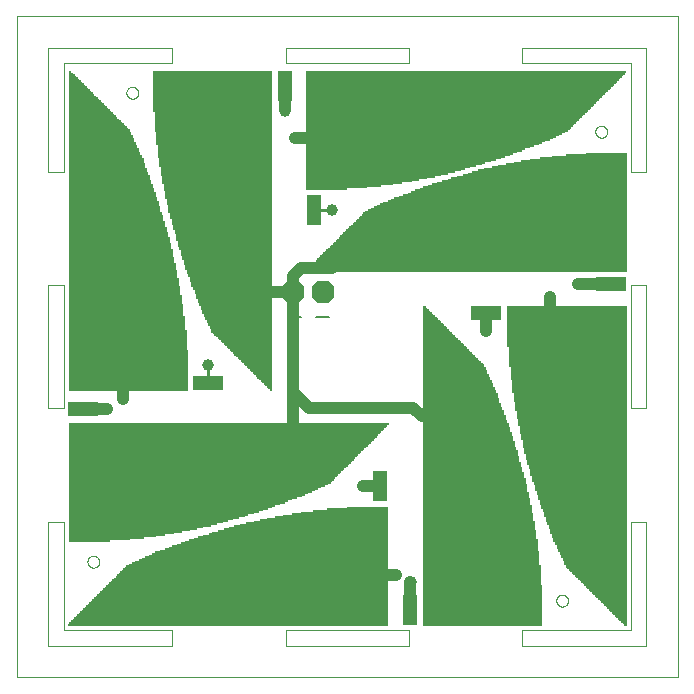
<source format=gtl>
G75*
%MOIN*%
%OFA0B0*%
%FSLAX25Y25*%
%IPPOS*%
%LPD*%
%AMOC8*
5,1,8,0,0,1.08239X$1,22.5*
%
%ADD10C,0.00600*%
%ADD11C,0.00000*%
%ADD12C,0.00004*%
%ADD13R,0.05000X0.02500*%
%ADD14C,0.00256*%
%ADD15R,0.02500X0.05000*%
%ADD16R,0.10000X0.05000*%
%ADD17R,0.05000X0.10000*%
%ADD18OC8,0.07600*%
%ADD19C,0.03937*%
%ADD20C,0.01000*%
%ADD21C,0.03962*%
D10*
X0093595Y0118905D02*
X0093595Y0123175D01*
X0095730Y0121040D02*
X0091459Y0121040D01*
X0100908Y0121040D02*
X0105179Y0121040D01*
D11*
X0037616Y0195884D02*
X0037618Y0195972D01*
X0037624Y0196060D01*
X0037634Y0196148D01*
X0037648Y0196236D01*
X0037665Y0196322D01*
X0037687Y0196408D01*
X0037712Y0196492D01*
X0037742Y0196576D01*
X0037774Y0196658D01*
X0037811Y0196738D01*
X0037851Y0196817D01*
X0037895Y0196894D01*
X0037942Y0196969D01*
X0037992Y0197041D01*
X0038046Y0197112D01*
X0038102Y0197179D01*
X0038162Y0197245D01*
X0038224Y0197307D01*
X0038290Y0197367D01*
X0038357Y0197423D01*
X0038428Y0197477D01*
X0038500Y0197527D01*
X0038575Y0197574D01*
X0038652Y0197618D01*
X0038731Y0197658D01*
X0038811Y0197695D01*
X0038893Y0197727D01*
X0038977Y0197757D01*
X0039061Y0197782D01*
X0039147Y0197804D01*
X0039233Y0197821D01*
X0039321Y0197835D01*
X0039409Y0197845D01*
X0039497Y0197851D01*
X0039585Y0197853D01*
X0039673Y0197851D01*
X0039761Y0197845D01*
X0039849Y0197835D01*
X0039937Y0197821D01*
X0040023Y0197804D01*
X0040109Y0197782D01*
X0040193Y0197757D01*
X0040277Y0197727D01*
X0040359Y0197695D01*
X0040439Y0197658D01*
X0040518Y0197618D01*
X0040595Y0197574D01*
X0040670Y0197527D01*
X0040742Y0197477D01*
X0040813Y0197423D01*
X0040880Y0197367D01*
X0040946Y0197307D01*
X0041008Y0197245D01*
X0041068Y0197179D01*
X0041124Y0197112D01*
X0041178Y0197041D01*
X0041228Y0196969D01*
X0041275Y0196894D01*
X0041319Y0196817D01*
X0041359Y0196738D01*
X0041396Y0196658D01*
X0041428Y0196576D01*
X0041458Y0196492D01*
X0041483Y0196408D01*
X0041505Y0196322D01*
X0041522Y0196236D01*
X0041536Y0196148D01*
X0041546Y0196060D01*
X0041552Y0195972D01*
X0041554Y0195884D01*
X0041552Y0195796D01*
X0041546Y0195708D01*
X0041536Y0195620D01*
X0041522Y0195532D01*
X0041505Y0195446D01*
X0041483Y0195360D01*
X0041458Y0195276D01*
X0041428Y0195192D01*
X0041396Y0195110D01*
X0041359Y0195030D01*
X0041319Y0194951D01*
X0041275Y0194874D01*
X0041228Y0194799D01*
X0041178Y0194727D01*
X0041124Y0194656D01*
X0041068Y0194589D01*
X0041008Y0194523D01*
X0040946Y0194461D01*
X0040880Y0194401D01*
X0040813Y0194345D01*
X0040742Y0194291D01*
X0040670Y0194241D01*
X0040595Y0194194D01*
X0040518Y0194150D01*
X0040439Y0194110D01*
X0040359Y0194073D01*
X0040277Y0194041D01*
X0040193Y0194011D01*
X0040109Y0193986D01*
X0040023Y0193964D01*
X0039937Y0193947D01*
X0039849Y0193933D01*
X0039761Y0193923D01*
X0039673Y0193917D01*
X0039585Y0193915D01*
X0039497Y0193917D01*
X0039409Y0193923D01*
X0039321Y0193933D01*
X0039233Y0193947D01*
X0039147Y0193964D01*
X0039061Y0193986D01*
X0038977Y0194011D01*
X0038893Y0194041D01*
X0038811Y0194073D01*
X0038731Y0194110D01*
X0038652Y0194150D01*
X0038575Y0194194D01*
X0038500Y0194241D01*
X0038428Y0194291D01*
X0038357Y0194345D01*
X0038290Y0194401D01*
X0038224Y0194461D01*
X0038162Y0194523D01*
X0038102Y0194589D01*
X0038046Y0194656D01*
X0037992Y0194727D01*
X0037942Y0194799D01*
X0037895Y0194874D01*
X0037851Y0194951D01*
X0037811Y0195030D01*
X0037774Y0195110D01*
X0037742Y0195192D01*
X0037712Y0195276D01*
X0037687Y0195360D01*
X0037665Y0195446D01*
X0037648Y0195532D01*
X0037634Y0195620D01*
X0037624Y0195708D01*
X0037618Y0195796D01*
X0037616Y0195884D01*
X0024624Y0039585D02*
X0024626Y0039673D01*
X0024632Y0039761D01*
X0024642Y0039849D01*
X0024656Y0039937D01*
X0024673Y0040023D01*
X0024695Y0040109D01*
X0024720Y0040193D01*
X0024750Y0040277D01*
X0024782Y0040359D01*
X0024819Y0040439D01*
X0024859Y0040518D01*
X0024903Y0040595D01*
X0024950Y0040670D01*
X0025000Y0040742D01*
X0025054Y0040813D01*
X0025110Y0040880D01*
X0025170Y0040946D01*
X0025232Y0041008D01*
X0025298Y0041068D01*
X0025365Y0041124D01*
X0025436Y0041178D01*
X0025508Y0041228D01*
X0025583Y0041275D01*
X0025660Y0041319D01*
X0025739Y0041359D01*
X0025819Y0041396D01*
X0025901Y0041428D01*
X0025985Y0041458D01*
X0026069Y0041483D01*
X0026155Y0041505D01*
X0026241Y0041522D01*
X0026329Y0041536D01*
X0026417Y0041546D01*
X0026505Y0041552D01*
X0026593Y0041554D01*
X0026681Y0041552D01*
X0026769Y0041546D01*
X0026857Y0041536D01*
X0026945Y0041522D01*
X0027031Y0041505D01*
X0027117Y0041483D01*
X0027201Y0041458D01*
X0027285Y0041428D01*
X0027367Y0041396D01*
X0027447Y0041359D01*
X0027526Y0041319D01*
X0027603Y0041275D01*
X0027678Y0041228D01*
X0027750Y0041178D01*
X0027821Y0041124D01*
X0027888Y0041068D01*
X0027954Y0041008D01*
X0028016Y0040946D01*
X0028076Y0040880D01*
X0028132Y0040813D01*
X0028186Y0040742D01*
X0028236Y0040670D01*
X0028283Y0040595D01*
X0028327Y0040518D01*
X0028367Y0040439D01*
X0028404Y0040359D01*
X0028436Y0040277D01*
X0028466Y0040193D01*
X0028491Y0040109D01*
X0028513Y0040023D01*
X0028530Y0039937D01*
X0028544Y0039849D01*
X0028554Y0039761D01*
X0028560Y0039673D01*
X0028562Y0039585D01*
X0028560Y0039497D01*
X0028554Y0039409D01*
X0028544Y0039321D01*
X0028530Y0039233D01*
X0028513Y0039147D01*
X0028491Y0039061D01*
X0028466Y0038977D01*
X0028436Y0038893D01*
X0028404Y0038811D01*
X0028367Y0038731D01*
X0028327Y0038652D01*
X0028283Y0038575D01*
X0028236Y0038500D01*
X0028186Y0038428D01*
X0028132Y0038357D01*
X0028076Y0038290D01*
X0028016Y0038224D01*
X0027954Y0038162D01*
X0027888Y0038102D01*
X0027821Y0038046D01*
X0027750Y0037992D01*
X0027678Y0037942D01*
X0027603Y0037895D01*
X0027526Y0037851D01*
X0027447Y0037811D01*
X0027367Y0037774D01*
X0027285Y0037742D01*
X0027201Y0037712D01*
X0027117Y0037687D01*
X0027031Y0037665D01*
X0026945Y0037648D01*
X0026857Y0037634D01*
X0026769Y0037624D01*
X0026681Y0037618D01*
X0026593Y0037616D01*
X0026505Y0037618D01*
X0026417Y0037624D01*
X0026329Y0037634D01*
X0026241Y0037648D01*
X0026155Y0037665D01*
X0026069Y0037687D01*
X0025985Y0037712D01*
X0025901Y0037742D01*
X0025819Y0037774D01*
X0025739Y0037811D01*
X0025660Y0037851D01*
X0025583Y0037895D01*
X0025508Y0037942D01*
X0025436Y0037992D01*
X0025365Y0038046D01*
X0025298Y0038102D01*
X0025232Y0038162D01*
X0025170Y0038224D01*
X0025110Y0038290D01*
X0025054Y0038357D01*
X0025000Y0038428D01*
X0024950Y0038500D01*
X0024903Y0038575D01*
X0024859Y0038652D01*
X0024819Y0038731D01*
X0024782Y0038811D01*
X0024750Y0038893D01*
X0024720Y0038977D01*
X0024695Y0039061D01*
X0024673Y0039147D01*
X0024656Y0039233D01*
X0024642Y0039321D01*
X0024632Y0039409D01*
X0024626Y0039497D01*
X0024624Y0039585D01*
X0180923Y0026593D02*
X0180925Y0026681D01*
X0180931Y0026769D01*
X0180941Y0026857D01*
X0180955Y0026945D01*
X0180972Y0027031D01*
X0180994Y0027117D01*
X0181019Y0027201D01*
X0181049Y0027285D01*
X0181081Y0027367D01*
X0181118Y0027447D01*
X0181158Y0027526D01*
X0181202Y0027603D01*
X0181249Y0027678D01*
X0181299Y0027750D01*
X0181353Y0027821D01*
X0181409Y0027888D01*
X0181469Y0027954D01*
X0181531Y0028016D01*
X0181597Y0028076D01*
X0181664Y0028132D01*
X0181735Y0028186D01*
X0181807Y0028236D01*
X0181882Y0028283D01*
X0181959Y0028327D01*
X0182038Y0028367D01*
X0182118Y0028404D01*
X0182200Y0028436D01*
X0182284Y0028466D01*
X0182368Y0028491D01*
X0182454Y0028513D01*
X0182540Y0028530D01*
X0182628Y0028544D01*
X0182716Y0028554D01*
X0182804Y0028560D01*
X0182892Y0028562D01*
X0182980Y0028560D01*
X0183068Y0028554D01*
X0183156Y0028544D01*
X0183244Y0028530D01*
X0183330Y0028513D01*
X0183416Y0028491D01*
X0183500Y0028466D01*
X0183584Y0028436D01*
X0183666Y0028404D01*
X0183746Y0028367D01*
X0183825Y0028327D01*
X0183902Y0028283D01*
X0183977Y0028236D01*
X0184049Y0028186D01*
X0184120Y0028132D01*
X0184187Y0028076D01*
X0184253Y0028016D01*
X0184315Y0027954D01*
X0184375Y0027888D01*
X0184431Y0027821D01*
X0184485Y0027750D01*
X0184535Y0027678D01*
X0184582Y0027603D01*
X0184626Y0027526D01*
X0184666Y0027447D01*
X0184703Y0027367D01*
X0184735Y0027285D01*
X0184765Y0027201D01*
X0184790Y0027117D01*
X0184812Y0027031D01*
X0184829Y0026945D01*
X0184843Y0026857D01*
X0184853Y0026769D01*
X0184859Y0026681D01*
X0184861Y0026593D01*
X0184859Y0026505D01*
X0184853Y0026417D01*
X0184843Y0026329D01*
X0184829Y0026241D01*
X0184812Y0026155D01*
X0184790Y0026069D01*
X0184765Y0025985D01*
X0184735Y0025901D01*
X0184703Y0025819D01*
X0184666Y0025739D01*
X0184626Y0025660D01*
X0184582Y0025583D01*
X0184535Y0025508D01*
X0184485Y0025436D01*
X0184431Y0025365D01*
X0184375Y0025298D01*
X0184315Y0025232D01*
X0184253Y0025170D01*
X0184187Y0025110D01*
X0184120Y0025054D01*
X0184049Y0025000D01*
X0183977Y0024950D01*
X0183902Y0024903D01*
X0183825Y0024859D01*
X0183746Y0024819D01*
X0183666Y0024782D01*
X0183584Y0024750D01*
X0183500Y0024720D01*
X0183416Y0024695D01*
X0183330Y0024673D01*
X0183244Y0024656D01*
X0183156Y0024642D01*
X0183068Y0024632D01*
X0182980Y0024626D01*
X0182892Y0024624D01*
X0182804Y0024626D01*
X0182716Y0024632D01*
X0182628Y0024642D01*
X0182540Y0024656D01*
X0182454Y0024673D01*
X0182368Y0024695D01*
X0182284Y0024720D01*
X0182200Y0024750D01*
X0182118Y0024782D01*
X0182038Y0024819D01*
X0181959Y0024859D01*
X0181882Y0024903D01*
X0181807Y0024950D01*
X0181735Y0025000D01*
X0181664Y0025054D01*
X0181597Y0025110D01*
X0181531Y0025170D01*
X0181469Y0025232D01*
X0181409Y0025298D01*
X0181353Y0025365D01*
X0181299Y0025436D01*
X0181249Y0025508D01*
X0181202Y0025583D01*
X0181158Y0025660D01*
X0181118Y0025739D01*
X0181081Y0025819D01*
X0181049Y0025901D01*
X0181019Y0025985D01*
X0180994Y0026069D01*
X0180972Y0026155D01*
X0180955Y0026241D01*
X0180941Y0026329D01*
X0180931Y0026417D01*
X0180925Y0026505D01*
X0180923Y0026593D01*
X0193915Y0182892D02*
X0193917Y0182980D01*
X0193923Y0183068D01*
X0193933Y0183156D01*
X0193947Y0183244D01*
X0193964Y0183330D01*
X0193986Y0183416D01*
X0194011Y0183500D01*
X0194041Y0183584D01*
X0194073Y0183666D01*
X0194110Y0183746D01*
X0194150Y0183825D01*
X0194194Y0183902D01*
X0194241Y0183977D01*
X0194291Y0184049D01*
X0194345Y0184120D01*
X0194401Y0184187D01*
X0194461Y0184253D01*
X0194523Y0184315D01*
X0194589Y0184375D01*
X0194656Y0184431D01*
X0194727Y0184485D01*
X0194799Y0184535D01*
X0194874Y0184582D01*
X0194951Y0184626D01*
X0195030Y0184666D01*
X0195110Y0184703D01*
X0195192Y0184735D01*
X0195276Y0184765D01*
X0195360Y0184790D01*
X0195446Y0184812D01*
X0195532Y0184829D01*
X0195620Y0184843D01*
X0195708Y0184853D01*
X0195796Y0184859D01*
X0195884Y0184861D01*
X0195972Y0184859D01*
X0196060Y0184853D01*
X0196148Y0184843D01*
X0196236Y0184829D01*
X0196322Y0184812D01*
X0196408Y0184790D01*
X0196492Y0184765D01*
X0196576Y0184735D01*
X0196658Y0184703D01*
X0196738Y0184666D01*
X0196817Y0184626D01*
X0196894Y0184582D01*
X0196969Y0184535D01*
X0197041Y0184485D01*
X0197112Y0184431D01*
X0197179Y0184375D01*
X0197245Y0184315D01*
X0197307Y0184253D01*
X0197367Y0184187D01*
X0197423Y0184120D01*
X0197477Y0184049D01*
X0197527Y0183977D01*
X0197574Y0183902D01*
X0197618Y0183825D01*
X0197658Y0183746D01*
X0197695Y0183666D01*
X0197727Y0183584D01*
X0197757Y0183500D01*
X0197782Y0183416D01*
X0197804Y0183330D01*
X0197821Y0183244D01*
X0197835Y0183156D01*
X0197845Y0183068D01*
X0197851Y0182980D01*
X0197853Y0182892D01*
X0197851Y0182804D01*
X0197845Y0182716D01*
X0197835Y0182628D01*
X0197821Y0182540D01*
X0197804Y0182454D01*
X0197782Y0182368D01*
X0197757Y0182284D01*
X0197727Y0182200D01*
X0197695Y0182118D01*
X0197658Y0182038D01*
X0197618Y0181959D01*
X0197574Y0181882D01*
X0197527Y0181807D01*
X0197477Y0181735D01*
X0197423Y0181664D01*
X0197367Y0181597D01*
X0197307Y0181531D01*
X0197245Y0181469D01*
X0197179Y0181409D01*
X0197112Y0181353D01*
X0197041Y0181299D01*
X0196969Y0181249D01*
X0196894Y0181202D01*
X0196817Y0181158D01*
X0196738Y0181118D01*
X0196658Y0181081D01*
X0196576Y0181049D01*
X0196492Y0181019D01*
X0196408Y0180994D01*
X0196322Y0180972D01*
X0196236Y0180955D01*
X0196148Y0180941D01*
X0196060Y0180931D01*
X0195972Y0180925D01*
X0195884Y0180923D01*
X0195796Y0180925D01*
X0195708Y0180931D01*
X0195620Y0180941D01*
X0195532Y0180955D01*
X0195446Y0180972D01*
X0195360Y0180994D01*
X0195276Y0181019D01*
X0195192Y0181049D01*
X0195110Y0181081D01*
X0195030Y0181118D01*
X0194951Y0181158D01*
X0194874Y0181202D01*
X0194799Y0181249D01*
X0194727Y0181299D01*
X0194656Y0181353D01*
X0194589Y0181409D01*
X0194523Y0181469D01*
X0194461Y0181531D01*
X0194401Y0181597D01*
X0194345Y0181664D01*
X0194291Y0181735D01*
X0194241Y0181807D01*
X0194194Y0181882D01*
X0194150Y0181959D01*
X0194110Y0182038D01*
X0194073Y0182118D01*
X0194041Y0182200D01*
X0194011Y0182284D01*
X0193986Y0182368D01*
X0193964Y0182454D01*
X0193947Y0182540D01*
X0193933Y0182628D01*
X0193923Y0182716D01*
X0193917Y0182804D01*
X0193915Y0182892D01*
D12*
X0001002Y0221474D02*
X0001002Y0001002D01*
X0221474Y0001002D01*
X0221474Y0221474D01*
X0001002Y0221474D01*
X0011632Y0210844D02*
X0052183Y0210844D01*
X0052970Y0210844D01*
X0052970Y0205726D01*
X0052183Y0205726D01*
X0016750Y0205726D01*
X0016750Y0170293D01*
X0016750Y0169506D01*
X0011632Y0169506D01*
X0011632Y0170293D01*
X0011632Y0210844D01*
X0011632Y0131711D02*
X0016750Y0131711D01*
X0016750Y0130923D01*
X0016750Y0091553D01*
X0016750Y0090766D01*
X0011632Y0090766D01*
X0011632Y0091553D01*
X0011632Y0130923D01*
X0011632Y0131711D01*
X0090766Y0205726D02*
X0090766Y0210844D01*
X0091553Y0210844D01*
X0091159Y0210844D02*
X0130923Y0210844D01*
X0131711Y0210844D01*
X0131711Y0205726D01*
X0130923Y0205726D01*
X0091553Y0205726D01*
X0090766Y0205726D01*
X0169506Y0205726D02*
X0170293Y0205726D01*
X0205726Y0205726D01*
X0205726Y0170293D01*
X0205726Y0169506D01*
X0210844Y0169506D01*
X0210844Y0170293D01*
X0210844Y0210844D01*
X0170293Y0210844D01*
X0169506Y0210844D01*
X0169506Y0205726D01*
X0205726Y0131711D02*
X0210844Y0131711D01*
X0210844Y0130923D01*
X0210844Y0091553D01*
X0210844Y0090766D01*
X0205726Y0090766D01*
X0205726Y0091553D01*
X0205726Y0130923D01*
X0205726Y0131711D01*
X0205726Y0052970D02*
X0205726Y0052183D01*
X0205726Y0016750D01*
X0170293Y0016750D01*
X0169506Y0016750D01*
X0169506Y0011632D01*
X0170293Y0011632D01*
X0210844Y0011632D01*
X0210844Y0052183D01*
X0210844Y0052970D01*
X0205726Y0052970D01*
X0131711Y0016750D02*
X0131711Y0011632D01*
X0130923Y0011632D01*
X0091553Y0011632D01*
X0090766Y0011632D01*
X0090766Y0016750D01*
X0091553Y0016750D01*
X0130923Y0016750D01*
X0131711Y0016750D01*
X0052970Y0016750D02*
X0052970Y0011632D01*
X0052183Y0011632D01*
X0011632Y0011632D01*
X0011632Y0052183D01*
X0011632Y0052970D01*
X0016750Y0052970D01*
X0016750Y0052183D01*
X0016750Y0016750D01*
X0052183Y0016750D01*
X0052970Y0016750D01*
D13*
X0021019Y0098088D03*
X0083347Y0201948D03*
X0201457Y0123601D03*
X0139130Y0019741D03*
D14*
X0136573Y0019810D02*
X0175943Y0019810D01*
X0175943Y0020064D02*
X0136573Y0020064D01*
X0136573Y0020318D02*
X0175943Y0020318D01*
X0175943Y0020572D02*
X0136573Y0020572D01*
X0136573Y0020826D02*
X0175943Y0020826D01*
X0175943Y0021080D02*
X0136573Y0021080D01*
X0136573Y0021335D02*
X0175943Y0021335D01*
X0175943Y0021589D02*
X0136573Y0021589D01*
X0136573Y0021843D02*
X0175943Y0021843D01*
X0175943Y0022097D02*
X0136573Y0022097D01*
X0136573Y0022351D02*
X0175943Y0022351D01*
X0175943Y0022605D02*
X0136573Y0022605D01*
X0136573Y0022860D02*
X0175943Y0022860D01*
X0175943Y0023114D02*
X0136573Y0023114D01*
X0136573Y0023368D02*
X0175943Y0023368D01*
X0175943Y0023622D02*
X0136573Y0023622D01*
X0136573Y0023876D02*
X0175943Y0023876D01*
X0175943Y0024130D02*
X0136573Y0024130D01*
X0136573Y0024385D02*
X0175943Y0024385D01*
X0175943Y0024639D02*
X0136573Y0024639D01*
X0136573Y0024893D02*
X0175943Y0024893D01*
X0175943Y0025147D02*
X0136573Y0025147D01*
X0136573Y0025401D02*
X0175943Y0025401D01*
X0175943Y0025655D02*
X0136573Y0025655D01*
X0136573Y0025909D02*
X0175943Y0025909D01*
X0175943Y0026164D02*
X0136573Y0026164D01*
X0136573Y0026418D02*
X0175943Y0026418D01*
X0175943Y0026672D02*
X0136573Y0026672D01*
X0136573Y0026926D02*
X0175943Y0026926D01*
X0175943Y0027180D02*
X0136573Y0027180D01*
X0136573Y0027434D02*
X0175943Y0027434D01*
X0175943Y0027689D02*
X0136573Y0027689D01*
X0136573Y0027943D02*
X0175943Y0027943D01*
X0175943Y0028197D02*
X0136573Y0028197D01*
X0136573Y0028451D02*
X0175943Y0028451D01*
X0175943Y0028705D02*
X0136573Y0028705D01*
X0136573Y0028959D02*
X0175943Y0028959D01*
X0175943Y0029214D02*
X0136573Y0029214D01*
X0136573Y0029468D02*
X0175943Y0029468D01*
X0175943Y0029722D02*
X0136573Y0029722D01*
X0136573Y0029976D02*
X0175943Y0029976D01*
X0175943Y0030230D02*
X0136573Y0030230D01*
X0136573Y0030484D02*
X0175943Y0030484D01*
X0175943Y0030739D02*
X0136573Y0030739D01*
X0136573Y0030993D02*
X0175943Y0030993D01*
X0175943Y0031247D02*
X0136573Y0031247D01*
X0136573Y0031501D02*
X0175943Y0031501D01*
X0175943Y0031755D02*
X0136573Y0031755D01*
X0136573Y0032009D02*
X0175432Y0032009D01*
X0175432Y0031757D02*
X0175432Y0038404D01*
X0174921Y0038404D01*
X0174921Y0043005D01*
X0174409Y0043005D01*
X0174409Y0047096D01*
X0173898Y0047096D01*
X0173898Y0050163D01*
X0173387Y0050163D01*
X0173387Y0053231D01*
X0172875Y0053231D01*
X0172875Y0055788D01*
X0172364Y0055788D01*
X0172364Y0058344D01*
X0171853Y0058344D01*
X0171853Y0060901D01*
X0171341Y0060901D01*
X0171341Y0062946D01*
X0170830Y0062946D01*
X0170830Y0065502D01*
X0170319Y0065502D01*
X0170319Y0067548D01*
X0169808Y0067548D01*
X0169808Y0069593D01*
X0169296Y0069593D01*
X0169296Y0071127D01*
X0168785Y0071127D01*
X0168785Y0072661D01*
X0168274Y0072661D01*
X0168274Y0074706D01*
X0167762Y0074706D01*
X0167762Y0076751D01*
X0167251Y0076751D01*
X0167251Y0077774D01*
X0166740Y0077774D01*
X0166740Y0079819D01*
X0166228Y0079819D01*
X0166228Y0081353D01*
X0165717Y0081353D01*
X0165717Y0082887D01*
X0165206Y0082887D01*
X0165206Y0084421D01*
X0164695Y0084421D01*
X0164695Y0085954D01*
X0164183Y0085954D01*
X0164183Y0086977D01*
X0163672Y0086977D01*
X0163672Y0088511D01*
X0163161Y0088511D01*
X0163161Y0090045D01*
X0162649Y0090045D01*
X0162649Y0091067D01*
X0162138Y0091067D01*
X0162138Y0092601D01*
X0161627Y0092601D01*
X0161627Y0094135D01*
X0161115Y0094135D01*
X0161115Y0095669D01*
X0160604Y0095669D01*
X0160604Y0096692D01*
X0160093Y0096692D01*
X0160093Y0097714D01*
X0159582Y0097714D01*
X0159582Y0099248D01*
X0159070Y0099248D01*
X0159070Y0100271D01*
X0158559Y0100271D01*
X0158559Y0101293D01*
X0158048Y0101293D01*
X0158048Y0102316D01*
X0157536Y0102316D01*
X0157536Y0103339D01*
X0157025Y0103339D01*
X0157025Y0104361D01*
X0156514Y0104361D01*
X0156514Y0105384D01*
X0156002Y0105384D01*
X0156002Y0105895D01*
X0155491Y0105895D01*
X0155491Y0106406D01*
X0154980Y0106406D01*
X0154980Y0106918D01*
X0154469Y0106918D01*
X0154469Y0107429D01*
X0153957Y0107429D01*
X0153957Y0107940D01*
X0153446Y0107940D01*
X0153446Y0108452D01*
X0152935Y0108452D01*
X0152935Y0108963D01*
X0152423Y0108963D01*
X0152423Y0109474D01*
X0151912Y0109474D01*
X0151912Y0109985D01*
X0151401Y0109985D01*
X0151401Y0110497D01*
X0150889Y0110497D01*
X0150889Y0111008D01*
X0150378Y0111008D01*
X0150378Y0111519D01*
X0149867Y0111519D01*
X0149867Y0112031D01*
X0149356Y0112031D01*
X0149356Y0112542D01*
X0148844Y0112542D01*
X0148844Y0113053D01*
X0148333Y0113053D01*
X0148333Y0113565D01*
X0147822Y0113565D01*
X0147822Y0114076D01*
X0147310Y0114076D01*
X0147310Y0114587D01*
X0146799Y0114587D01*
X0146799Y0115098D01*
X0146288Y0115098D01*
X0146288Y0115610D01*
X0145776Y0115610D01*
X0145776Y0116121D01*
X0145265Y0116121D01*
X0145265Y0116632D01*
X0144754Y0116632D01*
X0144754Y0117144D01*
X0144243Y0117144D01*
X0144243Y0117655D01*
X0143731Y0117655D01*
X0143731Y0118166D01*
X0143220Y0118166D01*
X0143220Y0118678D01*
X0142709Y0118678D01*
X0142709Y0119189D01*
X0142197Y0119189D01*
X0142197Y0119700D01*
X0141686Y0119700D01*
X0141686Y0120211D01*
X0141175Y0120211D01*
X0141175Y0120723D01*
X0140663Y0120723D01*
X0140663Y0121234D01*
X0140152Y0121234D01*
X0140152Y0121745D01*
X0139641Y0121745D01*
X0139641Y0122257D01*
X0139130Y0122257D01*
X0139130Y0122768D01*
X0138618Y0122768D01*
X0138618Y0123279D01*
X0138107Y0123279D01*
X0138107Y0123791D01*
X0137596Y0123791D01*
X0137596Y0124302D01*
X0137084Y0124302D01*
X0137084Y0124813D01*
X0136573Y0124813D01*
X0136573Y0101293D01*
X0136573Y0018463D01*
X0175943Y0018463D01*
X0175943Y0031757D01*
X0175432Y0031757D01*
X0175432Y0032263D02*
X0136573Y0032263D01*
X0136573Y0032518D02*
X0175432Y0032518D01*
X0175432Y0032772D02*
X0136573Y0032772D01*
X0136573Y0033026D02*
X0175432Y0033026D01*
X0175432Y0033280D02*
X0136573Y0033280D01*
X0136573Y0033534D02*
X0175432Y0033534D01*
X0175432Y0033788D02*
X0136573Y0033788D01*
X0136573Y0034043D02*
X0175432Y0034043D01*
X0175432Y0034297D02*
X0136573Y0034297D01*
X0136573Y0034551D02*
X0175432Y0034551D01*
X0175432Y0034805D02*
X0136573Y0034805D01*
X0136573Y0035059D02*
X0175432Y0035059D01*
X0175432Y0035313D02*
X0136573Y0035313D01*
X0136573Y0035568D02*
X0175432Y0035568D01*
X0175432Y0035822D02*
X0136573Y0035822D01*
X0136573Y0036076D02*
X0175432Y0036076D01*
X0175432Y0036330D02*
X0136573Y0036330D01*
X0136573Y0036584D02*
X0175432Y0036584D01*
X0175432Y0036838D02*
X0136573Y0036838D01*
X0136573Y0037092D02*
X0175432Y0037092D01*
X0175432Y0037347D02*
X0136573Y0037347D01*
X0136573Y0037601D02*
X0175432Y0037601D01*
X0175432Y0037855D02*
X0136573Y0037855D01*
X0136573Y0038109D02*
X0175432Y0038109D01*
X0175432Y0038363D02*
X0136573Y0038363D01*
X0136573Y0038617D02*
X0174921Y0038617D01*
X0174921Y0038872D02*
X0136573Y0038872D01*
X0136573Y0039126D02*
X0174921Y0039126D01*
X0174921Y0039380D02*
X0136573Y0039380D01*
X0136573Y0039634D02*
X0174921Y0039634D01*
X0174921Y0039888D02*
X0136573Y0039888D01*
X0136573Y0040142D02*
X0174921Y0040142D01*
X0174921Y0040397D02*
X0136573Y0040397D01*
X0136573Y0040651D02*
X0174921Y0040651D01*
X0174921Y0040905D02*
X0136573Y0040905D01*
X0136573Y0041159D02*
X0174921Y0041159D01*
X0174921Y0041413D02*
X0136573Y0041413D01*
X0136573Y0041667D02*
X0174921Y0041667D01*
X0174921Y0041921D02*
X0136573Y0041921D01*
X0136573Y0042176D02*
X0174921Y0042176D01*
X0174921Y0042430D02*
X0136573Y0042430D01*
X0136573Y0042684D02*
X0174921Y0042684D01*
X0174921Y0042938D02*
X0136573Y0042938D01*
X0136573Y0043192D02*
X0174409Y0043192D01*
X0174409Y0043446D02*
X0136573Y0043446D01*
X0136573Y0043701D02*
X0174409Y0043701D01*
X0174409Y0043955D02*
X0136573Y0043955D01*
X0136573Y0044209D02*
X0174409Y0044209D01*
X0174409Y0044463D02*
X0136573Y0044463D01*
X0136573Y0044717D02*
X0174409Y0044717D01*
X0174409Y0044971D02*
X0136573Y0044971D01*
X0136573Y0045226D02*
X0174409Y0045226D01*
X0174409Y0045480D02*
X0136573Y0045480D01*
X0136573Y0045734D02*
X0174409Y0045734D01*
X0174409Y0045988D02*
X0136573Y0045988D01*
X0136573Y0046242D02*
X0174409Y0046242D01*
X0174409Y0046496D02*
X0136573Y0046496D01*
X0136573Y0046750D02*
X0174409Y0046750D01*
X0174409Y0047005D02*
X0136573Y0047005D01*
X0136573Y0047259D02*
X0173898Y0047259D01*
X0173898Y0047513D02*
X0136573Y0047513D01*
X0136573Y0047767D02*
X0173898Y0047767D01*
X0173898Y0048021D02*
X0136573Y0048021D01*
X0136573Y0048275D02*
X0173898Y0048275D01*
X0173898Y0048530D02*
X0136573Y0048530D01*
X0136573Y0048784D02*
X0173898Y0048784D01*
X0173898Y0049038D02*
X0136573Y0049038D01*
X0136573Y0049292D02*
X0173898Y0049292D01*
X0173898Y0049546D02*
X0136573Y0049546D01*
X0136573Y0049800D02*
X0173898Y0049800D01*
X0173898Y0050055D02*
X0136573Y0050055D01*
X0136573Y0050309D02*
X0173387Y0050309D01*
X0173387Y0050563D02*
X0136573Y0050563D01*
X0136573Y0050817D02*
X0173387Y0050817D01*
X0173387Y0051071D02*
X0136573Y0051071D01*
X0136573Y0051325D02*
X0173387Y0051325D01*
X0173387Y0051580D02*
X0136573Y0051580D01*
X0136573Y0051834D02*
X0173387Y0051834D01*
X0173387Y0052088D02*
X0136573Y0052088D01*
X0136573Y0052342D02*
X0173387Y0052342D01*
X0173387Y0052596D02*
X0136573Y0052596D01*
X0136573Y0052850D02*
X0173387Y0052850D01*
X0173387Y0053104D02*
X0136573Y0053104D01*
X0136573Y0053359D02*
X0172875Y0053359D01*
X0172875Y0053613D02*
X0136573Y0053613D01*
X0136573Y0053867D02*
X0172875Y0053867D01*
X0172875Y0054121D02*
X0136573Y0054121D01*
X0136573Y0054375D02*
X0172875Y0054375D01*
X0172875Y0054629D02*
X0136573Y0054629D01*
X0136573Y0054884D02*
X0172875Y0054884D01*
X0172875Y0055138D02*
X0136573Y0055138D01*
X0136573Y0055392D02*
X0172875Y0055392D01*
X0172875Y0055646D02*
X0136573Y0055646D01*
X0136573Y0055900D02*
X0172364Y0055900D01*
X0172364Y0056154D02*
X0136573Y0056154D01*
X0136573Y0056409D02*
X0172364Y0056409D01*
X0172364Y0056663D02*
X0136573Y0056663D01*
X0136573Y0056917D02*
X0172364Y0056917D01*
X0172364Y0057171D02*
X0136573Y0057171D01*
X0136573Y0057425D02*
X0172364Y0057425D01*
X0172364Y0057679D02*
X0136573Y0057679D01*
X0136573Y0057933D02*
X0172364Y0057933D01*
X0172364Y0058188D02*
X0136573Y0058188D01*
X0136573Y0058442D02*
X0171853Y0058442D01*
X0171853Y0058696D02*
X0136573Y0058696D01*
X0136573Y0058950D02*
X0171853Y0058950D01*
X0171853Y0059204D02*
X0136573Y0059204D01*
X0136573Y0059458D02*
X0171853Y0059458D01*
X0171853Y0059713D02*
X0136573Y0059713D01*
X0136573Y0059967D02*
X0171853Y0059967D01*
X0171853Y0060221D02*
X0136573Y0060221D01*
X0136573Y0060475D02*
X0171853Y0060475D01*
X0171853Y0060729D02*
X0136573Y0060729D01*
X0136573Y0060983D02*
X0171341Y0060983D01*
X0171341Y0061238D02*
X0136573Y0061238D01*
X0136573Y0061492D02*
X0171341Y0061492D01*
X0171341Y0061746D02*
X0136573Y0061746D01*
X0136573Y0062000D02*
X0171341Y0062000D01*
X0171341Y0062254D02*
X0136573Y0062254D01*
X0136573Y0062508D02*
X0171341Y0062508D01*
X0171341Y0062762D02*
X0136573Y0062762D01*
X0136573Y0063017D02*
X0170830Y0063017D01*
X0170830Y0063271D02*
X0136573Y0063271D01*
X0136573Y0063525D02*
X0170830Y0063525D01*
X0170830Y0063779D02*
X0136573Y0063779D01*
X0136573Y0064033D02*
X0170830Y0064033D01*
X0170830Y0064287D02*
X0136573Y0064287D01*
X0136573Y0064542D02*
X0170830Y0064542D01*
X0170830Y0064796D02*
X0136573Y0064796D01*
X0136573Y0065050D02*
X0170830Y0065050D01*
X0170830Y0065304D02*
X0136573Y0065304D01*
X0136573Y0065558D02*
X0170319Y0065558D01*
X0170319Y0065812D02*
X0136573Y0065812D01*
X0136573Y0066067D02*
X0170319Y0066067D01*
X0170319Y0066321D02*
X0136573Y0066321D01*
X0136573Y0066575D02*
X0170319Y0066575D01*
X0170319Y0066829D02*
X0136573Y0066829D01*
X0136573Y0067083D02*
X0170319Y0067083D01*
X0170319Y0067337D02*
X0136573Y0067337D01*
X0136573Y0067591D02*
X0169808Y0067591D01*
X0169808Y0067846D02*
X0136573Y0067846D01*
X0136573Y0068100D02*
X0169808Y0068100D01*
X0169808Y0068354D02*
X0136573Y0068354D01*
X0136573Y0068608D02*
X0169808Y0068608D01*
X0169808Y0068862D02*
X0136573Y0068862D01*
X0136573Y0069116D02*
X0169808Y0069116D01*
X0169808Y0069371D02*
X0136573Y0069371D01*
X0136573Y0069625D02*
X0169296Y0069625D01*
X0169296Y0069879D02*
X0136573Y0069879D01*
X0136573Y0070133D02*
X0169296Y0070133D01*
X0169296Y0070387D02*
X0136573Y0070387D01*
X0136573Y0070641D02*
X0169296Y0070641D01*
X0169296Y0070896D02*
X0136573Y0070896D01*
X0136573Y0071150D02*
X0168785Y0071150D01*
X0168785Y0071404D02*
X0136573Y0071404D01*
X0136573Y0071658D02*
X0168785Y0071658D01*
X0168785Y0071912D02*
X0136573Y0071912D01*
X0136573Y0072166D02*
X0168785Y0072166D01*
X0168785Y0072420D02*
X0136573Y0072420D01*
X0136573Y0072675D02*
X0168274Y0072675D01*
X0168274Y0072929D02*
X0136573Y0072929D01*
X0136573Y0073183D02*
X0168274Y0073183D01*
X0168274Y0073437D02*
X0136573Y0073437D01*
X0136573Y0073691D02*
X0168274Y0073691D01*
X0168274Y0073945D02*
X0136573Y0073945D01*
X0136573Y0074200D02*
X0168274Y0074200D01*
X0168274Y0074454D02*
X0136573Y0074454D01*
X0136573Y0074708D02*
X0167762Y0074708D01*
X0167762Y0074962D02*
X0136573Y0074962D01*
X0136573Y0075216D02*
X0167762Y0075216D01*
X0167762Y0075470D02*
X0136573Y0075470D01*
X0136573Y0075725D02*
X0167762Y0075725D01*
X0167762Y0075979D02*
X0136573Y0075979D01*
X0136573Y0076233D02*
X0167762Y0076233D01*
X0167762Y0076487D02*
X0136573Y0076487D01*
X0136573Y0076741D02*
X0167762Y0076741D01*
X0167251Y0076995D02*
X0136573Y0076995D01*
X0136573Y0077250D02*
X0167251Y0077250D01*
X0167251Y0077504D02*
X0136573Y0077504D01*
X0136573Y0077758D02*
X0167251Y0077758D01*
X0166740Y0078012D02*
X0136573Y0078012D01*
X0136573Y0078266D02*
X0166740Y0078266D01*
X0166740Y0078520D02*
X0136573Y0078520D01*
X0136573Y0078774D02*
X0166740Y0078774D01*
X0166740Y0079029D02*
X0136573Y0079029D01*
X0136573Y0079283D02*
X0166740Y0079283D01*
X0166740Y0079537D02*
X0136573Y0079537D01*
X0136573Y0079791D02*
X0166740Y0079791D01*
X0166228Y0080045D02*
X0136573Y0080045D01*
X0136573Y0080299D02*
X0166228Y0080299D01*
X0166228Y0080554D02*
X0136573Y0080554D01*
X0136573Y0080808D02*
X0166228Y0080808D01*
X0166228Y0081062D02*
X0136573Y0081062D01*
X0136573Y0081316D02*
X0166228Y0081316D01*
X0165717Y0081570D02*
X0136573Y0081570D01*
X0136573Y0081824D02*
X0165717Y0081824D01*
X0165717Y0082079D02*
X0136573Y0082079D01*
X0136573Y0082333D02*
X0165717Y0082333D01*
X0165717Y0082587D02*
X0136573Y0082587D01*
X0136573Y0082841D02*
X0165717Y0082841D01*
X0165206Y0083095D02*
X0136573Y0083095D01*
X0136573Y0083349D02*
X0165206Y0083349D01*
X0165206Y0083603D02*
X0136573Y0083603D01*
X0136573Y0083858D02*
X0165206Y0083858D01*
X0165206Y0084112D02*
X0136573Y0084112D01*
X0136573Y0084366D02*
X0165206Y0084366D01*
X0164695Y0084620D02*
X0136573Y0084620D01*
X0136573Y0084874D02*
X0164695Y0084874D01*
X0164695Y0085128D02*
X0136573Y0085128D01*
X0136573Y0085383D02*
X0164695Y0085383D01*
X0164695Y0085637D02*
X0136573Y0085637D01*
X0136573Y0085891D02*
X0164695Y0085891D01*
X0164183Y0086145D02*
X0136573Y0086145D01*
X0136573Y0086399D02*
X0164183Y0086399D01*
X0164183Y0086653D02*
X0136573Y0086653D01*
X0136573Y0086908D02*
X0164183Y0086908D01*
X0163672Y0087162D02*
X0136573Y0087162D01*
X0136573Y0087416D02*
X0163672Y0087416D01*
X0163672Y0087670D02*
X0136573Y0087670D01*
X0136573Y0087924D02*
X0163672Y0087924D01*
X0163672Y0088178D02*
X0136573Y0088178D01*
X0136573Y0088432D02*
X0163672Y0088432D01*
X0163161Y0088687D02*
X0136573Y0088687D01*
X0136573Y0088941D02*
X0163161Y0088941D01*
X0163161Y0089195D02*
X0136573Y0089195D01*
X0136573Y0089449D02*
X0163161Y0089449D01*
X0163161Y0089703D02*
X0136573Y0089703D01*
X0136573Y0089957D02*
X0163161Y0089957D01*
X0162649Y0090212D02*
X0136573Y0090212D01*
X0136573Y0090466D02*
X0162649Y0090466D01*
X0162649Y0090720D02*
X0136573Y0090720D01*
X0136573Y0090974D02*
X0162649Y0090974D01*
X0162138Y0091228D02*
X0136573Y0091228D01*
X0136573Y0091482D02*
X0162138Y0091482D01*
X0162138Y0091737D02*
X0136573Y0091737D01*
X0136573Y0091991D02*
X0162138Y0091991D01*
X0162138Y0092245D02*
X0136573Y0092245D01*
X0136573Y0092499D02*
X0162138Y0092499D01*
X0161627Y0092753D02*
X0136573Y0092753D01*
X0136573Y0093007D02*
X0161627Y0093007D01*
X0161627Y0093261D02*
X0136573Y0093261D01*
X0136573Y0093516D02*
X0161627Y0093516D01*
X0161627Y0093770D02*
X0136573Y0093770D01*
X0136573Y0094024D02*
X0161627Y0094024D01*
X0161115Y0094278D02*
X0136573Y0094278D01*
X0136573Y0094532D02*
X0161115Y0094532D01*
X0161115Y0094786D02*
X0136573Y0094786D01*
X0136573Y0095041D02*
X0161115Y0095041D01*
X0161115Y0095295D02*
X0136573Y0095295D01*
X0136573Y0095549D02*
X0161115Y0095549D01*
X0160604Y0095803D02*
X0136573Y0095803D01*
X0136573Y0096057D02*
X0160604Y0096057D01*
X0160604Y0096311D02*
X0136573Y0096311D01*
X0136573Y0096566D02*
X0160604Y0096566D01*
X0160093Y0096820D02*
X0136573Y0096820D01*
X0136573Y0097074D02*
X0160093Y0097074D01*
X0160093Y0097328D02*
X0136573Y0097328D01*
X0136573Y0097582D02*
X0160093Y0097582D01*
X0159582Y0097836D02*
X0136573Y0097836D01*
X0136573Y0098091D02*
X0159582Y0098091D01*
X0159582Y0098345D02*
X0136573Y0098345D01*
X0136573Y0098599D02*
X0159582Y0098599D01*
X0159582Y0098853D02*
X0136573Y0098853D01*
X0136573Y0099107D02*
X0159582Y0099107D01*
X0159070Y0099361D02*
X0136573Y0099361D01*
X0136573Y0099615D02*
X0159070Y0099615D01*
X0159070Y0099870D02*
X0136573Y0099870D01*
X0136573Y0100124D02*
X0159070Y0100124D01*
X0158559Y0100378D02*
X0136573Y0100378D01*
X0136573Y0100632D02*
X0158559Y0100632D01*
X0158559Y0100886D02*
X0136573Y0100886D01*
X0136573Y0101140D02*
X0158559Y0101140D01*
X0158048Y0101395D02*
X0136573Y0101395D01*
X0136573Y0101649D02*
X0158048Y0101649D01*
X0158048Y0101903D02*
X0136573Y0101903D01*
X0136573Y0102157D02*
X0158048Y0102157D01*
X0157536Y0102411D02*
X0136573Y0102411D01*
X0136573Y0102665D02*
X0157536Y0102665D01*
X0157536Y0102920D02*
X0136573Y0102920D01*
X0136573Y0103174D02*
X0157536Y0103174D01*
X0157025Y0103428D02*
X0136573Y0103428D01*
X0136573Y0103682D02*
X0157025Y0103682D01*
X0157025Y0103936D02*
X0136573Y0103936D01*
X0136573Y0104190D02*
X0157025Y0104190D01*
X0156514Y0104444D02*
X0136573Y0104444D01*
X0136573Y0104699D02*
X0156514Y0104699D01*
X0156514Y0104953D02*
X0136573Y0104953D01*
X0136573Y0105207D02*
X0156514Y0105207D01*
X0156002Y0105461D02*
X0136573Y0105461D01*
X0136573Y0105715D02*
X0156002Y0105715D01*
X0155491Y0105969D02*
X0136573Y0105969D01*
X0136573Y0106224D02*
X0155491Y0106224D01*
X0154980Y0106478D02*
X0136573Y0106478D01*
X0136573Y0106732D02*
X0154980Y0106732D01*
X0154469Y0106986D02*
X0136573Y0106986D01*
X0136573Y0107240D02*
X0154469Y0107240D01*
X0153957Y0107494D02*
X0136573Y0107494D01*
X0136573Y0107749D02*
X0153957Y0107749D01*
X0153446Y0108003D02*
X0136573Y0108003D01*
X0136573Y0108257D02*
X0153446Y0108257D01*
X0152935Y0108511D02*
X0136573Y0108511D01*
X0136573Y0108765D02*
X0152935Y0108765D01*
X0152423Y0109019D02*
X0136573Y0109019D01*
X0136573Y0109273D02*
X0152423Y0109273D01*
X0151912Y0109528D02*
X0136573Y0109528D01*
X0136573Y0109782D02*
X0151912Y0109782D01*
X0151401Y0110036D02*
X0136573Y0110036D01*
X0136573Y0110290D02*
X0151401Y0110290D01*
X0150889Y0110544D02*
X0136573Y0110544D01*
X0136573Y0110798D02*
X0150889Y0110798D01*
X0150378Y0111053D02*
X0136573Y0111053D01*
X0136573Y0111307D02*
X0150378Y0111307D01*
X0149867Y0111561D02*
X0136573Y0111561D01*
X0136573Y0111815D02*
X0149867Y0111815D01*
X0149356Y0112069D02*
X0136573Y0112069D01*
X0136573Y0112323D02*
X0149356Y0112323D01*
X0148844Y0112578D02*
X0136573Y0112578D01*
X0136573Y0112832D02*
X0148844Y0112832D01*
X0148333Y0113086D02*
X0136573Y0113086D01*
X0136573Y0113340D02*
X0148333Y0113340D01*
X0147822Y0113594D02*
X0136573Y0113594D01*
X0136573Y0113848D02*
X0147822Y0113848D01*
X0147310Y0114102D02*
X0136573Y0114102D01*
X0136573Y0114357D02*
X0147310Y0114357D01*
X0146799Y0114611D02*
X0136573Y0114611D01*
X0136573Y0114865D02*
X0146799Y0114865D01*
X0146288Y0115119D02*
X0136573Y0115119D01*
X0136573Y0115373D02*
X0146288Y0115373D01*
X0145776Y0115627D02*
X0136573Y0115627D01*
X0136573Y0115882D02*
X0145776Y0115882D01*
X0145265Y0116136D02*
X0136573Y0116136D01*
X0136573Y0116390D02*
X0145265Y0116390D01*
X0144754Y0116644D02*
X0136573Y0116644D01*
X0136573Y0116898D02*
X0144754Y0116898D01*
X0144243Y0117152D02*
X0136573Y0117152D01*
X0136573Y0117407D02*
X0144243Y0117407D01*
X0143731Y0117661D02*
X0136573Y0117661D01*
X0136573Y0117915D02*
X0143731Y0117915D01*
X0143220Y0118169D02*
X0136573Y0118169D01*
X0136573Y0118423D02*
X0143220Y0118423D01*
X0143220Y0118677D02*
X0136573Y0118677D01*
X0136573Y0118931D02*
X0142709Y0118931D01*
X0142709Y0119186D02*
X0136573Y0119186D01*
X0136573Y0119440D02*
X0142197Y0119440D01*
X0142197Y0119694D02*
X0136573Y0119694D01*
X0136573Y0119948D02*
X0141686Y0119948D01*
X0141686Y0120202D02*
X0136573Y0120202D01*
X0136573Y0120456D02*
X0141175Y0120456D01*
X0141175Y0120711D02*
X0136573Y0120711D01*
X0136573Y0120965D02*
X0140663Y0120965D01*
X0140663Y0121219D02*
X0136573Y0121219D01*
X0136573Y0121473D02*
X0140152Y0121473D01*
X0140152Y0121727D02*
X0136573Y0121727D01*
X0136573Y0121981D02*
X0139641Y0121981D01*
X0139641Y0122236D02*
X0136573Y0122236D01*
X0136573Y0122490D02*
X0139130Y0122490D01*
X0139130Y0122744D02*
X0136573Y0122744D01*
X0136573Y0122998D02*
X0138618Y0122998D01*
X0138618Y0123252D02*
X0136573Y0123252D01*
X0136573Y0123506D02*
X0138107Y0123506D01*
X0138107Y0123761D02*
X0136573Y0123761D01*
X0136573Y0124015D02*
X0137596Y0124015D01*
X0137596Y0124269D02*
X0136573Y0124269D01*
X0136573Y0124523D02*
X0137084Y0124523D01*
X0137084Y0124777D02*
X0136573Y0124777D01*
X0121183Y0136573D02*
X0204014Y0136573D01*
X0204014Y0175943D01*
X0190720Y0175943D01*
X0190720Y0175432D01*
X0184073Y0175432D01*
X0184073Y0174921D01*
X0179471Y0174921D01*
X0179471Y0174409D01*
X0175381Y0174409D01*
X0175381Y0173898D01*
X0172313Y0173898D01*
X0172313Y0173387D01*
X0169245Y0173387D01*
X0169245Y0172875D01*
X0166689Y0172875D01*
X0166689Y0172364D01*
X0164132Y0172364D01*
X0164132Y0171853D01*
X0161576Y0171853D01*
X0161576Y0171341D01*
X0159530Y0171341D01*
X0159530Y0170830D01*
X0156974Y0170830D01*
X0156974Y0170319D01*
X0154929Y0170319D01*
X0154929Y0169808D01*
X0152884Y0169808D01*
X0152884Y0169296D01*
X0151350Y0169296D01*
X0151350Y0168785D01*
X0149816Y0168785D01*
X0149816Y0168274D01*
X0147771Y0168274D01*
X0147771Y0167762D01*
X0145725Y0167762D01*
X0145725Y0167251D01*
X0144703Y0167251D01*
X0144703Y0166740D01*
X0142658Y0166740D01*
X0142658Y0166228D01*
X0141124Y0166228D01*
X0141124Y0165717D01*
X0139590Y0165717D01*
X0139590Y0165206D01*
X0138056Y0165206D01*
X0138056Y0164695D01*
X0136522Y0164695D01*
X0136522Y0164183D01*
X0135499Y0164183D01*
X0135499Y0163672D01*
X0133965Y0163672D01*
X0133965Y0163161D01*
X0132432Y0163161D01*
X0132432Y0162649D01*
X0131409Y0162649D01*
X0131409Y0162138D01*
X0129875Y0162138D01*
X0129875Y0161627D01*
X0128341Y0161627D01*
X0128341Y0161115D01*
X0126807Y0161115D01*
X0126807Y0160604D01*
X0125785Y0160604D01*
X0125785Y0160093D01*
X0124762Y0160093D01*
X0124762Y0159582D01*
X0123228Y0159582D01*
X0123228Y0159070D01*
X0122206Y0159070D01*
X0122206Y0158559D01*
X0121183Y0158559D01*
X0121183Y0158048D01*
X0120160Y0158048D01*
X0120160Y0157536D01*
X0119138Y0157536D01*
X0119138Y0157025D01*
X0118115Y0157025D01*
X0118115Y0156514D01*
X0117093Y0156514D01*
X0117093Y0156002D01*
X0116581Y0156002D01*
X0116581Y0155491D01*
X0116070Y0155491D01*
X0116070Y0154980D01*
X0115559Y0154980D01*
X0115559Y0154469D01*
X0115047Y0154469D01*
X0115047Y0153957D01*
X0114536Y0153957D01*
X0114536Y0153446D01*
X0114025Y0153446D01*
X0114025Y0152935D01*
X0113513Y0152935D01*
X0113513Y0152423D01*
X0113002Y0152423D01*
X0113002Y0151912D01*
X0112491Y0151912D01*
X0112491Y0151401D01*
X0111980Y0151401D01*
X0111980Y0150889D01*
X0111468Y0150889D01*
X0111468Y0150378D01*
X0110957Y0150378D01*
X0110957Y0149867D01*
X0110446Y0149867D01*
X0110446Y0149356D01*
X0109934Y0149356D01*
X0109934Y0148844D01*
X0109423Y0148844D01*
X0109423Y0148333D01*
X0108912Y0148333D01*
X0108912Y0147822D01*
X0108400Y0147822D01*
X0108400Y0147310D01*
X0107889Y0147310D01*
X0107889Y0146799D01*
X0107378Y0146799D01*
X0107378Y0146288D01*
X0106867Y0146288D01*
X0106867Y0145776D01*
X0106355Y0145776D01*
X0106355Y0145265D01*
X0105844Y0145265D01*
X0105844Y0144754D01*
X0105333Y0144754D01*
X0105333Y0144243D01*
X0104821Y0144243D01*
X0104821Y0143731D01*
X0104310Y0143731D01*
X0104310Y0143220D01*
X0103799Y0143220D01*
X0103799Y0142709D01*
X0103287Y0142709D01*
X0103287Y0142197D01*
X0102776Y0142197D01*
X0102776Y0141686D01*
X0102265Y0141686D01*
X0102265Y0141175D01*
X0101754Y0141175D01*
X0101754Y0140663D01*
X0101242Y0140663D01*
X0101242Y0140152D01*
X0100731Y0140152D01*
X0100731Y0139641D01*
X0100220Y0139641D01*
X0100220Y0139130D01*
X0099708Y0139130D01*
X0099708Y0138618D01*
X0099197Y0138618D01*
X0099197Y0138107D01*
X0098686Y0138107D01*
X0098686Y0137596D01*
X0098175Y0137596D01*
X0098175Y0137084D01*
X0097663Y0137084D01*
X0097663Y0136573D01*
X0121183Y0136573D01*
X0109423Y0148414D02*
X0204014Y0148414D01*
X0204014Y0148668D02*
X0109423Y0148668D01*
X0109934Y0148922D02*
X0204014Y0148922D01*
X0204014Y0149176D02*
X0109934Y0149176D01*
X0110446Y0149431D02*
X0204014Y0149431D01*
X0204014Y0149685D02*
X0110446Y0149685D01*
X0110957Y0149939D02*
X0204014Y0149939D01*
X0204014Y0150193D02*
X0110957Y0150193D01*
X0111468Y0150447D02*
X0204014Y0150447D01*
X0204014Y0150701D02*
X0111468Y0150701D01*
X0111980Y0150955D02*
X0204014Y0150955D01*
X0204014Y0151210D02*
X0111980Y0151210D01*
X0112491Y0151464D02*
X0204014Y0151464D01*
X0204014Y0151718D02*
X0112491Y0151718D01*
X0113002Y0151972D02*
X0204014Y0151972D01*
X0204014Y0152226D02*
X0113002Y0152226D01*
X0113513Y0152480D02*
X0204014Y0152480D01*
X0204014Y0152735D02*
X0113513Y0152735D01*
X0114025Y0152989D02*
X0204014Y0152989D01*
X0204014Y0153243D02*
X0114025Y0153243D01*
X0114536Y0153497D02*
X0204014Y0153497D01*
X0204014Y0153751D02*
X0114536Y0153751D01*
X0115047Y0154005D02*
X0204014Y0154005D01*
X0204014Y0154260D02*
X0115047Y0154260D01*
X0115559Y0154514D02*
X0204014Y0154514D01*
X0204014Y0154768D02*
X0115559Y0154768D01*
X0116070Y0155022D02*
X0204014Y0155022D01*
X0204014Y0155276D02*
X0116070Y0155276D01*
X0116581Y0155530D02*
X0204014Y0155530D01*
X0204014Y0155784D02*
X0116581Y0155784D01*
X0117093Y0156039D02*
X0204014Y0156039D01*
X0204014Y0156293D02*
X0117093Y0156293D01*
X0118115Y0156547D02*
X0204014Y0156547D01*
X0204014Y0156801D02*
X0118115Y0156801D01*
X0119138Y0157055D02*
X0204014Y0157055D01*
X0204014Y0157309D02*
X0119138Y0157309D01*
X0120160Y0157564D02*
X0204014Y0157564D01*
X0204014Y0157818D02*
X0120160Y0157818D01*
X0121183Y0158072D02*
X0204014Y0158072D01*
X0204014Y0158326D02*
X0121183Y0158326D01*
X0122206Y0158580D02*
X0204014Y0158580D01*
X0204014Y0158834D02*
X0122206Y0158834D01*
X0123228Y0159089D02*
X0204014Y0159089D01*
X0204014Y0159343D02*
X0123228Y0159343D01*
X0124762Y0159597D02*
X0204014Y0159597D01*
X0204014Y0159851D02*
X0124762Y0159851D01*
X0125785Y0160105D02*
X0204014Y0160105D01*
X0204014Y0160359D02*
X0125785Y0160359D01*
X0126807Y0160613D02*
X0204014Y0160613D01*
X0204014Y0160868D02*
X0126807Y0160868D01*
X0128341Y0161122D02*
X0204014Y0161122D01*
X0204014Y0161376D02*
X0128341Y0161376D01*
X0129875Y0161630D02*
X0204014Y0161630D01*
X0204014Y0161884D02*
X0129875Y0161884D01*
X0131409Y0162138D02*
X0204014Y0162138D01*
X0204014Y0162393D02*
X0131409Y0162393D01*
X0131409Y0162647D02*
X0204014Y0162647D01*
X0204014Y0162901D02*
X0132432Y0162901D01*
X0132432Y0163155D02*
X0204014Y0163155D01*
X0204014Y0163409D02*
X0133965Y0163409D01*
X0133965Y0163663D02*
X0204014Y0163663D01*
X0204014Y0163918D02*
X0135499Y0163918D01*
X0135499Y0164172D02*
X0204014Y0164172D01*
X0204014Y0164426D02*
X0136522Y0164426D01*
X0136522Y0164680D02*
X0204014Y0164680D01*
X0204014Y0164934D02*
X0138056Y0164934D01*
X0138056Y0165188D02*
X0204014Y0165188D01*
X0204014Y0165442D02*
X0139590Y0165442D01*
X0139590Y0165697D02*
X0204014Y0165697D01*
X0204014Y0165951D02*
X0141124Y0165951D01*
X0141124Y0166205D02*
X0204014Y0166205D01*
X0204014Y0166459D02*
X0142658Y0166459D01*
X0142658Y0166713D02*
X0204014Y0166713D01*
X0204014Y0166967D02*
X0144703Y0166967D01*
X0144703Y0167222D02*
X0204014Y0167222D01*
X0204014Y0167476D02*
X0145725Y0167476D01*
X0145725Y0167730D02*
X0204014Y0167730D01*
X0204014Y0167984D02*
X0147771Y0167984D01*
X0147771Y0168238D02*
X0204014Y0168238D01*
X0204014Y0168492D02*
X0149816Y0168492D01*
X0149816Y0168747D02*
X0204014Y0168747D01*
X0204014Y0169001D02*
X0151350Y0169001D01*
X0151350Y0169255D02*
X0204014Y0169255D01*
X0204014Y0169509D02*
X0152884Y0169509D01*
X0152884Y0169763D02*
X0204014Y0169763D01*
X0204014Y0170017D02*
X0154929Y0170017D01*
X0154929Y0170272D02*
X0204014Y0170272D01*
X0204014Y0170526D02*
X0156974Y0170526D01*
X0156974Y0170780D02*
X0204014Y0170780D01*
X0204014Y0171034D02*
X0159530Y0171034D01*
X0159530Y0171288D02*
X0204014Y0171288D01*
X0204014Y0171542D02*
X0161576Y0171542D01*
X0161576Y0171796D02*
X0204014Y0171796D01*
X0204014Y0172051D02*
X0164132Y0172051D01*
X0164132Y0172305D02*
X0204014Y0172305D01*
X0204014Y0172559D02*
X0166689Y0172559D01*
X0166689Y0172813D02*
X0204014Y0172813D01*
X0204014Y0173067D02*
X0169245Y0173067D01*
X0169245Y0173321D02*
X0204014Y0173321D01*
X0204014Y0173576D02*
X0172313Y0173576D01*
X0172313Y0173830D02*
X0204014Y0173830D01*
X0204014Y0174084D02*
X0175381Y0174084D01*
X0175381Y0174338D02*
X0204014Y0174338D01*
X0204014Y0174592D02*
X0179471Y0174592D01*
X0179471Y0174846D02*
X0204014Y0174846D01*
X0204014Y0175101D02*
X0184073Y0175101D01*
X0184073Y0175355D02*
X0204014Y0175355D01*
X0204014Y0175609D02*
X0190720Y0175609D01*
X0190720Y0175863D02*
X0204014Y0175863D01*
X0190653Y0189421D02*
X0190653Y0189932D01*
X0191165Y0189932D01*
X0191165Y0190444D01*
X0191676Y0190444D01*
X0191676Y0190955D01*
X0192187Y0190955D01*
X0192187Y0191466D01*
X0192698Y0191466D01*
X0192698Y0191978D01*
X0193210Y0191978D01*
X0193210Y0192489D01*
X0193721Y0192489D01*
X0193721Y0193000D01*
X0194232Y0193000D01*
X0194232Y0193511D01*
X0194744Y0193511D01*
X0194744Y0194023D01*
X0195255Y0194023D01*
X0195255Y0194534D01*
X0195766Y0194534D01*
X0195766Y0195045D01*
X0196278Y0195045D01*
X0196278Y0195557D01*
X0196789Y0195557D01*
X0196789Y0196068D01*
X0197300Y0196068D01*
X0197300Y0196579D01*
X0197811Y0196579D01*
X0197811Y0197091D01*
X0198323Y0197091D01*
X0198323Y0197602D01*
X0198834Y0197602D01*
X0198834Y0198113D01*
X0199345Y0198113D01*
X0199345Y0198624D01*
X0199857Y0198624D01*
X0199857Y0199136D01*
X0200368Y0199136D01*
X0200368Y0199647D01*
X0200879Y0199647D01*
X0200879Y0200158D01*
X0201391Y0200158D01*
X0201391Y0200670D01*
X0201902Y0200670D01*
X0201902Y0201181D01*
X0202413Y0201181D01*
X0202413Y0201692D01*
X0202924Y0201692D01*
X0202924Y0202204D01*
X0203436Y0202204D01*
X0203436Y0202715D01*
X0203947Y0202715D01*
X0203947Y0203226D01*
X0180427Y0203226D01*
X0097597Y0203226D01*
X0097597Y0163856D01*
X0110891Y0163856D01*
X0110891Y0164367D01*
X0117537Y0164367D01*
X0117537Y0164879D01*
X0122139Y0164879D01*
X0122139Y0165390D01*
X0126229Y0165390D01*
X0126229Y0165901D01*
X0129297Y0165901D01*
X0129297Y0166413D01*
X0132365Y0166413D01*
X0132365Y0166924D01*
X0134922Y0166924D01*
X0134922Y0167435D01*
X0137478Y0167435D01*
X0137478Y0167946D01*
X0140035Y0167946D01*
X0140035Y0168458D01*
X0142080Y0168458D01*
X0142080Y0168969D01*
X0144636Y0168969D01*
X0144636Y0169480D01*
X0146681Y0169480D01*
X0146681Y0169992D01*
X0148727Y0169992D01*
X0148727Y0170503D01*
X0150261Y0170503D01*
X0150261Y0171014D01*
X0151794Y0171014D01*
X0151794Y0171526D01*
X0153840Y0171526D01*
X0153840Y0172037D01*
X0155885Y0172037D01*
X0155885Y0172548D01*
X0156907Y0172548D01*
X0156907Y0173059D01*
X0158953Y0173059D01*
X0158953Y0173571D01*
X0160487Y0173571D01*
X0160487Y0174082D01*
X0162020Y0174082D01*
X0162020Y0174593D01*
X0163554Y0174593D01*
X0163554Y0175105D01*
X0165088Y0175105D01*
X0165088Y0175616D01*
X0166111Y0175616D01*
X0166111Y0176127D01*
X0167645Y0176127D01*
X0167645Y0176639D01*
X0169179Y0176639D01*
X0169179Y0177150D01*
X0170201Y0177150D01*
X0170201Y0177661D01*
X0171735Y0177661D01*
X0171735Y0178172D01*
X0173269Y0178172D01*
X0173269Y0178684D01*
X0174803Y0178684D01*
X0174803Y0179195D01*
X0175826Y0179195D01*
X0175826Y0179706D01*
X0176848Y0179706D01*
X0176848Y0180218D01*
X0178382Y0180218D01*
X0178382Y0180729D01*
X0179405Y0180729D01*
X0179405Y0181240D01*
X0180427Y0181240D01*
X0180427Y0181752D01*
X0181450Y0181752D01*
X0181450Y0182263D01*
X0182472Y0182263D01*
X0182472Y0182774D01*
X0183495Y0182774D01*
X0183495Y0183285D01*
X0184518Y0183285D01*
X0184518Y0183797D01*
X0185029Y0183797D01*
X0185029Y0184308D01*
X0185540Y0184308D01*
X0185540Y0184819D01*
X0186052Y0184819D01*
X0186052Y0185331D01*
X0186563Y0185331D01*
X0186563Y0185842D01*
X0187074Y0185842D01*
X0187074Y0186353D01*
X0187585Y0186353D01*
X0187585Y0186865D01*
X0188097Y0186865D01*
X0188097Y0187376D01*
X0188608Y0187376D01*
X0188608Y0187887D01*
X0189119Y0187887D01*
X0189119Y0188398D01*
X0189631Y0188398D01*
X0189631Y0188910D01*
X0190142Y0188910D01*
X0190142Y0189421D01*
X0190653Y0189421D01*
X0190653Y0189588D02*
X0097597Y0189588D01*
X0097597Y0189842D02*
X0190653Y0189842D01*
X0191165Y0190096D02*
X0097597Y0190096D01*
X0097597Y0190350D02*
X0191165Y0190350D01*
X0191676Y0190604D02*
X0097597Y0190604D01*
X0097597Y0190858D02*
X0191676Y0190858D01*
X0192187Y0191112D02*
X0097597Y0191112D01*
X0097597Y0191367D02*
X0192187Y0191367D01*
X0192698Y0191621D02*
X0097597Y0191621D01*
X0097597Y0191875D02*
X0192698Y0191875D01*
X0193210Y0192129D02*
X0097597Y0192129D01*
X0097597Y0192383D02*
X0193210Y0192383D01*
X0193721Y0192637D02*
X0097597Y0192637D01*
X0097597Y0192892D02*
X0193721Y0192892D01*
X0194232Y0193146D02*
X0097597Y0193146D01*
X0097597Y0193400D02*
X0194232Y0193400D01*
X0194744Y0193654D02*
X0097597Y0193654D01*
X0097597Y0193908D02*
X0194744Y0193908D01*
X0195255Y0194162D02*
X0097597Y0194162D01*
X0097597Y0194417D02*
X0195255Y0194417D01*
X0195766Y0194671D02*
X0097597Y0194671D01*
X0097597Y0194925D02*
X0195766Y0194925D01*
X0196278Y0195179D02*
X0097597Y0195179D01*
X0097597Y0195433D02*
X0196278Y0195433D01*
X0196789Y0195687D02*
X0097597Y0195687D01*
X0097597Y0195942D02*
X0196789Y0195942D01*
X0197300Y0196196D02*
X0097597Y0196196D01*
X0097597Y0196450D02*
X0197300Y0196450D01*
X0197811Y0196704D02*
X0097597Y0196704D01*
X0097597Y0196958D02*
X0197811Y0196958D01*
X0198323Y0197212D02*
X0097597Y0197212D01*
X0097597Y0197466D02*
X0198323Y0197466D01*
X0198834Y0197721D02*
X0097597Y0197721D01*
X0097597Y0197975D02*
X0198834Y0197975D01*
X0199345Y0198229D02*
X0097597Y0198229D01*
X0097597Y0198483D02*
X0199345Y0198483D01*
X0199857Y0198737D02*
X0097597Y0198737D01*
X0097597Y0198991D02*
X0199857Y0198991D01*
X0200368Y0199246D02*
X0097597Y0199246D01*
X0097597Y0199500D02*
X0200368Y0199500D01*
X0200879Y0199754D02*
X0097597Y0199754D01*
X0097597Y0200008D02*
X0200879Y0200008D01*
X0201391Y0200262D02*
X0097597Y0200262D01*
X0097597Y0200516D02*
X0201391Y0200516D01*
X0201902Y0200771D02*
X0097597Y0200771D01*
X0097597Y0201025D02*
X0201902Y0201025D01*
X0202413Y0201279D02*
X0097597Y0201279D01*
X0097597Y0201533D02*
X0202413Y0201533D01*
X0202924Y0201787D02*
X0097597Y0201787D01*
X0097597Y0202041D02*
X0202924Y0202041D01*
X0203436Y0202295D02*
X0097597Y0202295D01*
X0097597Y0202550D02*
X0203436Y0202550D01*
X0203947Y0202804D02*
X0097597Y0202804D01*
X0097597Y0203058D02*
X0203947Y0203058D01*
X0190142Y0189333D02*
X0097597Y0189333D01*
X0097597Y0189079D02*
X0190142Y0189079D01*
X0189631Y0188825D02*
X0097597Y0188825D01*
X0097597Y0188571D02*
X0189631Y0188571D01*
X0189119Y0188317D02*
X0097597Y0188317D01*
X0097597Y0188063D02*
X0189119Y0188063D01*
X0188608Y0187808D02*
X0097597Y0187808D01*
X0097597Y0187554D02*
X0188608Y0187554D01*
X0188097Y0187300D02*
X0097597Y0187300D01*
X0097597Y0187046D02*
X0188097Y0187046D01*
X0187585Y0186792D02*
X0097597Y0186792D01*
X0097597Y0186538D02*
X0187585Y0186538D01*
X0187074Y0186283D02*
X0097597Y0186283D01*
X0097597Y0186029D02*
X0187074Y0186029D01*
X0186563Y0185775D02*
X0097597Y0185775D01*
X0097597Y0185521D02*
X0186563Y0185521D01*
X0186052Y0185267D02*
X0097597Y0185267D01*
X0097597Y0185013D02*
X0186052Y0185013D01*
X0185540Y0184759D02*
X0097597Y0184759D01*
X0097597Y0184504D02*
X0185540Y0184504D01*
X0185029Y0184250D02*
X0097597Y0184250D01*
X0097597Y0183996D02*
X0185029Y0183996D01*
X0184518Y0183742D02*
X0097597Y0183742D01*
X0097597Y0183488D02*
X0184518Y0183488D01*
X0183495Y0183234D02*
X0097597Y0183234D01*
X0097597Y0182979D02*
X0183495Y0182979D01*
X0182472Y0182725D02*
X0097597Y0182725D01*
X0097597Y0182471D02*
X0182472Y0182471D01*
X0181450Y0182217D02*
X0097597Y0182217D01*
X0097597Y0181963D02*
X0181450Y0181963D01*
X0180427Y0181709D02*
X0097597Y0181709D01*
X0097597Y0181454D02*
X0180427Y0181454D01*
X0179405Y0181200D02*
X0097597Y0181200D01*
X0097597Y0180946D02*
X0179405Y0180946D01*
X0178382Y0180692D02*
X0097597Y0180692D01*
X0097597Y0180438D02*
X0178382Y0180438D01*
X0176848Y0180184D02*
X0097597Y0180184D01*
X0097597Y0179930D02*
X0176848Y0179930D01*
X0175826Y0179675D02*
X0097597Y0179675D01*
X0097597Y0179421D02*
X0175826Y0179421D01*
X0174803Y0179167D02*
X0097597Y0179167D01*
X0097597Y0178913D02*
X0174803Y0178913D01*
X0173269Y0178659D02*
X0097597Y0178659D01*
X0097597Y0178405D02*
X0173269Y0178405D01*
X0171735Y0178150D02*
X0097597Y0178150D01*
X0097597Y0177896D02*
X0171735Y0177896D01*
X0170201Y0177642D02*
X0097597Y0177642D01*
X0097597Y0177388D02*
X0170201Y0177388D01*
X0169179Y0177134D02*
X0097597Y0177134D01*
X0097597Y0176880D02*
X0169179Y0176880D01*
X0167645Y0176625D02*
X0097597Y0176625D01*
X0097597Y0176371D02*
X0167645Y0176371D01*
X0166111Y0176117D02*
X0097597Y0176117D01*
X0097597Y0175863D02*
X0166111Y0175863D01*
X0165088Y0175609D02*
X0097597Y0175609D01*
X0097597Y0175355D02*
X0165088Y0175355D01*
X0163554Y0175101D02*
X0097597Y0175101D01*
X0097597Y0174846D02*
X0163554Y0174846D01*
X0162020Y0174592D02*
X0097597Y0174592D01*
X0097597Y0174338D02*
X0162020Y0174338D01*
X0162020Y0174084D02*
X0097597Y0174084D01*
X0097597Y0173830D02*
X0160487Y0173830D01*
X0160487Y0173576D02*
X0097597Y0173576D01*
X0097597Y0173321D02*
X0158953Y0173321D01*
X0158953Y0173067D02*
X0097597Y0173067D01*
X0097597Y0172813D02*
X0156907Y0172813D01*
X0156907Y0172559D02*
X0097597Y0172559D01*
X0097597Y0172305D02*
X0155885Y0172305D01*
X0155885Y0172051D02*
X0097597Y0172051D01*
X0097597Y0171796D02*
X0153840Y0171796D01*
X0153840Y0171542D02*
X0097597Y0171542D01*
X0097597Y0171288D02*
X0151794Y0171288D01*
X0151794Y0171034D02*
X0097597Y0171034D01*
X0097597Y0170780D02*
X0150261Y0170780D01*
X0150261Y0170526D02*
X0097597Y0170526D01*
X0097597Y0170272D02*
X0148727Y0170272D01*
X0148727Y0170017D02*
X0097597Y0170017D01*
X0097597Y0169763D02*
X0146681Y0169763D01*
X0146681Y0169509D02*
X0097597Y0169509D01*
X0097597Y0169255D02*
X0144636Y0169255D01*
X0144636Y0169001D02*
X0097597Y0169001D01*
X0097597Y0168747D02*
X0142080Y0168747D01*
X0142080Y0168492D02*
X0097597Y0168492D01*
X0097597Y0168238D02*
X0140035Y0168238D01*
X0140035Y0167984D02*
X0097597Y0167984D01*
X0097597Y0167730D02*
X0137478Y0167730D01*
X0137478Y0167476D02*
X0097597Y0167476D01*
X0097597Y0167222D02*
X0134922Y0167222D01*
X0134922Y0166967D02*
X0097597Y0166967D01*
X0097597Y0166713D02*
X0132365Y0166713D01*
X0132365Y0166459D02*
X0097597Y0166459D01*
X0097597Y0166205D02*
X0129297Y0166205D01*
X0129297Y0165951D02*
X0097597Y0165951D01*
X0097597Y0165697D02*
X0126229Y0165697D01*
X0126229Y0165442D02*
X0097597Y0165442D01*
X0097597Y0165188D02*
X0122139Y0165188D01*
X0122139Y0164934D02*
X0097597Y0164934D01*
X0097597Y0164680D02*
X0117537Y0164680D01*
X0117537Y0164426D02*
X0097597Y0164426D01*
X0097597Y0164172D02*
X0110891Y0164172D01*
X0110891Y0163918D02*
X0097597Y0163918D01*
X0085903Y0163918D02*
X0050112Y0163918D01*
X0050112Y0164172D02*
X0085903Y0164172D01*
X0085903Y0164426D02*
X0050112Y0164426D01*
X0050112Y0164680D02*
X0085903Y0164680D01*
X0085903Y0164934D02*
X0050112Y0164934D01*
X0050112Y0165188D02*
X0085903Y0165188D01*
X0085903Y0165442D02*
X0050112Y0165442D01*
X0050112Y0165697D02*
X0085903Y0165697D01*
X0085903Y0165951D02*
X0049601Y0165951D01*
X0049601Y0165901D02*
X0050112Y0165901D01*
X0050112Y0163345D01*
X0050624Y0163345D01*
X0050624Y0160788D01*
X0051135Y0160788D01*
X0051135Y0158743D01*
X0051646Y0158743D01*
X0051646Y0156187D01*
X0052158Y0156187D01*
X0052158Y0154141D01*
X0052669Y0154141D01*
X0052669Y0152096D01*
X0053180Y0152096D01*
X0053180Y0150562D01*
X0053691Y0150562D01*
X0053691Y0149028D01*
X0054203Y0149028D01*
X0054203Y0146983D01*
X0054714Y0146983D01*
X0054714Y0144938D01*
X0055225Y0144938D01*
X0055225Y0143915D01*
X0055737Y0143915D01*
X0055737Y0141870D01*
X0056248Y0141870D01*
X0056248Y0140336D01*
X0056759Y0140336D01*
X0056759Y0138802D01*
X0057271Y0138802D01*
X0057271Y0137268D01*
X0057782Y0137268D01*
X0057782Y0135735D01*
X0058293Y0135735D01*
X0058293Y0134712D01*
X0058804Y0134712D01*
X0058804Y0133178D01*
X0059316Y0133178D01*
X0059316Y0131644D01*
X0059827Y0131644D01*
X0059827Y0130622D01*
X0060338Y0130622D01*
X0060338Y0129088D01*
X0060850Y0129088D01*
X0060850Y0127554D01*
X0061361Y0127554D01*
X0061361Y0126020D01*
X0061872Y0126020D01*
X0061872Y0124997D01*
X0062384Y0124997D01*
X0062384Y0123975D01*
X0062895Y0123975D01*
X0062895Y0122441D01*
X0063406Y0122441D01*
X0063406Y0121418D01*
X0063917Y0121418D01*
X0063917Y0120396D01*
X0064429Y0120396D01*
X0064429Y0119373D01*
X0064940Y0119373D01*
X0064940Y0118350D01*
X0065451Y0118350D01*
X0065451Y0117328D01*
X0065963Y0117328D01*
X0065963Y0116305D01*
X0066474Y0116305D01*
X0066474Y0115794D01*
X0066985Y0115794D01*
X0066985Y0115283D01*
X0067497Y0115283D01*
X0067497Y0114771D01*
X0068008Y0114771D01*
X0068008Y0114260D01*
X0068519Y0114260D01*
X0068519Y0113749D01*
X0069030Y0113749D01*
X0069030Y0113237D01*
X0069542Y0113237D01*
X0069542Y0112726D01*
X0070053Y0112726D01*
X0070053Y0112215D01*
X0070564Y0112215D01*
X0070564Y0111703D01*
X0071076Y0111703D01*
X0071076Y0111192D01*
X0071587Y0111192D01*
X0071587Y0110681D01*
X0072098Y0110681D01*
X0072098Y0110170D01*
X0072609Y0110170D01*
X0072609Y0109658D01*
X0073121Y0109658D01*
X0073121Y0109147D01*
X0073632Y0109147D01*
X0073632Y0108636D01*
X0074143Y0108636D01*
X0074143Y0108124D01*
X0074655Y0108124D01*
X0074655Y0107613D01*
X0075166Y0107613D01*
X0075166Y0107102D01*
X0075677Y0107102D01*
X0075677Y0106591D01*
X0076189Y0106591D01*
X0076189Y0106079D01*
X0076700Y0106079D01*
X0076700Y0105568D01*
X0077211Y0105568D01*
X0077211Y0105057D01*
X0077722Y0105057D01*
X0077722Y0104545D01*
X0078234Y0104545D01*
X0078234Y0104034D01*
X0078745Y0104034D01*
X0078745Y0103523D01*
X0079256Y0103523D01*
X0079256Y0103011D01*
X0079768Y0103011D01*
X0079768Y0102500D01*
X0080279Y0102500D01*
X0080279Y0101989D01*
X0080790Y0101989D01*
X0080790Y0101477D01*
X0081302Y0101477D01*
X0081302Y0100966D01*
X0081813Y0100966D01*
X0081813Y0100455D01*
X0082324Y0100455D01*
X0082324Y0099944D01*
X0082835Y0099944D01*
X0082835Y0099432D01*
X0083347Y0099432D01*
X0083347Y0098921D01*
X0083858Y0098921D01*
X0083858Y0098410D01*
X0084369Y0098410D01*
X0084369Y0097898D01*
X0084881Y0097898D01*
X0084881Y0097387D01*
X0085392Y0097387D01*
X0085392Y0096876D01*
X0085903Y0096876D01*
X0085903Y0120396D01*
X0085903Y0203226D01*
X0046533Y0203226D01*
X0046533Y0189932D01*
X0047045Y0189932D01*
X0047045Y0183285D01*
X0047556Y0183285D01*
X0047556Y0178684D01*
X0048067Y0178684D01*
X0048067Y0174593D01*
X0048578Y0174593D01*
X0048578Y0171526D01*
X0049090Y0171526D01*
X0049090Y0168458D01*
X0049601Y0168458D01*
X0049601Y0165901D01*
X0049601Y0166205D02*
X0085903Y0166205D01*
X0085903Y0166459D02*
X0049601Y0166459D01*
X0049601Y0166713D02*
X0085903Y0166713D01*
X0085903Y0166967D02*
X0049601Y0166967D01*
X0049601Y0167222D02*
X0085903Y0167222D01*
X0085903Y0167476D02*
X0049601Y0167476D01*
X0049601Y0167730D02*
X0085903Y0167730D01*
X0085903Y0167984D02*
X0049601Y0167984D01*
X0049601Y0168238D02*
X0085903Y0168238D01*
X0085903Y0168492D02*
X0049090Y0168492D01*
X0049090Y0168747D02*
X0085903Y0168747D01*
X0085903Y0169001D02*
X0049090Y0169001D01*
X0049090Y0169255D02*
X0085903Y0169255D01*
X0085903Y0169509D02*
X0049090Y0169509D01*
X0049090Y0169763D02*
X0085903Y0169763D01*
X0085903Y0170017D02*
X0049090Y0170017D01*
X0049090Y0170272D02*
X0085903Y0170272D01*
X0085903Y0170526D02*
X0049090Y0170526D01*
X0049090Y0170780D02*
X0085903Y0170780D01*
X0085903Y0171034D02*
X0049090Y0171034D01*
X0049090Y0171288D02*
X0085903Y0171288D01*
X0085903Y0171542D02*
X0048578Y0171542D01*
X0048578Y0171796D02*
X0085903Y0171796D01*
X0085903Y0172051D02*
X0048578Y0172051D01*
X0048578Y0172305D02*
X0085903Y0172305D01*
X0085903Y0172559D02*
X0048578Y0172559D01*
X0048578Y0172813D02*
X0085903Y0172813D01*
X0085903Y0173067D02*
X0048578Y0173067D01*
X0048578Y0173321D02*
X0085903Y0173321D01*
X0085903Y0173576D02*
X0048578Y0173576D01*
X0048578Y0173830D02*
X0085903Y0173830D01*
X0085903Y0174084D02*
X0048578Y0174084D01*
X0048578Y0174338D02*
X0085903Y0174338D01*
X0085903Y0174592D02*
X0048578Y0174592D01*
X0048067Y0174846D02*
X0085903Y0174846D01*
X0085903Y0175101D02*
X0048067Y0175101D01*
X0048067Y0175355D02*
X0085903Y0175355D01*
X0085903Y0175609D02*
X0048067Y0175609D01*
X0048067Y0175863D02*
X0085903Y0175863D01*
X0085903Y0176117D02*
X0048067Y0176117D01*
X0048067Y0176371D02*
X0085903Y0176371D01*
X0085903Y0176625D02*
X0048067Y0176625D01*
X0048067Y0176880D02*
X0085903Y0176880D01*
X0085903Y0177134D02*
X0048067Y0177134D01*
X0048067Y0177388D02*
X0085903Y0177388D01*
X0085903Y0177642D02*
X0048067Y0177642D01*
X0048067Y0177896D02*
X0085903Y0177896D01*
X0085903Y0178150D02*
X0048067Y0178150D01*
X0048067Y0178405D02*
X0085903Y0178405D01*
X0085903Y0178659D02*
X0048067Y0178659D01*
X0047556Y0178913D02*
X0085903Y0178913D01*
X0085903Y0179167D02*
X0047556Y0179167D01*
X0047556Y0179421D02*
X0085903Y0179421D01*
X0085903Y0179675D02*
X0047556Y0179675D01*
X0047556Y0179930D02*
X0085903Y0179930D01*
X0085903Y0180184D02*
X0047556Y0180184D01*
X0047556Y0180438D02*
X0085903Y0180438D01*
X0085903Y0180692D02*
X0047556Y0180692D01*
X0047556Y0180946D02*
X0085903Y0180946D01*
X0085903Y0181200D02*
X0047556Y0181200D01*
X0047556Y0181454D02*
X0085903Y0181454D01*
X0085903Y0181709D02*
X0047556Y0181709D01*
X0047556Y0181963D02*
X0085903Y0181963D01*
X0085903Y0182217D02*
X0047556Y0182217D01*
X0047556Y0182471D02*
X0085903Y0182471D01*
X0085903Y0182725D02*
X0047556Y0182725D01*
X0047556Y0182979D02*
X0085903Y0182979D01*
X0085903Y0183234D02*
X0047556Y0183234D01*
X0047045Y0183488D02*
X0085903Y0183488D01*
X0085903Y0183742D02*
X0047045Y0183742D01*
X0047045Y0183996D02*
X0085903Y0183996D01*
X0085903Y0184250D02*
X0047045Y0184250D01*
X0047045Y0184504D02*
X0085903Y0184504D01*
X0085903Y0184759D02*
X0047045Y0184759D01*
X0047045Y0185013D02*
X0085903Y0185013D01*
X0085903Y0185267D02*
X0047045Y0185267D01*
X0047045Y0185521D02*
X0085903Y0185521D01*
X0085903Y0185775D02*
X0047045Y0185775D01*
X0047045Y0186029D02*
X0085903Y0186029D01*
X0085903Y0186283D02*
X0047045Y0186283D01*
X0047045Y0186538D02*
X0085903Y0186538D01*
X0085903Y0186792D02*
X0047045Y0186792D01*
X0047045Y0187046D02*
X0085903Y0187046D01*
X0085903Y0187300D02*
X0047045Y0187300D01*
X0047045Y0187554D02*
X0085903Y0187554D01*
X0085903Y0187808D02*
X0047045Y0187808D01*
X0047045Y0188063D02*
X0085903Y0188063D01*
X0085903Y0188317D02*
X0047045Y0188317D01*
X0047045Y0188571D02*
X0085903Y0188571D01*
X0085903Y0188825D02*
X0047045Y0188825D01*
X0047045Y0189079D02*
X0085903Y0189079D01*
X0085903Y0189333D02*
X0047045Y0189333D01*
X0047045Y0189588D02*
X0085903Y0189588D01*
X0085903Y0189842D02*
X0047045Y0189842D01*
X0046533Y0190096D02*
X0085903Y0190096D01*
X0085903Y0190350D02*
X0046533Y0190350D01*
X0046533Y0190604D02*
X0085903Y0190604D01*
X0085903Y0190858D02*
X0046533Y0190858D01*
X0046533Y0191112D02*
X0085903Y0191112D01*
X0085903Y0191367D02*
X0046533Y0191367D01*
X0046533Y0191621D02*
X0085903Y0191621D01*
X0085903Y0191875D02*
X0046533Y0191875D01*
X0046533Y0192129D02*
X0085903Y0192129D01*
X0085903Y0192383D02*
X0046533Y0192383D01*
X0046533Y0192637D02*
X0085903Y0192637D01*
X0085903Y0192892D02*
X0046533Y0192892D01*
X0046533Y0193146D02*
X0085903Y0193146D01*
X0085903Y0193400D02*
X0046533Y0193400D01*
X0046533Y0193654D02*
X0085903Y0193654D01*
X0085903Y0193908D02*
X0046533Y0193908D01*
X0046533Y0194162D02*
X0085903Y0194162D01*
X0085903Y0194417D02*
X0046533Y0194417D01*
X0046533Y0194671D02*
X0085903Y0194671D01*
X0085903Y0194925D02*
X0046533Y0194925D01*
X0046533Y0195179D02*
X0085903Y0195179D01*
X0085903Y0195433D02*
X0046533Y0195433D01*
X0046533Y0195687D02*
X0085903Y0195687D01*
X0085903Y0195942D02*
X0046533Y0195942D01*
X0046533Y0196196D02*
X0085903Y0196196D01*
X0085903Y0196450D02*
X0046533Y0196450D01*
X0046533Y0196704D02*
X0085903Y0196704D01*
X0085903Y0196958D02*
X0046533Y0196958D01*
X0046533Y0197212D02*
X0085903Y0197212D01*
X0085903Y0197466D02*
X0046533Y0197466D01*
X0046533Y0197721D02*
X0085903Y0197721D01*
X0085903Y0197975D02*
X0046533Y0197975D01*
X0046533Y0198229D02*
X0085903Y0198229D01*
X0085903Y0198483D02*
X0046533Y0198483D01*
X0046533Y0198737D02*
X0085903Y0198737D01*
X0085903Y0198991D02*
X0046533Y0198991D01*
X0046533Y0199246D02*
X0085903Y0199246D01*
X0085903Y0199500D02*
X0046533Y0199500D01*
X0046533Y0199754D02*
X0085903Y0199754D01*
X0085903Y0200008D02*
X0046533Y0200008D01*
X0046533Y0200262D02*
X0085903Y0200262D01*
X0085903Y0200516D02*
X0046533Y0200516D01*
X0046533Y0200771D02*
X0085903Y0200771D01*
X0085903Y0201025D02*
X0046533Y0201025D01*
X0046533Y0201279D02*
X0085903Y0201279D01*
X0085903Y0201533D02*
X0046533Y0201533D01*
X0046533Y0201787D02*
X0085903Y0201787D01*
X0085903Y0202041D02*
X0046533Y0202041D01*
X0046533Y0202295D02*
X0085903Y0202295D01*
X0085903Y0202550D02*
X0046533Y0202550D01*
X0046533Y0202804D02*
X0085903Y0202804D01*
X0085903Y0203058D02*
X0046533Y0203058D01*
X0032779Y0189355D02*
X0032268Y0189355D01*
X0032268Y0189866D01*
X0031757Y0189866D01*
X0031757Y0190377D01*
X0031245Y0190377D01*
X0031245Y0190888D01*
X0030734Y0190888D01*
X0030734Y0191400D01*
X0030223Y0191400D01*
X0030223Y0191911D01*
X0029711Y0191911D01*
X0029711Y0192422D01*
X0029200Y0192422D01*
X0029200Y0192934D01*
X0028689Y0192934D01*
X0028689Y0193445D01*
X0028178Y0193445D01*
X0028178Y0193956D01*
X0027666Y0193956D01*
X0027666Y0194468D01*
X0027155Y0194468D01*
X0027155Y0194979D01*
X0026644Y0194979D01*
X0026644Y0195490D01*
X0026132Y0195490D01*
X0026132Y0196001D01*
X0025621Y0196001D01*
X0025621Y0196513D01*
X0025110Y0196513D01*
X0025110Y0197024D01*
X0024598Y0197024D01*
X0024598Y0197535D01*
X0024087Y0197535D01*
X0024087Y0198047D01*
X0023576Y0198047D01*
X0023576Y0198558D01*
X0023065Y0198558D01*
X0023065Y0199069D01*
X0022553Y0199069D01*
X0022553Y0199581D01*
X0022042Y0199581D01*
X0022042Y0200092D01*
X0021531Y0200092D01*
X0021531Y0200603D01*
X0021019Y0200603D01*
X0021019Y0201114D01*
X0020508Y0201114D01*
X0020508Y0201626D01*
X0019997Y0201626D01*
X0019997Y0202137D01*
X0019485Y0202137D01*
X0019485Y0202648D01*
X0018974Y0202648D01*
X0018974Y0203160D01*
X0018463Y0203160D01*
X0018463Y0179640D01*
X0018463Y0096809D01*
X0057833Y0096809D01*
X0057833Y0110103D01*
X0057322Y0110103D01*
X0057322Y0116750D01*
X0056810Y0116750D01*
X0056810Y0121352D01*
X0056299Y0121352D01*
X0056299Y0125442D01*
X0055788Y0125442D01*
X0055788Y0128510D01*
X0055276Y0128510D01*
X0055276Y0131578D01*
X0054765Y0131578D01*
X0054765Y0134134D01*
X0054254Y0134134D01*
X0054254Y0136691D01*
X0053743Y0136691D01*
X0053743Y0139247D01*
X0053231Y0139247D01*
X0053231Y0141292D01*
X0052720Y0141292D01*
X0052720Y0143849D01*
X0052209Y0143849D01*
X0052209Y0145894D01*
X0051697Y0145894D01*
X0051697Y0147939D01*
X0051186Y0147939D01*
X0051186Y0149473D01*
X0050675Y0149473D01*
X0050675Y0151007D01*
X0050163Y0151007D01*
X0050163Y0153052D01*
X0049652Y0153052D01*
X0049652Y0155097D01*
X0049141Y0155097D01*
X0049141Y0156120D01*
X0048630Y0156120D01*
X0048630Y0158165D01*
X0048118Y0158165D01*
X0048118Y0159699D01*
X0047607Y0159699D01*
X0047607Y0161233D01*
X0047096Y0161233D01*
X0047096Y0162767D01*
X0046584Y0162767D01*
X0046584Y0164301D01*
X0046073Y0164301D01*
X0046073Y0165323D01*
X0045562Y0165323D01*
X0045562Y0166857D01*
X0045050Y0166857D01*
X0045050Y0168391D01*
X0044539Y0168391D01*
X0044539Y0169414D01*
X0044028Y0169414D01*
X0044028Y0170948D01*
X0043517Y0170948D01*
X0043517Y0172482D01*
X0043005Y0172482D01*
X0043005Y0174016D01*
X0042494Y0174016D01*
X0042494Y0175038D01*
X0041983Y0175038D01*
X0041983Y0176061D01*
X0041471Y0176061D01*
X0041471Y0177595D01*
X0040960Y0177595D01*
X0040960Y0178617D01*
X0040449Y0178617D01*
X0040449Y0179640D01*
X0039937Y0179640D01*
X0039937Y0180662D01*
X0039426Y0180662D01*
X0039426Y0181685D01*
X0038915Y0181685D01*
X0038915Y0182708D01*
X0038404Y0182708D01*
X0038404Y0183730D01*
X0037892Y0183730D01*
X0037892Y0184242D01*
X0037381Y0184242D01*
X0037381Y0184753D01*
X0036870Y0184753D01*
X0036870Y0185264D01*
X0036358Y0185264D01*
X0036358Y0185775D01*
X0018463Y0185775D01*
X0018463Y0185521D02*
X0036358Y0185521D01*
X0036358Y0185267D02*
X0018463Y0185267D01*
X0018463Y0185013D02*
X0036870Y0185013D01*
X0036870Y0184759D02*
X0018463Y0184759D01*
X0018463Y0184504D02*
X0037381Y0184504D01*
X0037381Y0184250D02*
X0018463Y0184250D01*
X0018463Y0183996D02*
X0037892Y0183996D01*
X0037892Y0183742D02*
X0018463Y0183742D01*
X0018463Y0183488D02*
X0038404Y0183488D01*
X0038404Y0183234D02*
X0018463Y0183234D01*
X0018463Y0182979D02*
X0038404Y0182979D01*
X0038404Y0182725D02*
X0018463Y0182725D01*
X0018463Y0182471D02*
X0038915Y0182471D01*
X0038915Y0182217D02*
X0018463Y0182217D01*
X0018463Y0181963D02*
X0038915Y0181963D01*
X0038915Y0181709D02*
X0018463Y0181709D01*
X0018463Y0181454D02*
X0039426Y0181454D01*
X0039426Y0181200D02*
X0018463Y0181200D01*
X0018463Y0180946D02*
X0039426Y0180946D01*
X0039426Y0180692D02*
X0018463Y0180692D01*
X0018463Y0180438D02*
X0039937Y0180438D01*
X0039937Y0180184D02*
X0018463Y0180184D01*
X0018463Y0179930D02*
X0039937Y0179930D01*
X0039937Y0179675D02*
X0018463Y0179675D01*
X0018463Y0179421D02*
X0040449Y0179421D01*
X0040449Y0179167D02*
X0018463Y0179167D01*
X0018463Y0178913D02*
X0040449Y0178913D01*
X0040449Y0178659D02*
X0018463Y0178659D01*
X0018463Y0178405D02*
X0040960Y0178405D01*
X0040960Y0178150D02*
X0018463Y0178150D01*
X0018463Y0177896D02*
X0040960Y0177896D01*
X0040960Y0177642D02*
X0018463Y0177642D01*
X0018463Y0177388D02*
X0041471Y0177388D01*
X0041471Y0177134D02*
X0018463Y0177134D01*
X0018463Y0176880D02*
X0041471Y0176880D01*
X0041471Y0176625D02*
X0018463Y0176625D01*
X0018463Y0176371D02*
X0041471Y0176371D01*
X0041471Y0176117D02*
X0018463Y0176117D01*
X0018463Y0175863D02*
X0041983Y0175863D01*
X0041983Y0175609D02*
X0018463Y0175609D01*
X0018463Y0175355D02*
X0041983Y0175355D01*
X0041983Y0175101D02*
X0018463Y0175101D01*
X0018463Y0174846D02*
X0042494Y0174846D01*
X0042494Y0174592D02*
X0018463Y0174592D01*
X0018463Y0174338D02*
X0042494Y0174338D01*
X0042494Y0174084D02*
X0018463Y0174084D01*
X0018463Y0173830D02*
X0043005Y0173830D01*
X0043005Y0173576D02*
X0018463Y0173576D01*
X0018463Y0173321D02*
X0043005Y0173321D01*
X0043005Y0173067D02*
X0018463Y0173067D01*
X0018463Y0172813D02*
X0043005Y0172813D01*
X0043005Y0172559D02*
X0018463Y0172559D01*
X0018463Y0172305D02*
X0043517Y0172305D01*
X0043517Y0172051D02*
X0018463Y0172051D01*
X0018463Y0171796D02*
X0043517Y0171796D01*
X0043517Y0171542D02*
X0018463Y0171542D01*
X0018463Y0171288D02*
X0043517Y0171288D01*
X0043517Y0171034D02*
X0018463Y0171034D01*
X0018463Y0170780D02*
X0044028Y0170780D01*
X0044028Y0170526D02*
X0018463Y0170526D01*
X0018463Y0170272D02*
X0044028Y0170272D01*
X0044028Y0170017D02*
X0018463Y0170017D01*
X0018463Y0169763D02*
X0044028Y0169763D01*
X0044028Y0169509D02*
X0018463Y0169509D01*
X0018463Y0169255D02*
X0044539Y0169255D01*
X0044539Y0169001D02*
X0018463Y0169001D01*
X0018463Y0168747D02*
X0044539Y0168747D01*
X0044539Y0168492D02*
X0018463Y0168492D01*
X0018463Y0168238D02*
X0045050Y0168238D01*
X0045050Y0167984D02*
X0018463Y0167984D01*
X0018463Y0167730D02*
X0045050Y0167730D01*
X0045050Y0167476D02*
X0018463Y0167476D01*
X0018463Y0167222D02*
X0045050Y0167222D01*
X0045050Y0166967D02*
X0018463Y0166967D01*
X0018463Y0166713D02*
X0045562Y0166713D01*
X0045562Y0166459D02*
X0018463Y0166459D01*
X0018463Y0166205D02*
X0045562Y0166205D01*
X0045562Y0165951D02*
X0018463Y0165951D01*
X0018463Y0165697D02*
X0045562Y0165697D01*
X0045562Y0165442D02*
X0018463Y0165442D01*
X0018463Y0165188D02*
X0046073Y0165188D01*
X0046073Y0164934D02*
X0018463Y0164934D01*
X0018463Y0164680D02*
X0046073Y0164680D01*
X0046073Y0164426D02*
X0018463Y0164426D01*
X0018463Y0164172D02*
X0046584Y0164172D01*
X0046584Y0163918D02*
X0018463Y0163918D01*
X0018463Y0163663D02*
X0046584Y0163663D01*
X0046584Y0163409D02*
X0018463Y0163409D01*
X0018463Y0163155D02*
X0046584Y0163155D01*
X0046584Y0162901D02*
X0018463Y0162901D01*
X0018463Y0162647D02*
X0047096Y0162647D01*
X0047096Y0162393D02*
X0018463Y0162393D01*
X0018463Y0162138D02*
X0047096Y0162138D01*
X0047096Y0161884D02*
X0018463Y0161884D01*
X0018463Y0161630D02*
X0047096Y0161630D01*
X0047096Y0161376D02*
X0018463Y0161376D01*
X0018463Y0161122D02*
X0047607Y0161122D01*
X0047607Y0160868D02*
X0018463Y0160868D01*
X0018463Y0160613D02*
X0047607Y0160613D01*
X0047607Y0160359D02*
X0018463Y0160359D01*
X0018463Y0160105D02*
X0047607Y0160105D01*
X0047607Y0159851D02*
X0018463Y0159851D01*
X0018463Y0159597D02*
X0048118Y0159597D01*
X0048118Y0159343D02*
X0018463Y0159343D01*
X0018463Y0159089D02*
X0048118Y0159089D01*
X0048118Y0158834D02*
X0018463Y0158834D01*
X0018463Y0158580D02*
X0048118Y0158580D01*
X0048118Y0158326D02*
X0018463Y0158326D01*
X0018463Y0158072D02*
X0048630Y0158072D01*
X0048630Y0157818D02*
X0018463Y0157818D01*
X0018463Y0157564D02*
X0048630Y0157564D01*
X0048630Y0157309D02*
X0018463Y0157309D01*
X0018463Y0157055D02*
X0048630Y0157055D01*
X0048630Y0156801D02*
X0018463Y0156801D01*
X0018463Y0156547D02*
X0048630Y0156547D01*
X0048630Y0156293D02*
X0018463Y0156293D01*
X0018463Y0156039D02*
X0049141Y0156039D01*
X0049141Y0155784D02*
X0018463Y0155784D01*
X0018463Y0155530D02*
X0049141Y0155530D01*
X0049141Y0155276D02*
X0018463Y0155276D01*
X0018463Y0155022D02*
X0049652Y0155022D01*
X0049652Y0154768D02*
X0018463Y0154768D01*
X0018463Y0154514D02*
X0049652Y0154514D01*
X0049652Y0154260D02*
X0018463Y0154260D01*
X0018463Y0154005D02*
X0049652Y0154005D01*
X0049652Y0153751D02*
X0018463Y0153751D01*
X0018463Y0153497D02*
X0049652Y0153497D01*
X0049652Y0153243D02*
X0018463Y0153243D01*
X0018463Y0152989D02*
X0050163Y0152989D01*
X0050163Y0152735D02*
X0018463Y0152735D01*
X0018463Y0152480D02*
X0050163Y0152480D01*
X0050163Y0152226D02*
X0018463Y0152226D01*
X0018463Y0151972D02*
X0050163Y0151972D01*
X0050163Y0151718D02*
X0018463Y0151718D01*
X0018463Y0151464D02*
X0050163Y0151464D01*
X0050163Y0151210D02*
X0018463Y0151210D01*
X0018463Y0150955D02*
X0050675Y0150955D01*
X0050675Y0150701D02*
X0018463Y0150701D01*
X0018463Y0150447D02*
X0050675Y0150447D01*
X0050675Y0150193D02*
X0018463Y0150193D01*
X0018463Y0149939D02*
X0050675Y0149939D01*
X0050675Y0149685D02*
X0018463Y0149685D01*
X0018463Y0149431D02*
X0051186Y0149431D01*
X0051186Y0149176D02*
X0018463Y0149176D01*
X0018463Y0148922D02*
X0051186Y0148922D01*
X0051186Y0148668D02*
X0018463Y0148668D01*
X0018463Y0148414D02*
X0051186Y0148414D01*
X0051186Y0148160D02*
X0018463Y0148160D01*
X0018463Y0147906D02*
X0051697Y0147906D01*
X0051697Y0147651D02*
X0018463Y0147651D01*
X0018463Y0147397D02*
X0051697Y0147397D01*
X0051697Y0147143D02*
X0018463Y0147143D01*
X0018463Y0146889D02*
X0051697Y0146889D01*
X0051697Y0146635D02*
X0018463Y0146635D01*
X0018463Y0146381D02*
X0051697Y0146381D01*
X0051697Y0146126D02*
X0018463Y0146126D01*
X0018463Y0145872D02*
X0052209Y0145872D01*
X0052209Y0145618D02*
X0018463Y0145618D01*
X0018463Y0145364D02*
X0052209Y0145364D01*
X0052209Y0145110D02*
X0018463Y0145110D01*
X0018463Y0144856D02*
X0052209Y0144856D01*
X0052209Y0144602D02*
X0018463Y0144602D01*
X0018463Y0144347D02*
X0052209Y0144347D01*
X0052209Y0144093D02*
X0018463Y0144093D01*
X0018463Y0143839D02*
X0052720Y0143839D01*
X0052720Y0143585D02*
X0018463Y0143585D01*
X0018463Y0143331D02*
X0052720Y0143331D01*
X0052720Y0143077D02*
X0018463Y0143077D01*
X0018463Y0142822D02*
X0052720Y0142822D01*
X0052720Y0142568D02*
X0018463Y0142568D01*
X0018463Y0142314D02*
X0052720Y0142314D01*
X0052720Y0142060D02*
X0018463Y0142060D01*
X0018463Y0141806D02*
X0052720Y0141806D01*
X0052720Y0141552D02*
X0018463Y0141552D01*
X0018463Y0141297D02*
X0052720Y0141297D01*
X0053231Y0141043D02*
X0018463Y0141043D01*
X0018463Y0140789D02*
X0053231Y0140789D01*
X0053231Y0140535D02*
X0018463Y0140535D01*
X0018463Y0140281D02*
X0053231Y0140281D01*
X0053231Y0140027D02*
X0018463Y0140027D01*
X0018463Y0139772D02*
X0053231Y0139772D01*
X0053231Y0139518D02*
X0018463Y0139518D01*
X0018463Y0139264D02*
X0053231Y0139264D01*
X0053743Y0139010D02*
X0018463Y0139010D01*
X0018463Y0138756D02*
X0053743Y0138756D01*
X0053743Y0138502D02*
X0018463Y0138502D01*
X0018463Y0138248D02*
X0053743Y0138248D01*
X0053743Y0137993D02*
X0018463Y0137993D01*
X0018463Y0137739D02*
X0053743Y0137739D01*
X0053743Y0137485D02*
X0018463Y0137485D01*
X0018463Y0137231D02*
X0053743Y0137231D01*
X0053743Y0136977D02*
X0018463Y0136977D01*
X0018463Y0136723D02*
X0053743Y0136723D01*
X0054254Y0136468D02*
X0018463Y0136468D01*
X0018463Y0136214D02*
X0054254Y0136214D01*
X0054254Y0135960D02*
X0018463Y0135960D01*
X0018463Y0135706D02*
X0054254Y0135706D01*
X0054254Y0135452D02*
X0018463Y0135452D01*
X0018463Y0135198D02*
X0054254Y0135198D01*
X0054254Y0134943D02*
X0018463Y0134943D01*
X0018463Y0134689D02*
X0054254Y0134689D01*
X0054254Y0134435D02*
X0018463Y0134435D01*
X0018463Y0134181D02*
X0054254Y0134181D01*
X0054765Y0133927D02*
X0018463Y0133927D01*
X0018463Y0133673D02*
X0054765Y0133673D01*
X0054765Y0133419D02*
X0018463Y0133419D01*
X0018463Y0133164D02*
X0054765Y0133164D01*
X0054765Y0132910D02*
X0018463Y0132910D01*
X0018463Y0132656D02*
X0054765Y0132656D01*
X0054765Y0132402D02*
X0018463Y0132402D01*
X0018463Y0132148D02*
X0054765Y0132148D01*
X0054765Y0131894D02*
X0018463Y0131894D01*
X0018463Y0131639D02*
X0054765Y0131639D01*
X0055276Y0131385D02*
X0018463Y0131385D01*
X0018463Y0131131D02*
X0055276Y0131131D01*
X0055276Y0130877D02*
X0018463Y0130877D01*
X0018463Y0130623D02*
X0055276Y0130623D01*
X0055276Y0130369D02*
X0018463Y0130369D01*
X0018463Y0130114D02*
X0055276Y0130114D01*
X0055276Y0129860D02*
X0018463Y0129860D01*
X0018463Y0129606D02*
X0055276Y0129606D01*
X0055276Y0129352D02*
X0018463Y0129352D01*
X0018463Y0129098D02*
X0055276Y0129098D01*
X0055276Y0128844D02*
X0018463Y0128844D01*
X0018463Y0128590D02*
X0055276Y0128590D01*
X0055788Y0128335D02*
X0018463Y0128335D01*
X0018463Y0128081D02*
X0055788Y0128081D01*
X0055788Y0127827D02*
X0018463Y0127827D01*
X0018463Y0127573D02*
X0055788Y0127573D01*
X0055788Y0127319D02*
X0018463Y0127319D01*
X0018463Y0127065D02*
X0055788Y0127065D01*
X0055788Y0126810D02*
X0018463Y0126810D01*
X0018463Y0126556D02*
X0055788Y0126556D01*
X0055788Y0126302D02*
X0018463Y0126302D01*
X0018463Y0126048D02*
X0055788Y0126048D01*
X0055788Y0125794D02*
X0018463Y0125794D01*
X0018463Y0125540D02*
X0055788Y0125540D01*
X0056299Y0125285D02*
X0018463Y0125285D01*
X0018463Y0125031D02*
X0056299Y0125031D01*
X0056299Y0124777D02*
X0018463Y0124777D01*
X0018463Y0124523D02*
X0056299Y0124523D01*
X0056299Y0124269D02*
X0018463Y0124269D01*
X0018463Y0124015D02*
X0056299Y0124015D01*
X0056299Y0123761D02*
X0018463Y0123761D01*
X0018463Y0123506D02*
X0056299Y0123506D01*
X0056299Y0123252D02*
X0018463Y0123252D01*
X0018463Y0122998D02*
X0056299Y0122998D01*
X0056299Y0122744D02*
X0018463Y0122744D01*
X0018463Y0122490D02*
X0056299Y0122490D01*
X0056299Y0122236D02*
X0018463Y0122236D01*
X0018463Y0121981D02*
X0056299Y0121981D01*
X0056299Y0121727D02*
X0018463Y0121727D01*
X0018463Y0121473D02*
X0056299Y0121473D01*
X0056810Y0121219D02*
X0018463Y0121219D01*
X0018463Y0120965D02*
X0056810Y0120965D01*
X0056810Y0120711D02*
X0018463Y0120711D01*
X0018463Y0120456D02*
X0056810Y0120456D01*
X0056810Y0120202D02*
X0018463Y0120202D01*
X0018463Y0119948D02*
X0056810Y0119948D01*
X0056810Y0119694D02*
X0018463Y0119694D01*
X0018463Y0119440D02*
X0056810Y0119440D01*
X0056810Y0119186D02*
X0018463Y0119186D01*
X0018463Y0118931D02*
X0056810Y0118931D01*
X0056810Y0118677D02*
X0018463Y0118677D01*
X0018463Y0118423D02*
X0056810Y0118423D01*
X0056810Y0118169D02*
X0018463Y0118169D01*
X0018463Y0117915D02*
X0056810Y0117915D01*
X0056810Y0117661D02*
X0018463Y0117661D01*
X0018463Y0117407D02*
X0056810Y0117407D01*
X0056810Y0117152D02*
X0018463Y0117152D01*
X0018463Y0116898D02*
X0056810Y0116898D01*
X0057322Y0116644D02*
X0018463Y0116644D01*
X0018463Y0116390D02*
X0057322Y0116390D01*
X0057322Y0116136D02*
X0018463Y0116136D01*
X0018463Y0115882D02*
X0057322Y0115882D01*
X0057322Y0115627D02*
X0018463Y0115627D01*
X0018463Y0115373D02*
X0057322Y0115373D01*
X0057322Y0115119D02*
X0018463Y0115119D01*
X0018463Y0114865D02*
X0057322Y0114865D01*
X0057322Y0114611D02*
X0018463Y0114611D01*
X0018463Y0114357D02*
X0057322Y0114357D01*
X0057322Y0114102D02*
X0018463Y0114102D01*
X0018463Y0113848D02*
X0057322Y0113848D01*
X0057322Y0113594D02*
X0018463Y0113594D01*
X0018463Y0113340D02*
X0057322Y0113340D01*
X0057322Y0113086D02*
X0018463Y0113086D01*
X0018463Y0112832D02*
X0057322Y0112832D01*
X0057322Y0112578D02*
X0018463Y0112578D01*
X0018463Y0112323D02*
X0057322Y0112323D01*
X0057322Y0112069D02*
X0018463Y0112069D01*
X0018463Y0111815D02*
X0057322Y0111815D01*
X0057322Y0111561D02*
X0018463Y0111561D01*
X0018463Y0111307D02*
X0057322Y0111307D01*
X0057322Y0111053D02*
X0018463Y0111053D01*
X0018463Y0110798D02*
X0057322Y0110798D01*
X0057322Y0110544D02*
X0018463Y0110544D01*
X0018463Y0110290D02*
X0057322Y0110290D01*
X0057833Y0110036D02*
X0018463Y0110036D01*
X0018463Y0109782D02*
X0057833Y0109782D01*
X0057833Y0109528D02*
X0018463Y0109528D01*
X0018463Y0109273D02*
X0057833Y0109273D01*
X0057833Y0109019D02*
X0018463Y0109019D01*
X0018463Y0108765D02*
X0057833Y0108765D01*
X0057833Y0108511D02*
X0018463Y0108511D01*
X0018463Y0108257D02*
X0057833Y0108257D01*
X0057833Y0108003D02*
X0018463Y0108003D01*
X0018463Y0107749D02*
X0057833Y0107749D01*
X0057833Y0107494D02*
X0018463Y0107494D01*
X0018463Y0107240D02*
X0057833Y0107240D01*
X0057833Y0106986D02*
X0018463Y0106986D01*
X0018463Y0106732D02*
X0057833Y0106732D01*
X0057833Y0106478D02*
X0018463Y0106478D01*
X0018463Y0106224D02*
X0057833Y0106224D01*
X0057833Y0105969D02*
X0018463Y0105969D01*
X0018463Y0105715D02*
X0057833Y0105715D01*
X0057833Y0105461D02*
X0018463Y0105461D01*
X0018463Y0105207D02*
X0057833Y0105207D01*
X0057833Y0104953D02*
X0018463Y0104953D01*
X0018463Y0104699D02*
X0057833Y0104699D01*
X0057833Y0104444D02*
X0018463Y0104444D01*
X0018463Y0104190D02*
X0057833Y0104190D01*
X0057833Y0103936D02*
X0018463Y0103936D01*
X0018463Y0103682D02*
X0057833Y0103682D01*
X0057833Y0103428D02*
X0018463Y0103428D01*
X0018463Y0103174D02*
X0057833Y0103174D01*
X0057833Y0102920D02*
X0018463Y0102920D01*
X0018463Y0102665D02*
X0057833Y0102665D01*
X0057833Y0102411D02*
X0018463Y0102411D01*
X0018463Y0102157D02*
X0057833Y0102157D01*
X0057833Y0101903D02*
X0018463Y0101903D01*
X0018463Y0101649D02*
X0057833Y0101649D01*
X0057833Y0101395D02*
X0018463Y0101395D01*
X0018463Y0101140D02*
X0057833Y0101140D01*
X0057833Y0100886D02*
X0018463Y0100886D01*
X0018463Y0100632D02*
X0057833Y0100632D01*
X0057833Y0100378D02*
X0018463Y0100378D01*
X0018463Y0100124D02*
X0057833Y0100124D01*
X0057833Y0099870D02*
X0018463Y0099870D01*
X0018463Y0099615D02*
X0057833Y0099615D01*
X0057833Y0099361D02*
X0018463Y0099361D01*
X0018463Y0099107D02*
X0057833Y0099107D01*
X0057833Y0098853D02*
X0018463Y0098853D01*
X0018463Y0098599D02*
X0057833Y0098599D01*
X0057833Y0098345D02*
X0018463Y0098345D01*
X0018463Y0098091D02*
X0057833Y0098091D01*
X0057833Y0097836D02*
X0018463Y0097836D01*
X0018463Y0097582D02*
X0057833Y0097582D01*
X0057833Y0097328D02*
X0018463Y0097328D01*
X0018463Y0097074D02*
X0057833Y0097074D01*
X0057833Y0096820D02*
X0018463Y0096820D01*
X0018463Y0085903D02*
X0101293Y0085903D01*
X0124813Y0085903D01*
X0124813Y0085392D01*
X0124302Y0085392D01*
X0124302Y0084881D01*
X0123791Y0084881D01*
X0123791Y0084369D01*
X0123279Y0084369D01*
X0123279Y0083858D01*
X0122768Y0083858D01*
X0122768Y0083347D01*
X0122257Y0083347D01*
X0122257Y0082835D01*
X0121745Y0082835D01*
X0121745Y0082324D01*
X0121234Y0082324D01*
X0121234Y0081813D01*
X0120723Y0081813D01*
X0120723Y0081302D01*
X0120211Y0081302D01*
X0120211Y0080790D01*
X0119700Y0080790D01*
X0119700Y0080279D01*
X0119189Y0080279D01*
X0119189Y0079768D01*
X0118678Y0079768D01*
X0118678Y0079256D01*
X0118166Y0079256D01*
X0118166Y0078745D01*
X0117655Y0078745D01*
X0117655Y0078234D01*
X0117144Y0078234D01*
X0117144Y0077722D01*
X0116632Y0077722D01*
X0116632Y0077211D01*
X0116121Y0077211D01*
X0116121Y0076700D01*
X0115610Y0076700D01*
X0115610Y0076189D01*
X0115098Y0076189D01*
X0115098Y0075677D01*
X0114587Y0075677D01*
X0114587Y0075166D01*
X0114076Y0075166D01*
X0114076Y0074655D01*
X0113565Y0074655D01*
X0113565Y0074143D01*
X0113053Y0074143D01*
X0113053Y0073632D01*
X0112542Y0073632D01*
X0112542Y0073121D01*
X0112031Y0073121D01*
X0112031Y0072609D01*
X0111519Y0072609D01*
X0111519Y0072098D01*
X0111008Y0072098D01*
X0111008Y0071587D01*
X0110497Y0071587D01*
X0110497Y0071076D01*
X0109985Y0071076D01*
X0109985Y0070564D01*
X0109474Y0070564D01*
X0109474Y0070053D01*
X0108963Y0070053D01*
X0108963Y0069542D01*
X0108452Y0069542D01*
X0108452Y0069030D01*
X0107940Y0069030D01*
X0107940Y0068519D01*
X0107429Y0068519D01*
X0107429Y0068008D01*
X0106918Y0068008D01*
X0106918Y0067497D01*
X0106406Y0067497D01*
X0106406Y0066985D01*
X0105895Y0066985D01*
X0105895Y0066474D01*
X0105384Y0066474D01*
X0105384Y0065963D01*
X0104361Y0065963D01*
X0104361Y0065451D01*
X0103339Y0065451D01*
X0103339Y0064940D01*
X0102316Y0064940D01*
X0102316Y0064429D01*
X0101293Y0064429D01*
X0101293Y0063917D01*
X0100271Y0063917D01*
X0100271Y0063406D01*
X0099248Y0063406D01*
X0099248Y0062895D01*
X0097714Y0062895D01*
X0097714Y0062384D01*
X0096692Y0062384D01*
X0096692Y0061872D01*
X0095669Y0061872D01*
X0095669Y0061361D01*
X0094135Y0061361D01*
X0094135Y0060850D01*
X0092601Y0060850D01*
X0092601Y0060338D01*
X0091067Y0060338D01*
X0091067Y0059827D01*
X0090045Y0059827D01*
X0090045Y0059316D01*
X0088511Y0059316D01*
X0088511Y0058804D01*
X0086977Y0058804D01*
X0086977Y0058293D01*
X0085954Y0058293D01*
X0085954Y0057782D01*
X0084421Y0057782D01*
X0084421Y0057271D01*
X0082887Y0057271D01*
X0082887Y0056759D01*
X0081353Y0056759D01*
X0081353Y0056248D01*
X0079819Y0056248D01*
X0079819Y0055737D01*
X0077774Y0055737D01*
X0077774Y0055225D01*
X0076751Y0055225D01*
X0076751Y0054714D01*
X0074706Y0054714D01*
X0074706Y0054203D01*
X0072661Y0054203D01*
X0072661Y0053691D01*
X0071127Y0053691D01*
X0071127Y0053180D01*
X0069593Y0053180D01*
X0069593Y0052669D01*
X0067548Y0052669D01*
X0067548Y0052158D01*
X0065502Y0052158D01*
X0065502Y0051646D01*
X0062946Y0051646D01*
X0062946Y0051135D01*
X0060901Y0051135D01*
X0060901Y0050624D01*
X0058344Y0050624D01*
X0058344Y0050112D01*
X0055788Y0050112D01*
X0055788Y0049601D01*
X0053231Y0049601D01*
X0053231Y0049090D01*
X0050163Y0049090D01*
X0050163Y0048578D01*
X0047096Y0048578D01*
X0047096Y0048067D01*
X0043005Y0048067D01*
X0043005Y0047556D01*
X0038404Y0047556D01*
X0038404Y0047045D01*
X0031757Y0047045D01*
X0031757Y0046533D01*
X0018463Y0046533D01*
X0018463Y0085903D01*
X0018463Y0085891D02*
X0124813Y0085891D01*
X0124813Y0085637D02*
X0018463Y0085637D01*
X0018463Y0085383D02*
X0124302Y0085383D01*
X0124302Y0085128D02*
X0018463Y0085128D01*
X0018463Y0084874D02*
X0123791Y0084874D01*
X0123791Y0084620D02*
X0018463Y0084620D01*
X0018463Y0084366D02*
X0123279Y0084366D01*
X0123279Y0084112D02*
X0018463Y0084112D01*
X0018463Y0083858D02*
X0122768Y0083858D01*
X0122768Y0083603D02*
X0018463Y0083603D01*
X0018463Y0083349D02*
X0122768Y0083349D01*
X0122257Y0083095D02*
X0018463Y0083095D01*
X0018463Y0082841D02*
X0122257Y0082841D01*
X0121745Y0082587D02*
X0018463Y0082587D01*
X0018463Y0082333D02*
X0121745Y0082333D01*
X0121234Y0082079D02*
X0018463Y0082079D01*
X0018463Y0081824D02*
X0121234Y0081824D01*
X0120723Y0081570D02*
X0018463Y0081570D01*
X0018463Y0081316D02*
X0120723Y0081316D01*
X0120211Y0081062D02*
X0018463Y0081062D01*
X0018463Y0080808D02*
X0120211Y0080808D01*
X0119700Y0080554D02*
X0018463Y0080554D01*
X0018463Y0080299D02*
X0119700Y0080299D01*
X0119189Y0080045D02*
X0018463Y0080045D01*
X0018463Y0079791D02*
X0119189Y0079791D01*
X0118678Y0079537D02*
X0018463Y0079537D01*
X0018463Y0079283D02*
X0118678Y0079283D01*
X0118166Y0079029D02*
X0018463Y0079029D01*
X0018463Y0078774D02*
X0118166Y0078774D01*
X0117655Y0078520D02*
X0018463Y0078520D01*
X0018463Y0078266D02*
X0117655Y0078266D01*
X0117144Y0078012D02*
X0018463Y0078012D01*
X0018463Y0077758D02*
X0117144Y0077758D01*
X0116632Y0077504D02*
X0018463Y0077504D01*
X0018463Y0077250D02*
X0116632Y0077250D01*
X0116121Y0076995D02*
X0018463Y0076995D01*
X0018463Y0076741D02*
X0116121Y0076741D01*
X0115610Y0076487D02*
X0018463Y0076487D01*
X0018463Y0076233D02*
X0115610Y0076233D01*
X0115098Y0075979D02*
X0018463Y0075979D01*
X0018463Y0075725D02*
X0115098Y0075725D01*
X0114587Y0075470D02*
X0018463Y0075470D01*
X0018463Y0075216D02*
X0114587Y0075216D01*
X0114076Y0074962D02*
X0018463Y0074962D01*
X0018463Y0074708D02*
X0114076Y0074708D01*
X0113565Y0074454D02*
X0018463Y0074454D01*
X0018463Y0074200D02*
X0113565Y0074200D01*
X0113053Y0073945D02*
X0018463Y0073945D01*
X0018463Y0073691D02*
X0113053Y0073691D01*
X0112542Y0073437D02*
X0018463Y0073437D01*
X0018463Y0073183D02*
X0112542Y0073183D01*
X0112031Y0072929D02*
X0018463Y0072929D01*
X0018463Y0072675D02*
X0112031Y0072675D01*
X0111519Y0072420D02*
X0018463Y0072420D01*
X0018463Y0072166D02*
X0111519Y0072166D01*
X0111008Y0071912D02*
X0018463Y0071912D01*
X0018463Y0071658D02*
X0111008Y0071658D01*
X0110497Y0071404D02*
X0018463Y0071404D01*
X0018463Y0071150D02*
X0110497Y0071150D01*
X0109985Y0070896D02*
X0018463Y0070896D01*
X0018463Y0070641D02*
X0109985Y0070641D01*
X0109474Y0070387D02*
X0018463Y0070387D01*
X0018463Y0070133D02*
X0109474Y0070133D01*
X0108963Y0069879D02*
X0018463Y0069879D01*
X0018463Y0069625D02*
X0108963Y0069625D01*
X0108452Y0069371D02*
X0018463Y0069371D01*
X0018463Y0069116D02*
X0108452Y0069116D01*
X0107940Y0068862D02*
X0018463Y0068862D01*
X0018463Y0068608D02*
X0107940Y0068608D01*
X0107429Y0068354D02*
X0018463Y0068354D01*
X0018463Y0068100D02*
X0107429Y0068100D01*
X0106918Y0067846D02*
X0018463Y0067846D01*
X0018463Y0067591D02*
X0106918Y0067591D01*
X0106406Y0067337D02*
X0018463Y0067337D01*
X0018463Y0067083D02*
X0106406Y0067083D01*
X0105895Y0066829D02*
X0018463Y0066829D01*
X0018463Y0066575D02*
X0105895Y0066575D01*
X0105384Y0066321D02*
X0018463Y0066321D01*
X0018463Y0066067D02*
X0105384Y0066067D01*
X0104361Y0065812D02*
X0018463Y0065812D01*
X0018463Y0065558D02*
X0104361Y0065558D01*
X0103339Y0065304D02*
X0018463Y0065304D01*
X0018463Y0065050D02*
X0103339Y0065050D01*
X0102316Y0064796D02*
X0018463Y0064796D01*
X0018463Y0064542D02*
X0102316Y0064542D01*
X0101293Y0064287D02*
X0018463Y0064287D01*
X0018463Y0064033D02*
X0101293Y0064033D01*
X0100271Y0063779D02*
X0018463Y0063779D01*
X0018463Y0063525D02*
X0100271Y0063525D01*
X0099248Y0063271D02*
X0018463Y0063271D01*
X0018463Y0063017D02*
X0099248Y0063017D01*
X0097714Y0062762D02*
X0018463Y0062762D01*
X0018463Y0062508D02*
X0097714Y0062508D01*
X0096692Y0062254D02*
X0018463Y0062254D01*
X0018463Y0062000D02*
X0096692Y0062000D01*
X0095669Y0061746D02*
X0018463Y0061746D01*
X0018463Y0061492D02*
X0095669Y0061492D01*
X0094135Y0061238D02*
X0018463Y0061238D01*
X0018463Y0060983D02*
X0094135Y0060983D01*
X0092601Y0060729D02*
X0018463Y0060729D01*
X0018463Y0060475D02*
X0092601Y0060475D01*
X0091067Y0060221D02*
X0018463Y0060221D01*
X0018463Y0059967D02*
X0091067Y0059967D01*
X0090045Y0059713D02*
X0018463Y0059713D01*
X0018463Y0059458D02*
X0090045Y0059458D01*
X0088511Y0059204D02*
X0018463Y0059204D01*
X0018463Y0058950D02*
X0088511Y0058950D01*
X0086977Y0058696D02*
X0018463Y0058696D01*
X0018463Y0058442D02*
X0086977Y0058442D01*
X0085954Y0058188D02*
X0018463Y0058188D01*
X0018463Y0057933D02*
X0085954Y0057933D01*
X0084421Y0057679D02*
X0018463Y0057679D01*
X0018463Y0057425D02*
X0084421Y0057425D01*
X0082887Y0057171D02*
X0018463Y0057171D01*
X0018463Y0056917D02*
X0082887Y0056917D01*
X0081353Y0056663D02*
X0018463Y0056663D01*
X0018463Y0056409D02*
X0081353Y0056409D01*
X0079819Y0056154D02*
X0018463Y0056154D01*
X0018463Y0055900D02*
X0079819Y0055900D01*
X0077774Y0055646D02*
X0018463Y0055646D01*
X0018463Y0055392D02*
X0077774Y0055392D01*
X0076751Y0055138D02*
X0018463Y0055138D01*
X0018463Y0054884D02*
X0076751Y0054884D01*
X0074706Y0054629D02*
X0018463Y0054629D01*
X0018463Y0054375D02*
X0074706Y0054375D01*
X0072661Y0054121D02*
X0018463Y0054121D01*
X0018463Y0053867D02*
X0072661Y0053867D01*
X0071127Y0053613D02*
X0018463Y0053613D01*
X0018463Y0053359D02*
X0071127Y0053359D01*
X0069593Y0053104D02*
X0018463Y0053104D01*
X0018463Y0052850D02*
X0069593Y0052850D01*
X0067548Y0052596D02*
X0018463Y0052596D01*
X0018463Y0052342D02*
X0067548Y0052342D01*
X0065502Y0052088D02*
X0018463Y0052088D01*
X0018463Y0051834D02*
X0065502Y0051834D01*
X0066198Y0049652D02*
X0066198Y0049141D01*
X0065175Y0049141D01*
X0065175Y0048630D01*
X0063130Y0048630D01*
X0063130Y0048118D01*
X0061596Y0048118D01*
X0061596Y0047607D01*
X0060062Y0047607D01*
X0060062Y0047096D01*
X0058528Y0047096D01*
X0058528Y0046584D01*
X0056994Y0046584D01*
X0056994Y0046073D01*
X0055972Y0046073D01*
X0055972Y0045562D01*
X0054438Y0045562D01*
X0054438Y0045050D01*
X0052904Y0045050D01*
X0052904Y0044539D01*
X0051881Y0044539D01*
X0051881Y0044028D01*
X0050348Y0044028D01*
X0050348Y0043517D01*
X0048814Y0043517D01*
X0048814Y0043005D01*
X0047280Y0043005D01*
X0047280Y0042494D01*
X0046257Y0042494D01*
X0046257Y0041983D01*
X0045235Y0041983D01*
X0045235Y0041471D01*
X0043701Y0041471D01*
X0043701Y0040960D01*
X0042678Y0040960D01*
X0042678Y0040449D01*
X0041655Y0040449D01*
X0041655Y0039937D01*
X0040633Y0039937D01*
X0040633Y0039426D01*
X0039610Y0039426D01*
X0039610Y0038915D01*
X0038588Y0038915D01*
X0038588Y0038404D01*
X0037565Y0038404D01*
X0037565Y0037892D01*
X0037054Y0037892D01*
X0037054Y0037381D01*
X0036542Y0037381D01*
X0036542Y0036870D01*
X0036031Y0036870D01*
X0036031Y0036358D01*
X0035520Y0036358D01*
X0035520Y0035847D01*
X0035009Y0035847D01*
X0035009Y0035336D01*
X0034497Y0035336D01*
X0034497Y0034824D01*
X0033986Y0034824D01*
X0033986Y0034313D01*
X0033475Y0034313D01*
X0033475Y0033802D01*
X0032963Y0033802D01*
X0032963Y0033291D01*
X0032452Y0033291D01*
X0032452Y0032779D01*
X0031941Y0032779D01*
X0031941Y0032268D01*
X0031429Y0032268D01*
X0031429Y0031757D01*
X0030918Y0031757D01*
X0030918Y0031245D01*
X0030407Y0031245D01*
X0030407Y0030734D01*
X0029896Y0030734D01*
X0029896Y0030223D01*
X0029384Y0030223D01*
X0029384Y0029711D01*
X0028873Y0029711D01*
X0028873Y0029200D01*
X0028362Y0029200D01*
X0028362Y0028689D01*
X0027850Y0028689D01*
X0027850Y0028178D01*
X0027339Y0028178D01*
X0027339Y0027666D01*
X0026828Y0027666D01*
X0026828Y0027155D01*
X0026316Y0027155D01*
X0026316Y0026644D01*
X0025805Y0026644D01*
X0025805Y0026132D01*
X0025294Y0026132D01*
X0025294Y0025621D01*
X0024783Y0025621D01*
X0024783Y0025110D01*
X0024271Y0025110D01*
X0024271Y0024598D01*
X0023760Y0024598D01*
X0023760Y0024087D01*
X0023249Y0024087D01*
X0023249Y0023576D01*
X0022737Y0023576D01*
X0022737Y0023065D01*
X0022226Y0023065D01*
X0022226Y0022553D01*
X0021715Y0022553D01*
X0021715Y0022042D01*
X0021203Y0022042D01*
X0021203Y0021531D01*
X0020692Y0021531D01*
X0020692Y0021019D01*
X0020181Y0021019D01*
X0020181Y0020508D01*
X0019670Y0020508D01*
X0019670Y0019997D01*
X0019158Y0019997D01*
X0019158Y0019485D01*
X0018647Y0019485D01*
X0018647Y0018974D01*
X0018136Y0018974D01*
X0018136Y0018463D01*
X0041655Y0018463D01*
X0124486Y0018463D01*
X0124486Y0057833D01*
X0111192Y0057833D01*
X0111192Y0057322D01*
X0104545Y0057322D01*
X0104545Y0056810D01*
X0099944Y0056810D01*
X0099944Y0056299D01*
X0095853Y0056299D01*
X0095853Y0055788D01*
X0092785Y0055788D01*
X0092785Y0055276D01*
X0089718Y0055276D01*
X0089718Y0054765D01*
X0087161Y0054765D01*
X0087161Y0054254D01*
X0084605Y0054254D01*
X0084605Y0053743D01*
X0082048Y0053743D01*
X0082048Y0053231D01*
X0080003Y0053231D01*
X0080003Y0052720D01*
X0077446Y0052720D01*
X0077446Y0052209D01*
X0075401Y0052209D01*
X0075401Y0051697D01*
X0073356Y0051697D01*
X0073356Y0051186D01*
X0071822Y0051186D01*
X0071822Y0050675D01*
X0070288Y0050675D01*
X0070288Y0050163D01*
X0068243Y0050163D01*
X0068243Y0049652D01*
X0066198Y0049652D01*
X0066198Y0049546D02*
X0124486Y0049546D01*
X0124486Y0049292D02*
X0066198Y0049292D01*
X0065175Y0049038D02*
X0124486Y0049038D01*
X0124486Y0048784D02*
X0065175Y0048784D01*
X0063130Y0048530D02*
X0124486Y0048530D01*
X0124486Y0048275D02*
X0063130Y0048275D01*
X0061596Y0048021D02*
X0124486Y0048021D01*
X0124486Y0047767D02*
X0061596Y0047767D01*
X0060062Y0047513D02*
X0124486Y0047513D01*
X0124486Y0047259D02*
X0060062Y0047259D01*
X0058528Y0047005D02*
X0124486Y0047005D01*
X0124486Y0046750D02*
X0058528Y0046750D01*
X0056994Y0046496D02*
X0124486Y0046496D01*
X0124486Y0046242D02*
X0056994Y0046242D01*
X0055972Y0045988D02*
X0124486Y0045988D01*
X0124486Y0045734D02*
X0055972Y0045734D01*
X0054438Y0045480D02*
X0124486Y0045480D01*
X0124486Y0045226D02*
X0054438Y0045226D01*
X0052904Y0044971D02*
X0124486Y0044971D01*
X0124486Y0044717D02*
X0052904Y0044717D01*
X0051881Y0044463D02*
X0124486Y0044463D01*
X0124486Y0044209D02*
X0051881Y0044209D01*
X0050348Y0043955D02*
X0124486Y0043955D01*
X0124486Y0043701D02*
X0050348Y0043701D01*
X0048814Y0043446D02*
X0124486Y0043446D01*
X0124486Y0043192D02*
X0048814Y0043192D01*
X0047280Y0042938D02*
X0124486Y0042938D01*
X0124486Y0042684D02*
X0047280Y0042684D01*
X0046257Y0042430D02*
X0124486Y0042430D01*
X0124486Y0042176D02*
X0046257Y0042176D01*
X0045235Y0041921D02*
X0124486Y0041921D01*
X0124486Y0041667D02*
X0045235Y0041667D01*
X0043701Y0041413D02*
X0124486Y0041413D01*
X0124486Y0041159D02*
X0043701Y0041159D01*
X0042678Y0040905D02*
X0124486Y0040905D01*
X0124486Y0040651D02*
X0042678Y0040651D01*
X0041655Y0040397D02*
X0124486Y0040397D01*
X0124486Y0040142D02*
X0041655Y0040142D01*
X0040633Y0039888D02*
X0124486Y0039888D01*
X0124486Y0039634D02*
X0040633Y0039634D01*
X0039610Y0039380D02*
X0124486Y0039380D01*
X0124486Y0039126D02*
X0039610Y0039126D01*
X0038588Y0038872D02*
X0124486Y0038872D01*
X0124486Y0038617D02*
X0038588Y0038617D01*
X0037565Y0038363D02*
X0124486Y0038363D01*
X0124486Y0038109D02*
X0037565Y0038109D01*
X0037054Y0037855D02*
X0124486Y0037855D01*
X0124486Y0037601D02*
X0037054Y0037601D01*
X0036542Y0037347D02*
X0124486Y0037347D01*
X0124486Y0037092D02*
X0036542Y0037092D01*
X0036031Y0036838D02*
X0124486Y0036838D01*
X0124486Y0036584D02*
X0036031Y0036584D01*
X0035520Y0036330D02*
X0124486Y0036330D01*
X0124486Y0036076D02*
X0035520Y0036076D01*
X0035009Y0035822D02*
X0124486Y0035822D01*
X0124486Y0035568D02*
X0035009Y0035568D01*
X0034497Y0035313D02*
X0124486Y0035313D01*
X0124486Y0035059D02*
X0034497Y0035059D01*
X0033986Y0034805D02*
X0124486Y0034805D01*
X0124486Y0034551D02*
X0033986Y0034551D01*
X0033475Y0034297D02*
X0124486Y0034297D01*
X0124486Y0034043D02*
X0033475Y0034043D01*
X0032963Y0033788D02*
X0124486Y0033788D01*
X0124486Y0033534D02*
X0032963Y0033534D01*
X0032452Y0033280D02*
X0124486Y0033280D01*
X0124486Y0033026D02*
X0032452Y0033026D01*
X0031941Y0032772D02*
X0124486Y0032772D01*
X0124486Y0032518D02*
X0031941Y0032518D01*
X0031429Y0032263D02*
X0124486Y0032263D01*
X0124486Y0032009D02*
X0031429Y0032009D01*
X0030918Y0031755D02*
X0124486Y0031755D01*
X0124486Y0031501D02*
X0030918Y0031501D01*
X0030918Y0031247D02*
X0124486Y0031247D01*
X0124486Y0030993D02*
X0030407Y0030993D01*
X0030407Y0030739D02*
X0124486Y0030739D01*
X0124486Y0030484D02*
X0029896Y0030484D01*
X0029896Y0030230D02*
X0124486Y0030230D01*
X0124486Y0029976D02*
X0029384Y0029976D01*
X0029384Y0029722D02*
X0124486Y0029722D01*
X0124486Y0029468D02*
X0028873Y0029468D01*
X0028873Y0029214D02*
X0124486Y0029214D01*
X0124486Y0028959D02*
X0028362Y0028959D01*
X0028362Y0028705D02*
X0124486Y0028705D01*
X0124486Y0028451D02*
X0027850Y0028451D01*
X0027850Y0028197D02*
X0124486Y0028197D01*
X0124486Y0027943D02*
X0027339Y0027943D01*
X0027339Y0027689D02*
X0124486Y0027689D01*
X0124486Y0027434D02*
X0026828Y0027434D01*
X0026828Y0027180D02*
X0124486Y0027180D01*
X0124486Y0026926D02*
X0026316Y0026926D01*
X0026316Y0026672D02*
X0124486Y0026672D01*
X0124486Y0026418D02*
X0025805Y0026418D01*
X0025805Y0026164D02*
X0124486Y0026164D01*
X0124486Y0025909D02*
X0025294Y0025909D01*
X0025294Y0025655D02*
X0124486Y0025655D01*
X0124486Y0025401D02*
X0024783Y0025401D01*
X0024783Y0025147D02*
X0124486Y0025147D01*
X0124486Y0024893D02*
X0024271Y0024893D01*
X0024271Y0024639D02*
X0124486Y0024639D01*
X0124486Y0024385D02*
X0023760Y0024385D01*
X0023760Y0024130D02*
X0124486Y0024130D01*
X0124486Y0023876D02*
X0023249Y0023876D01*
X0023249Y0023622D02*
X0124486Y0023622D01*
X0124486Y0023368D02*
X0022737Y0023368D01*
X0022737Y0023114D02*
X0124486Y0023114D01*
X0124486Y0022860D02*
X0022226Y0022860D01*
X0022226Y0022605D02*
X0124486Y0022605D01*
X0124486Y0022351D02*
X0021715Y0022351D01*
X0021715Y0022097D02*
X0124486Y0022097D01*
X0124486Y0021843D02*
X0021203Y0021843D01*
X0021203Y0021589D02*
X0124486Y0021589D01*
X0124486Y0021335D02*
X0020692Y0021335D01*
X0020692Y0021080D02*
X0124486Y0021080D01*
X0124486Y0020826D02*
X0020181Y0020826D01*
X0020181Y0020572D02*
X0124486Y0020572D01*
X0124486Y0020318D02*
X0019670Y0020318D01*
X0019670Y0020064D02*
X0124486Y0020064D01*
X0124486Y0019810D02*
X0019158Y0019810D01*
X0019158Y0019556D02*
X0124486Y0019556D01*
X0124486Y0019301D02*
X0018647Y0019301D01*
X0018647Y0019047D02*
X0124486Y0019047D01*
X0124486Y0018793D02*
X0018136Y0018793D01*
X0018136Y0018539D02*
X0124486Y0018539D01*
X0136573Y0018539D02*
X0175943Y0018539D01*
X0175943Y0018793D02*
X0136573Y0018793D01*
X0136573Y0019047D02*
X0175943Y0019047D01*
X0175943Y0019301D02*
X0136573Y0019301D01*
X0136573Y0019556D02*
X0175943Y0019556D01*
X0189186Y0032846D02*
X0189697Y0032846D01*
X0189697Y0032334D01*
X0190208Y0032334D01*
X0190208Y0031823D01*
X0190720Y0031823D01*
X0190720Y0031312D01*
X0191231Y0031312D01*
X0191231Y0030801D01*
X0191742Y0030801D01*
X0191742Y0030289D01*
X0192254Y0030289D01*
X0192254Y0029778D01*
X0192765Y0029778D01*
X0192765Y0029267D01*
X0193276Y0029267D01*
X0193276Y0028755D01*
X0193788Y0028755D01*
X0193788Y0028244D01*
X0194299Y0028244D01*
X0194299Y0027733D01*
X0194810Y0027733D01*
X0194810Y0027221D01*
X0195321Y0027221D01*
X0195321Y0026710D01*
X0195833Y0026710D01*
X0195833Y0026199D01*
X0196344Y0026199D01*
X0196344Y0025688D01*
X0196855Y0025688D01*
X0196855Y0025176D01*
X0197367Y0025176D01*
X0197367Y0024665D01*
X0197878Y0024665D01*
X0197878Y0024154D01*
X0198389Y0024154D01*
X0198389Y0023642D01*
X0198901Y0023642D01*
X0198901Y0023131D01*
X0199412Y0023131D01*
X0199412Y0022620D01*
X0199923Y0022620D01*
X0199923Y0022108D01*
X0200434Y0022108D01*
X0200434Y0021597D01*
X0200946Y0021597D01*
X0200946Y0021086D01*
X0201457Y0021086D01*
X0201457Y0020575D01*
X0201968Y0020575D01*
X0201968Y0020063D01*
X0202480Y0020063D01*
X0202480Y0019552D01*
X0202991Y0019552D01*
X0202991Y0019041D01*
X0203502Y0019041D01*
X0203502Y0018529D01*
X0204014Y0018529D01*
X0204014Y0042049D01*
X0204014Y0124880D01*
X0164643Y0124880D01*
X0164643Y0111586D01*
X0165155Y0111586D01*
X0165155Y0104939D01*
X0165666Y0104939D01*
X0165666Y0100337D01*
X0166177Y0100337D01*
X0166177Y0096247D01*
X0166689Y0096247D01*
X0166689Y0093179D01*
X0167200Y0093179D01*
X0167200Y0090111D01*
X0167711Y0090111D01*
X0167711Y0087555D01*
X0168223Y0087555D01*
X0168223Y0084998D01*
X0168734Y0084998D01*
X0168734Y0082442D01*
X0169245Y0082442D01*
X0169245Y0080397D01*
X0169756Y0080397D01*
X0169756Y0077840D01*
X0170268Y0077840D01*
X0170268Y0075795D01*
X0170779Y0075795D01*
X0170779Y0073750D01*
X0171290Y0073750D01*
X0171290Y0072216D01*
X0171802Y0072216D01*
X0171802Y0070682D01*
X0172313Y0070682D01*
X0172313Y0068637D01*
X0172824Y0068637D01*
X0172824Y0066592D01*
X0173336Y0066592D01*
X0173336Y0065569D01*
X0173847Y0065569D01*
X0173847Y0063524D01*
X0174358Y0063524D01*
X0174358Y0061990D01*
X0174869Y0061990D01*
X0174869Y0060456D01*
X0175381Y0060456D01*
X0175381Y0058922D01*
X0175892Y0058922D01*
X0175892Y0057388D01*
X0176403Y0057388D01*
X0176403Y0056366D01*
X0176915Y0056366D01*
X0176915Y0054832D01*
X0177426Y0054832D01*
X0177426Y0053298D01*
X0177937Y0053298D01*
X0177937Y0052275D01*
X0178449Y0052275D01*
X0178449Y0050741D01*
X0178960Y0050741D01*
X0178960Y0049207D01*
X0179471Y0049207D01*
X0179471Y0047673D01*
X0179982Y0047673D01*
X0179982Y0046651D01*
X0180494Y0046651D01*
X0180494Y0045628D01*
X0181005Y0045628D01*
X0181005Y0044094D01*
X0181516Y0044094D01*
X0181516Y0043072D01*
X0182028Y0043072D01*
X0182028Y0042049D01*
X0182539Y0042049D01*
X0182539Y0041027D01*
X0183050Y0041027D01*
X0183050Y0040004D01*
X0183562Y0040004D01*
X0183562Y0038981D01*
X0184073Y0038981D01*
X0184073Y0037959D01*
X0184584Y0037959D01*
X0184584Y0037447D01*
X0185095Y0037447D01*
X0185095Y0036936D01*
X0185607Y0036936D01*
X0185607Y0036425D01*
X0186118Y0036425D01*
X0186118Y0035914D01*
X0186629Y0035914D01*
X0186629Y0035402D01*
X0187141Y0035402D01*
X0187141Y0034891D01*
X0187652Y0034891D01*
X0187652Y0034380D01*
X0188163Y0034380D01*
X0188163Y0033868D01*
X0188675Y0033868D01*
X0188675Y0033357D01*
X0189186Y0033357D01*
X0189186Y0032846D01*
X0189186Y0033026D02*
X0204014Y0033026D01*
X0204014Y0033280D02*
X0189186Y0033280D01*
X0188675Y0033534D02*
X0204014Y0033534D01*
X0204014Y0033788D02*
X0188675Y0033788D01*
X0188163Y0034043D02*
X0204014Y0034043D01*
X0204014Y0034297D02*
X0188163Y0034297D01*
X0187652Y0034551D02*
X0204014Y0034551D01*
X0204014Y0034805D02*
X0187652Y0034805D01*
X0187141Y0035059D02*
X0204014Y0035059D01*
X0204014Y0035313D02*
X0187141Y0035313D01*
X0186629Y0035568D02*
X0204014Y0035568D01*
X0204014Y0035822D02*
X0186629Y0035822D01*
X0186118Y0036076D02*
X0204014Y0036076D01*
X0204014Y0036330D02*
X0186118Y0036330D01*
X0185607Y0036584D02*
X0204014Y0036584D01*
X0204014Y0036838D02*
X0185607Y0036838D01*
X0185095Y0037092D02*
X0204014Y0037092D01*
X0204014Y0037347D02*
X0185095Y0037347D01*
X0184584Y0037601D02*
X0204014Y0037601D01*
X0204014Y0037855D02*
X0184584Y0037855D01*
X0184073Y0038109D02*
X0204014Y0038109D01*
X0204014Y0038363D02*
X0184073Y0038363D01*
X0184073Y0038617D02*
X0204014Y0038617D01*
X0204014Y0038872D02*
X0184073Y0038872D01*
X0183562Y0039126D02*
X0204014Y0039126D01*
X0204014Y0039380D02*
X0183562Y0039380D01*
X0183562Y0039634D02*
X0204014Y0039634D01*
X0204014Y0039888D02*
X0183562Y0039888D01*
X0183050Y0040142D02*
X0204014Y0040142D01*
X0204014Y0040397D02*
X0183050Y0040397D01*
X0183050Y0040651D02*
X0204014Y0040651D01*
X0204014Y0040905D02*
X0183050Y0040905D01*
X0182539Y0041159D02*
X0204014Y0041159D01*
X0204014Y0041413D02*
X0182539Y0041413D01*
X0182539Y0041667D02*
X0204014Y0041667D01*
X0204014Y0041921D02*
X0182539Y0041921D01*
X0182028Y0042176D02*
X0204014Y0042176D01*
X0204014Y0042430D02*
X0182028Y0042430D01*
X0182028Y0042684D02*
X0204014Y0042684D01*
X0204014Y0042938D02*
X0182028Y0042938D01*
X0181516Y0043192D02*
X0204014Y0043192D01*
X0204014Y0043446D02*
X0181516Y0043446D01*
X0181516Y0043701D02*
X0204014Y0043701D01*
X0204014Y0043955D02*
X0181516Y0043955D01*
X0181005Y0044209D02*
X0204014Y0044209D01*
X0204014Y0044463D02*
X0181005Y0044463D01*
X0181005Y0044717D02*
X0204014Y0044717D01*
X0204014Y0044971D02*
X0181005Y0044971D01*
X0181005Y0045226D02*
X0204014Y0045226D01*
X0204014Y0045480D02*
X0181005Y0045480D01*
X0180494Y0045734D02*
X0204014Y0045734D01*
X0204014Y0045988D02*
X0180494Y0045988D01*
X0180494Y0046242D02*
X0204014Y0046242D01*
X0204014Y0046496D02*
X0180494Y0046496D01*
X0179982Y0046750D02*
X0204014Y0046750D01*
X0204014Y0047005D02*
X0179982Y0047005D01*
X0179982Y0047259D02*
X0204014Y0047259D01*
X0204014Y0047513D02*
X0179982Y0047513D01*
X0179471Y0047767D02*
X0204014Y0047767D01*
X0204014Y0048021D02*
X0179471Y0048021D01*
X0179471Y0048275D02*
X0204014Y0048275D01*
X0204014Y0048530D02*
X0179471Y0048530D01*
X0179471Y0048784D02*
X0204014Y0048784D01*
X0204014Y0049038D02*
X0179471Y0049038D01*
X0178960Y0049292D02*
X0204014Y0049292D01*
X0204014Y0049546D02*
X0178960Y0049546D01*
X0178960Y0049800D02*
X0204014Y0049800D01*
X0204014Y0050055D02*
X0178960Y0050055D01*
X0178960Y0050309D02*
X0204014Y0050309D01*
X0204014Y0050563D02*
X0178960Y0050563D01*
X0178449Y0050817D02*
X0204014Y0050817D01*
X0204014Y0051071D02*
X0178449Y0051071D01*
X0178449Y0051325D02*
X0204014Y0051325D01*
X0204014Y0051580D02*
X0178449Y0051580D01*
X0178449Y0051834D02*
X0204014Y0051834D01*
X0204014Y0052088D02*
X0178449Y0052088D01*
X0177937Y0052342D02*
X0204014Y0052342D01*
X0204014Y0052596D02*
X0177937Y0052596D01*
X0177937Y0052850D02*
X0204014Y0052850D01*
X0204014Y0053104D02*
X0177937Y0053104D01*
X0177426Y0053359D02*
X0204014Y0053359D01*
X0204014Y0053613D02*
X0177426Y0053613D01*
X0177426Y0053867D02*
X0204014Y0053867D01*
X0204014Y0054121D02*
X0177426Y0054121D01*
X0177426Y0054375D02*
X0204014Y0054375D01*
X0204014Y0054629D02*
X0177426Y0054629D01*
X0176915Y0054884D02*
X0204014Y0054884D01*
X0204014Y0055138D02*
X0176915Y0055138D01*
X0176915Y0055392D02*
X0204014Y0055392D01*
X0204014Y0055646D02*
X0176915Y0055646D01*
X0176915Y0055900D02*
X0204014Y0055900D01*
X0204014Y0056154D02*
X0176915Y0056154D01*
X0176403Y0056409D02*
X0204014Y0056409D01*
X0204014Y0056663D02*
X0176403Y0056663D01*
X0176403Y0056917D02*
X0204014Y0056917D01*
X0204014Y0057171D02*
X0176403Y0057171D01*
X0175892Y0057425D02*
X0204014Y0057425D01*
X0204014Y0057679D02*
X0175892Y0057679D01*
X0175892Y0057933D02*
X0204014Y0057933D01*
X0204014Y0058188D02*
X0175892Y0058188D01*
X0175892Y0058442D02*
X0204014Y0058442D01*
X0204014Y0058696D02*
X0175892Y0058696D01*
X0175381Y0058950D02*
X0204014Y0058950D01*
X0204014Y0059204D02*
X0175381Y0059204D01*
X0175381Y0059458D02*
X0204014Y0059458D01*
X0204014Y0059713D02*
X0175381Y0059713D01*
X0175381Y0059967D02*
X0204014Y0059967D01*
X0204014Y0060221D02*
X0175381Y0060221D01*
X0174869Y0060475D02*
X0204014Y0060475D01*
X0204014Y0060729D02*
X0174869Y0060729D01*
X0174869Y0060983D02*
X0204014Y0060983D01*
X0204014Y0061238D02*
X0174869Y0061238D01*
X0174869Y0061492D02*
X0204014Y0061492D01*
X0204014Y0061746D02*
X0174869Y0061746D01*
X0174358Y0062000D02*
X0204014Y0062000D01*
X0204014Y0062254D02*
X0174358Y0062254D01*
X0174358Y0062508D02*
X0204014Y0062508D01*
X0204014Y0062762D02*
X0174358Y0062762D01*
X0174358Y0063017D02*
X0204014Y0063017D01*
X0204014Y0063271D02*
X0174358Y0063271D01*
X0173847Y0063525D02*
X0204014Y0063525D01*
X0204014Y0063779D02*
X0173847Y0063779D01*
X0173847Y0064033D02*
X0204014Y0064033D01*
X0204014Y0064287D02*
X0173847Y0064287D01*
X0173847Y0064542D02*
X0204014Y0064542D01*
X0204014Y0064796D02*
X0173847Y0064796D01*
X0173847Y0065050D02*
X0204014Y0065050D01*
X0204014Y0065304D02*
X0173847Y0065304D01*
X0173847Y0065558D02*
X0204014Y0065558D01*
X0204014Y0065812D02*
X0173336Y0065812D01*
X0173336Y0066067D02*
X0204014Y0066067D01*
X0204014Y0066321D02*
X0173336Y0066321D01*
X0173336Y0066575D02*
X0204014Y0066575D01*
X0204014Y0066829D02*
X0172824Y0066829D01*
X0172824Y0067083D02*
X0204014Y0067083D01*
X0204014Y0067337D02*
X0172824Y0067337D01*
X0172824Y0067591D02*
X0204014Y0067591D01*
X0204014Y0067846D02*
X0172824Y0067846D01*
X0172824Y0068100D02*
X0204014Y0068100D01*
X0204014Y0068354D02*
X0172824Y0068354D01*
X0172824Y0068608D02*
X0204014Y0068608D01*
X0204014Y0068862D02*
X0172313Y0068862D01*
X0172313Y0069116D02*
X0204014Y0069116D01*
X0204014Y0069371D02*
X0172313Y0069371D01*
X0172313Y0069625D02*
X0204014Y0069625D01*
X0204014Y0069879D02*
X0172313Y0069879D01*
X0172313Y0070133D02*
X0204014Y0070133D01*
X0204014Y0070387D02*
X0172313Y0070387D01*
X0172313Y0070641D02*
X0204014Y0070641D01*
X0204014Y0070896D02*
X0171802Y0070896D01*
X0171802Y0071150D02*
X0204014Y0071150D01*
X0204014Y0071404D02*
X0171802Y0071404D01*
X0171802Y0071658D02*
X0204014Y0071658D01*
X0204014Y0071912D02*
X0171802Y0071912D01*
X0171802Y0072166D02*
X0204014Y0072166D01*
X0204014Y0072420D02*
X0171290Y0072420D01*
X0171290Y0072675D02*
X0204014Y0072675D01*
X0204014Y0072929D02*
X0171290Y0072929D01*
X0171290Y0073183D02*
X0204014Y0073183D01*
X0204014Y0073437D02*
X0171290Y0073437D01*
X0171290Y0073691D02*
X0204014Y0073691D01*
X0204014Y0073945D02*
X0170779Y0073945D01*
X0170779Y0074200D02*
X0204014Y0074200D01*
X0204014Y0074454D02*
X0170779Y0074454D01*
X0170779Y0074708D02*
X0204014Y0074708D01*
X0204014Y0074962D02*
X0170779Y0074962D01*
X0170779Y0075216D02*
X0204014Y0075216D01*
X0204014Y0075470D02*
X0170779Y0075470D01*
X0170779Y0075725D02*
X0204014Y0075725D01*
X0204014Y0075979D02*
X0170268Y0075979D01*
X0170268Y0076233D02*
X0204014Y0076233D01*
X0204014Y0076487D02*
X0170268Y0076487D01*
X0170268Y0076741D02*
X0204014Y0076741D01*
X0204014Y0076995D02*
X0170268Y0076995D01*
X0170268Y0077250D02*
X0204014Y0077250D01*
X0204014Y0077504D02*
X0170268Y0077504D01*
X0170268Y0077758D02*
X0204014Y0077758D01*
X0204014Y0078012D02*
X0169756Y0078012D01*
X0169756Y0078266D02*
X0204014Y0078266D01*
X0204014Y0078520D02*
X0169756Y0078520D01*
X0169756Y0078774D02*
X0204014Y0078774D01*
X0204014Y0079029D02*
X0169756Y0079029D01*
X0169756Y0079283D02*
X0204014Y0079283D01*
X0204014Y0079537D02*
X0169756Y0079537D01*
X0169756Y0079791D02*
X0204014Y0079791D01*
X0204014Y0080045D02*
X0169756Y0080045D01*
X0169756Y0080299D02*
X0204014Y0080299D01*
X0204014Y0080554D02*
X0169245Y0080554D01*
X0169245Y0080808D02*
X0204014Y0080808D01*
X0204014Y0081062D02*
X0169245Y0081062D01*
X0169245Y0081316D02*
X0204014Y0081316D01*
X0204014Y0081570D02*
X0169245Y0081570D01*
X0169245Y0081824D02*
X0204014Y0081824D01*
X0204014Y0082079D02*
X0169245Y0082079D01*
X0169245Y0082333D02*
X0204014Y0082333D01*
X0204014Y0082587D02*
X0168734Y0082587D01*
X0168734Y0082841D02*
X0204014Y0082841D01*
X0204014Y0083095D02*
X0168734Y0083095D01*
X0168734Y0083349D02*
X0204014Y0083349D01*
X0204014Y0083603D02*
X0168734Y0083603D01*
X0168734Y0083858D02*
X0204014Y0083858D01*
X0204014Y0084112D02*
X0168734Y0084112D01*
X0168734Y0084366D02*
X0204014Y0084366D01*
X0204014Y0084620D02*
X0168734Y0084620D01*
X0168734Y0084874D02*
X0204014Y0084874D01*
X0204014Y0085128D02*
X0168223Y0085128D01*
X0168223Y0085383D02*
X0204014Y0085383D01*
X0204014Y0085637D02*
X0168223Y0085637D01*
X0168223Y0085891D02*
X0204014Y0085891D01*
X0204014Y0086145D02*
X0168223Y0086145D01*
X0168223Y0086399D02*
X0204014Y0086399D01*
X0204014Y0086653D02*
X0168223Y0086653D01*
X0168223Y0086908D02*
X0204014Y0086908D01*
X0204014Y0087162D02*
X0168223Y0087162D01*
X0168223Y0087416D02*
X0204014Y0087416D01*
X0204014Y0087670D02*
X0167711Y0087670D01*
X0167711Y0087924D02*
X0204014Y0087924D01*
X0204014Y0088178D02*
X0167711Y0088178D01*
X0167711Y0088432D02*
X0204014Y0088432D01*
X0204014Y0088687D02*
X0167711Y0088687D01*
X0167711Y0088941D02*
X0204014Y0088941D01*
X0204014Y0089195D02*
X0167711Y0089195D01*
X0167711Y0089449D02*
X0204014Y0089449D01*
X0204014Y0089703D02*
X0167711Y0089703D01*
X0167711Y0089957D02*
X0204014Y0089957D01*
X0204014Y0090212D02*
X0167200Y0090212D01*
X0167200Y0090466D02*
X0204014Y0090466D01*
X0204014Y0090720D02*
X0167200Y0090720D01*
X0167200Y0090974D02*
X0204014Y0090974D01*
X0204014Y0091228D02*
X0167200Y0091228D01*
X0167200Y0091482D02*
X0204014Y0091482D01*
X0204014Y0091737D02*
X0167200Y0091737D01*
X0167200Y0091991D02*
X0204014Y0091991D01*
X0204014Y0092245D02*
X0167200Y0092245D01*
X0167200Y0092499D02*
X0204014Y0092499D01*
X0204014Y0092753D02*
X0167200Y0092753D01*
X0167200Y0093007D02*
X0204014Y0093007D01*
X0204014Y0093261D02*
X0166689Y0093261D01*
X0166689Y0093516D02*
X0204014Y0093516D01*
X0204014Y0093770D02*
X0166689Y0093770D01*
X0166689Y0094024D02*
X0204014Y0094024D01*
X0204014Y0094278D02*
X0166689Y0094278D01*
X0166689Y0094532D02*
X0204014Y0094532D01*
X0204014Y0094786D02*
X0166689Y0094786D01*
X0166689Y0095041D02*
X0204014Y0095041D01*
X0204014Y0095295D02*
X0166689Y0095295D01*
X0166689Y0095549D02*
X0204014Y0095549D01*
X0204014Y0095803D02*
X0166689Y0095803D01*
X0166689Y0096057D02*
X0204014Y0096057D01*
X0204014Y0096311D02*
X0166177Y0096311D01*
X0166177Y0096566D02*
X0204014Y0096566D01*
X0204014Y0096820D02*
X0166177Y0096820D01*
X0166177Y0097074D02*
X0204014Y0097074D01*
X0204014Y0097328D02*
X0166177Y0097328D01*
X0166177Y0097582D02*
X0204014Y0097582D01*
X0204014Y0097836D02*
X0166177Y0097836D01*
X0166177Y0098091D02*
X0204014Y0098091D01*
X0204014Y0098345D02*
X0166177Y0098345D01*
X0166177Y0098599D02*
X0204014Y0098599D01*
X0204014Y0098853D02*
X0166177Y0098853D01*
X0166177Y0099107D02*
X0204014Y0099107D01*
X0204014Y0099361D02*
X0166177Y0099361D01*
X0166177Y0099615D02*
X0204014Y0099615D01*
X0204014Y0099870D02*
X0166177Y0099870D01*
X0166177Y0100124D02*
X0204014Y0100124D01*
X0204014Y0100378D02*
X0165666Y0100378D01*
X0165666Y0100632D02*
X0204014Y0100632D01*
X0204014Y0100886D02*
X0165666Y0100886D01*
X0165666Y0101140D02*
X0204014Y0101140D01*
X0204014Y0101395D02*
X0165666Y0101395D01*
X0165666Y0101649D02*
X0204014Y0101649D01*
X0204014Y0101903D02*
X0165666Y0101903D01*
X0165666Y0102157D02*
X0204014Y0102157D01*
X0204014Y0102411D02*
X0165666Y0102411D01*
X0165666Y0102665D02*
X0204014Y0102665D01*
X0204014Y0102920D02*
X0165666Y0102920D01*
X0165666Y0103174D02*
X0204014Y0103174D01*
X0204014Y0103428D02*
X0165666Y0103428D01*
X0165666Y0103682D02*
X0204014Y0103682D01*
X0204014Y0103936D02*
X0165666Y0103936D01*
X0165666Y0104190D02*
X0204014Y0104190D01*
X0204014Y0104444D02*
X0165666Y0104444D01*
X0165666Y0104699D02*
X0204014Y0104699D01*
X0204014Y0104953D02*
X0165155Y0104953D01*
X0165155Y0105207D02*
X0204014Y0105207D01*
X0204014Y0105461D02*
X0165155Y0105461D01*
X0165155Y0105715D02*
X0204014Y0105715D01*
X0204014Y0105969D02*
X0165155Y0105969D01*
X0165155Y0106224D02*
X0204014Y0106224D01*
X0204014Y0106478D02*
X0165155Y0106478D01*
X0165155Y0106732D02*
X0204014Y0106732D01*
X0204014Y0106986D02*
X0165155Y0106986D01*
X0165155Y0107240D02*
X0204014Y0107240D01*
X0204014Y0107494D02*
X0165155Y0107494D01*
X0165155Y0107749D02*
X0204014Y0107749D01*
X0204014Y0108003D02*
X0165155Y0108003D01*
X0165155Y0108257D02*
X0204014Y0108257D01*
X0204014Y0108511D02*
X0165155Y0108511D01*
X0165155Y0108765D02*
X0204014Y0108765D01*
X0204014Y0109019D02*
X0165155Y0109019D01*
X0165155Y0109273D02*
X0204014Y0109273D01*
X0204014Y0109528D02*
X0165155Y0109528D01*
X0165155Y0109782D02*
X0204014Y0109782D01*
X0204014Y0110036D02*
X0165155Y0110036D01*
X0165155Y0110290D02*
X0204014Y0110290D01*
X0204014Y0110544D02*
X0165155Y0110544D01*
X0165155Y0110798D02*
X0204014Y0110798D01*
X0204014Y0111053D02*
X0165155Y0111053D01*
X0165155Y0111307D02*
X0204014Y0111307D01*
X0204014Y0111561D02*
X0165155Y0111561D01*
X0164643Y0111815D02*
X0204014Y0111815D01*
X0204014Y0112069D02*
X0164643Y0112069D01*
X0164643Y0112323D02*
X0204014Y0112323D01*
X0204014Y0112578D02*
X0164643Y0112578D01*
X0164643Y0112832D02*
X0204014Y0112832D01*
X0204014Y0113086D02*
X0164643Y0113086D01*
X0164643Y0113340D02*
X0204014Y0113340D01*
X0204014Y0113594D02*
X0164643Y0113594D01*
X0164643Y0113848D02*
X0204014Y0113848D01*
X0204014Y0114102D02*
X0164643Y0114102D01*
X0164643Y0114357D02*
X0204014Y0114357D01*
X0204014Y0114611D02*
X0164643Y0114611D01*
X0164643Y0114865D02*
X0204014Y0114865D01*
X0204014Y0115119D02*
X0164643Y0115119D01*
X0164643Y0115373D02*
X0204014Y0115373D01*
X0204014Y0115627D02*
X0164643Y0115627D01*
X0164643Y0115882D02*
X0204014Y0115882D01*
X0204014Y0116136D02*
X0164643Y0116136D01*
X0164643Y0116390D02*
X0204014Y0116390D01*
X0204014Y0116644D02*
X0164643Y0116644D01*
X0164643Y0116898D02*
X0204014Y0116898D01*
X0204014Y0117152D02*
X0164643Y0117152D01*
X0164643Y0117407D02*
X0204014Y0117407D01*
X0204014Y0117661D02*
X0164643Y0117661D01*
X0164643Y0117915D02*
X0204014Y0117915D01*
X0204014Y0118169D02*
X0164643Y0118169D01*
X0164643Y0118423D02*
X0204014Y0118423D01*
X0204014Y0118677D02*
X0164643Y0118677D01*
X0164643Y0118931D02*
X0204014Y0118931D01*
X0204014Y0119186D02*
X0164643Y0119186D01*
X0164643Y0119440D02*
X0204014Y0119440D01*
X0204014Y0119694D02*
X0164643Y0119694D01*
X0164643Y0119948D02*
X0204014Y0119948D01*
X0204014Y0120202D02*
X0164643Y0120202D01*
X0164643Y0120456D02*
X0204014Y0120456D01*
X0204014Y0120711D02*
X0164643Y0120711D01*
X0164643Y0120965D02*
X0204014Y0120965D01*
X0204014Y0121219D02*
X0164643Y0121219D01*
X0164643Y0121473D02*
X0204014Y0121473D01*
X0204014Y0121727D02*
X0164643Y0121727D01*
X0164643Y0121981D02*
X0204014Y0121981D01*
X0204014Y0122236D02*
X0164643Y0122236D01*
X0164643Y0122490D02*
X0204014Y0122490D01*
X0204014Y0122744D02*
X0164643Y0122744D01*
X0164643Y0122998D02*
X0204014Y0122998D01*
X0204014Y0123252D02*
X0164643Y0123252D01*
X0164643Y0123506D02*
X0204014Y0123506D01*
X0204014Y0123761D02*
X0164643Y0123761D01*
X0164643Y0124015D02*
X0204014Y0124015D01*
X0204014Y0124269D02*
X0164643Y0124269D01*
X0164643Y0124523D02*
X0204014Y0124523D01*
X0204014Y0124777D02*
X0164643Y0124777D01*
X0204014Y0136723D02*
X0097663Y0136723D01*
X0097663Y0136977D02*
X0204014Y0136977D01*
X0204014Y0137231D02*
X0098175Y0137231D01*
X0098175Y0137485D02*
X0204014Y0137485D01*
X0204014Y0137739D02*
X0098686Y0137739D01*
X0098686Y0137993D02*
X0204014Y0137993D01*
X0204014Y0138248D02*
X0099197Y0138248D01*
X0099197Y0138502D02*
X0204014Y0138502D01*
X0204014Y0138756D02*
X0099708Y0138756D01*
X0099708Y0139010D02*
X0204014Y0139010D01*
X0204014Y0139264D02*
X0100220Y0139264D01*
X0100220Y0139518D02*
X0204014Y0139518D01*
X0204014Y0139772D02*
X0100731Y0139772D01*
X0100731Y0140027D02*
X0204014Y0140027D01*
X0204014Y0140281D02*
X0101242Y0140281D01*
X0101242Y0140535D02*
X0204014Y0140535D01*
X0204014Y0140789D02*
X0101754Y0140789D01*
X0101754Y0141043D02*
X0204014Y0141043D01*
X0204014Y0141297D02*
X0102265Y0141297D01*
X0102265Y0141552D02*
X0204014Y0141552D01*
X0204014Y0141806D02*
X0102776Y0141806D01*
X0102776Y0142060D02*
X0204014Y0142060D01*
X0204014Y0142314D02*
X0103287Y0142314D01*
X0103287Y0142568D02*
X0204014Y0142568D01*
X0204014Y0142822D02*
X0103799Y0142822D01*
X0103799Y0143077D02*
X0204014Y0143077D01*
X0204014Y0143331D02*
X0104310Y0143331D01*
X0104310Y0143585D02*
X0204014Y0143585D01*
X0204014Y0143839D02*
X0104821Y0143839D01*
X0104821Y0144093D02*
X0204014Y0144093D01*
X0204014Y0144347D02*
X0105333Y0144347D01*
X0105333Y0144602D02*
X0204014Y0144602D01*
X0204014Y0144856D02*
X0105844Y0144856D01*
X0105844Y0145110D02*
X0204014Y0145110D01*
X0204014Y0145364D02*
X0106355Y0145364D01*
X0106355Y0145618D02*
X0204014Y0145618D01*
X0204014Y0145872D02*
X0106867Y0145872D01*
X0106867Y0146126D02*
X0204014Y0146126D01*
X0204014Y0146381D02*
X0107378Y0146381D01*
X0107378Y0146635D02*
X0204014Y0146635D01*
X0204014Y0146889D02*
X0107889Y0146889D01*
X0107889Y0147143D02*
X0204014Y0147143D01*
X0204014Y0147397D02*
X0108400Y0147397D01*
X0108400Y0147651D02*
X0204014Y0147651D01*
X0204014Y0147906D02*
X0108912Y0147906D01*
X0108912Y0148160D02*
X0204014Y0148160D01*
X0124486Y0057679D02*
X0111192Y0057679D01*
X0111192Y0057425D02*
X0124486Y0057425D01*
X0124486Y0057171D02*
X0104545Y0057171D01*
X0104545Y0056917D02*
X0124486Y0056917D01*
X0124486Y0056663D02*
X0099944Y0056663D01*
X0099944Y0056409D02*
X0124486Y0056409D01*
X0124486Y0056154D02*
X0095853Y0056154D01*
X0095853Y0055900D02*
X0124486Y0055900D01*
X0124486Y0055646D02*
X0092785Y0055646D01*
X0092785Y0055392D02*
X0124486Y0055392D01*
X0124486Y0055138D02*
X0089718Y0055138D01*
X0089718Y0054884D02*
X0124486Y0054884D01*
X0124486Y0054629D02*
X0087161Y0054629D01*
X0087161Y0054375D02*
X0124486Y0054375D01*
X0124486Y0054121D02*
X0084605Y0054121D01*
X0084605Y0053867D02*
X0124486Y0053867D01*
X0124486Y0053613D02*
X0082048Y0053613D01*
X0082048Y0053359D02*
X0124486Y0053359D01*
X0124486Y0053104D02*
X0080003Y0053104D01*
X0080003Y0052850D02*
X0124486Y0052850D01*
X0124486Y0052596D02*
X0077446Y0052596D01*
X0077446Y0052342D02*
X0124486Y0052342D01*
X0124486Y0052088D02*
X0075401Y0052088D01*
X0075401Y0051834D02*
X0124486Y0051834D01*
X0124486Y0051580D02*
X0073356Y0051580D01*
X0073356Y0051325D02*
X0124486Y0051325D01*
X0124486Y0051071D02*
X0071822Y0051071D01*
X0071822Y0050817D02*
X0124486Y0050817D01*
X0124486Y0050563D02*
X0070288Y0050563D01*
X0070288Y0050309D02*
X0124486Y0050309D01*
X0124486Y0050055D02*
X0068243Y0050055D01*
X0068243Y0049800D02*
X0124486Y0049800D01*
X0085903Y0097074D02*
X0085392Y0097074D01*
X0085392Y0097328D02*
X0085903Y0097328D01*
X0085903Y0097582D02*
X0084881Y0097582D01*
X0084881Y0097836D02*
X0085903Y0097836D01*
X0085903Y0098091D02*
X0084369Y0098091D01*
X0084369Y0098345D02*
X0085903Y0098345D01*
X0085903Y0098599D02*
X0083858Y0098599D01*
X0083858Y0098853D02*
X0085903Y0098853D01*
X0085903Y0099107D02*
X0083347Y0099107D01*
X0083347Y0099361D02*
X0085903Y0099361D01*
X0085903Y0099615D02*
X0082835Y0099615D01*
X0082835Y0099870D02*
X0085903Y0099870D01*
X0085903Y0100124D02*
X0082324Y0100124D01*
X0082324Y0100378D02*
X0085903Y0100378D01*
X0085903Y0100632D02*
X0081813Y0100632D01*
X0081813Y0100886D02*
X0085903Y0100886D01*
X0085903Y0101140D02*
X0081302Y0101140D01*
X0081302Y0101395D02*
X0085903Y0101395D01*
X0085903Y0101649D02*
X0080790Y0101649D01*
X0080790Y0101903D02*
X0085903Y0101903D01*
X0085903Y0102157D02*
X0080279Y0102157D01*
X0080279Y0102411D02*
X0085903Y0102411D01*
X0085903Y0102665D02*
X0079768Y0102665D01*
X0079768Y0102920D02*
X0085903Y0102920D01*
X0085903Y0103174D02*
X0079256Y0103174D01*
X0079256Y0103428D02*
X0085903Y0103428D01*
X0085903Y0103682D02*
X0078745Y0103682D01*
X0078745Y0103936D02*
X0085903Y0103936D01*
X0085903Y0104190D02*
X0078234Y0104190D01*
X0078234Y0104444D02*
X0085903Y0104444D01*
X0085903Y0104699D02*
X0077722Y0104699D01*
X0077722Y0104953D02*
X0085903Y0104953D01*
X0085903Y0105207D02*
X0077211Y0105207D01*
X0077211Y0105461D02*
X0085903Y0105461D01*
X0085903Y0105715D02*
X0076700Y0105715D01*
X0076700Y0105969D02*
X0085903Y0105969D01*
X0085903Y0106224D02*
X0076189Y0106224D01*
X0076189Y0106478D02*
X0085903Y0106478D01*
X0085903Y0106732D02*
X0075677Y0106732D01*
X0075677Y0106986D02*
X0085903Y0106986D01*
X0085903Y0107240D02*
X0075166Y0107240D01*
X0075166Y0107494D02*
X0085903Y0107494D01*
X0085903Y0107749D02*
X0074655Y0107749D01*
X0074655Y0108003D02*
X0085903Y0108003D01*
X0085903Y0108257D02*
X0074143Y0108257D01*
X0074143Y0108511D02*
X0085903Y0108511D01*
X0085903Y0108765D02*
X0073632Y0108765D01*
X0073632Y0109019D02*
X0085903Y0109019D01*
X0085903Y0109273D02*
X0073121Y0109273D01*
X0073121Y0109528D02*
X0085903Y0109528D01*
X0085903Y0109782D02*
X0072609Y0109782D01*
X0072609Y0110036D02*
X0085903Y0110036D01*
X0085903Y0110290D02*
X0072098Y0110290D01*
X0072098Y0110544D02*
X0085903Y0110544D01*
X0085903Y0110798D02*
X0071587Y0110798D01*
X0071587Y0111053D02*
X0085903Y0111053D01*
X0085903Y0111307D02*
X0071076Y0111307D01*
X0071076Y0111561D02*
X0085903Y0111561D01*
X0085903Y0111815D02*
X0070564Y0111815D01*
X0070564Y0112069D02*
X0085903Y0112069D01*
X0085903Y0112323D02*
X0070053Y0112323D01*
X0070053Y0112578D02*
X0085903Y0112578D01*
X0085903Y0112832D02*
X0069542Y0112832D01*
X0069542Y0113086D02*
X0085903Y0113086D01*
X0085903Y0113340D02*
X0069030Y0113340D01*
X0069030Y0113594D02*
X0085903Y0113594D01*
X0085903Y0113848D02*
X0068519Y0113848D01*
X0068519Y0114102D02*
X0085903Y0114102D01*
X0085903Y0114357D02*
X0068008Y0114357D01*
X0068008Y0114611D02*
X0085903Y0114611D01*
X0085903Y0114865D02*
X0067497Y0114865D01*
X0067497Y0115119D02*
X0085903Y0115119D01*
X0085903Y0115373D02*
X0066985Y0115373D01*
X0066985Y0115627D02*
X0085903Y0115627D01*
X0085903Y0115882D02*
X0066474Y0115882D01*
X0066474Y0116136D02*
X0085903Y0116136D01*
X0085903Y0116390D02*
X0065963Y0116390D01*
X0065963Y0116644D02*
X0085903Y0116644D01*
X0085903Y0116898D02*
X0065963Y0116898D01*
X0065963Y0117152D02*
X0085903Y0117152D01*
X0085903Y0117407D02*
X0065451Y0117407D01*
X0065451Y0117661D02*
X0085903Y0117661D01*
X0085903Y0117915D02*
X0065451Y0117915D01*
X0065451Y0118169D02*
X0085903Y0118169D01*
X0085903Y0118423D02*
X0064940Y0118423D01*
X0064940Y0118677D02*
X0085903Y0118677D01*
X0085903Y0118931D02*
X0064940Y0118931D01*
X0064940Y0119186D02*
X0085903Y0119186D01*
X0085903Y0119440D02*
X0064429Y0119440D01*
X0064429Y0119694D02*
X0085903Y0119694D01*
X0085903Y0119948D02*
X0064429Y0119948D01*
X0064429Y0120202D02*
X0085903Y0120202D01*
X0085903Y0120456D02*
X0063917Y0120456D01*
X0063917Y0120711D02*
X0085903Y0120711D01*
X0085903Y0120965D02*
X0063917Y0120965D01*
X0063917Y0121219D02*
X0085903Y0121219D01*
X0085903Y0121473D02*
X0063406Y0121473D01*
X0063406Y0121727D02*
X0085903Y0121727D01*
X0085903Y0121981D02*
X0063406Y0121981D01*
X0063406Y0122236D02*
X0085903Y0122236D01*
X0085903Y0122490D02*
X0062895Y0122490D01*
X0062895Y0122744D02*
X0085903Y0122744D01*
X0085903Y0122998D02*
X0062895Y0122998D01*
X0062895Y0123252D02*
X0085903Y0123252D01*
X0085903Y0123506D02*
X0062895Y0123506D01*
X0062895Y0123761D02*
X0085903Y0123761D01*
X0085903Y0124015D02*
X0062384Y0124015D01*
X0062384Y0124269D02*
X0085903Y0124269D01*
X0085903Y0124523D02*
X0062384Y0124523D01*
X0062384Y0124777D02*
X0085903Y0124777D01*
X0085903Y0125031D02*
X0061872Y0125031D01*
X0061872Y0125285D02*
X0085903Y0125285D01*
X0085903Y0125540D02*
X0061872Y0125540D01*
X0061872Y0125794D02*
X0085903Y0125794D01*
X0085903Y0126048D02*
X0061361Y0126048D01*
X0061361Y0126302D02*
X0085903Y0126302D01*
X0085903Y0126556D02*
X0061361Y0126556D01*
X0061361Y0126810D02*
X0085903Y0126810D01*
X0085903Y0127065D02*
X0061361Y0127065D01*
X0061361Y0127319D02*
X0085903Y0127319D01*
X0085903Y0127573D02*
X0060850Y0127573D01*
X0060850Y0127827D02*
X0085903Y0127827D01*
X0085903Y0128081D02*
X0060850Y0128081D01*
X0060850Y0128335D02*
X0085903Y0128335D01*
X0085903Y0128590D02*
X0060850Y0128590D01*
X0060850Y0128844D02*
X0085903Y0128844D01*
X0085903Y0129098D02*
X0060338Y0129098D01*
X0060338Y0129352D02*
X0085903Y0129352D01*
X0085903Y0129606D02*
X0060338Y0129606D01*
X0060338Y0129860D02*
X0085903Y0129860D01*
X0085903Y0130114D02*
X0060338Y0130114D01*
X0060338Y0130369D02*
X0085903Y0130369D01*
X0085903Y0130623D02*
X0059827Y0130623D01*
X0059827Y0130877D02*
X0085903Y0130877D01*
X0085903Y0131131D02*
X0059827Y0131131D01*
X0059827Y0131385D02*
X0085903Y0131385D01*
X0085903Y0131639D02*
X0059827Y0131639D01*
X0059316Y0131894D02*
X0085903Y0131894D01*
X0085903Y0132148D02*
X0059316Y0132148D01*
X0059316Y0132402D02*
X0085903Y0132402D01*
X0085903Y0132656D02*
X0059316Y0132656D01*
X0059316Y0132910D02*
X0085903Y0132910D01*
X0085903Y0133164D02*
X0059316Y0133164D01*
X0058804Y0133419D02*
X0085903Y0133419D01*
X0085903Y0133673D02*
X0058804Y0133673D01*
X0058804Y0133927D02*
X0085903Y0133927D01*
X0085903Y0134181D02*
X0058804Y0134181D01*
X0058804Y0134435D02*
X0085903Y0134435D01*
X0085903Y0134689D02*
X0058804Y0134689D01*
X0058293Y0134943D02*
X0085903Y0134943D01*
X0085903Y0135198D02*
X0058293Y0135198D01*
X0058293Y0135452D02*
X0085903Y0135452D01*
X0085903Y0135706D02*
X0058293Y0135706D01*
X0057782Y0135960D02*
X0085903Y0135960D01*
X0085903Y0136214D02*
X0057782Y0136214D01*
X0057782Y0136468D02*
X0085903Y0136468D01*
X0085903Y0136723D02*
X0057782Y0136723D01*
X0057782Y0136977D02*
X0085903Y0136977D01*
X0085903Y0137231D02*
X0057782Y0137231D01*
X0057271Y0137485D02*
X0085903Y0137485D01*
X0085903Y0137739D02*
X0057271Y0137739D01*
X0057271Y0137993D02*
X0085903Y0137993D01*
X0085903Y0138248D02*
X0057271Y0138248D01*
X0057271Y0138502D02*
X0085903Y0138502D01*
X0085903Y0138756D02*
X0057271Y0138756D01*
X0056759Y0139010D02*
X0085903Y0139010D01*
X0085903Y0139264D02*
X0056759Y0139264D01*
X0056759Y0139518D02*
X0085903Y0139518D01*
X0085903Y0139772D02*
X0056759Y0139772D01*
X0056759Y0140027D02*
X0085903Y0140027D01*
X0085903Y0140281D02*
X0056759Y0140281D01*
X0056248Y0140535D02*
X0085903Y0140535D01*
X0085903Y0140789D02*
X0056248Y0140789D01*
X0056248Y0141043D02*
X0085903Y0141043D01*
X0085903Y0141297D02*
X0056248Y0141297D01*
X0056248Y0141552D02*
X0085903Y0141552D01*
X0085903Y0141806D02*
X0056248Y0141806D01*
X0055737Y0142060D02*
X0085903Y0142060D01*
X0085903Y0142314D02*
X0055737Y0142314D01*
X0055737Y0142568D02*
X0085903Y0142568D01*
X0085903Y0142822D02*
X0055737Y0142822D01*
X0055737Y0143077D02*
X0085903Y0143077D01*
X0085903Y0143331D02*
X0055737Y0143331D01*
X0055737Y0143585D02*
X0085903Y0143585D01*
X0085903Y0143839D02*
X0055737Y0143839D01*
X0055225Y0144093D02*
X0085903Y0144093D01*
X0085903Y0144347D02*
X0055225Y0144347D01*
X0055225Y0144602D02*
X0085903Y0144602D01*
X0085903Y0144856D02*
X0055225Y0144856D01*
X0054714Y0145110D02*
X0085903Y0145110D01*
X0085903Y0145364D02*
X0054714Y0145364D01*
X0054714Y0145618D02*
X0085903Y0145618D01*
X0085903Y0145872D02*
X0054714Y0145872D01*
X0054714Y0146126D02*
X0085903Y0146126D01*
X0085903Y0146381D02*
X0054714Y0146381D01*
X0054714Y0146635D02*
X0085903Y0146635D01*
X0085903Y0146889D02*
X0054714Y0146889D01*
X0054203Y0147143D02*
X0085903Y0147143D01*
X0085903Y0147397D02*
X0054203Y0147397D01*
X0054203Y0147651D02*
X0085903Y0147651D01*
X0085903Y0147906D02*
X0054203Y0147906D01*
X0054203Y0148160D02*
X0085903Y0148160D01*
X0085903Y0148414D02*
X0054203Y0148414D01*
X0054203Y0148668D02*
X0085903Y0148668D01*
X0085903Y0148922D02*
X0054203Y0148922D01*
X0053691Y0149176D02*
X0085903Y0149176D01*
X0085903Y0149431D02*
X0053691Y0149431D01*
X0053691Y0149685D02*
X0085903Y0149685D01*
X0085903Y0149939D02*
X0053691Y0149939D01*
X0053691Y0150193D02*
X0085903Y0150193D01*
X0085903Y0150447D02*
X0053691Y0150447D01*
X0053180Y0150701D02*
X0085903Y0150701D01*
X0085903Y0150955D02*
X0053180Y0150955D01*
X0053180Y0151210D02*
X0085903Y0151210D01*
X0085903Y0151464D02*
X0053180Y0151464D01*
X0053180Y0151718D02*
X0085903Y0151718D01*
X0085903Y0151972D02*
X0053180Y0151972D01*
X0052669Y0152226D02*
X0085903Y0152226D01*
X0085903Y0152480D02*
X0052669Y0152480D01*
X0052669Y0152735D02*
X0085903Y0152735D01*
X0085903Y0152989D02*
X0052669Y0152989D01*
X0052669Y0153243D02*
X0085903Y0153243D01*
X0085903Y0153497D02*
X0052669Y0153497D01*
X0052669Y0153751D02*
X0085903Y0153751D01*
X0085903Y0154005D02*
X0052669Y0154005D01*
X0052158Y0154260D02*
X0085903Y0154260D01*
X0085903Y0154514D02*
X0052158Y0154514D01*
X0052158Y0154768D02*
X0085903Y0154768D01*
X0085903Y0155022D02*
X0052158Y0155022D01*
X0052158Y0155276D02*
X0085903Y0155276D01*
X0085903Y0155530D02*
X0052158Y0155530D01*
X0052158Y0155784D02*
X0085903Y0155784D01*
X0085903Y0156039D02*
X0052158Y0156039D01*
X0051646Y0156293D02*
X0085903Y0156293D01*
X0085903Y0156547D02*
X0051646Y0156547D01*
X0051646Y0156801D02*
X0085903Y0156801D01*
X0085903Y0157055D02*
X0051646Y0157055D01*
X0051646Y0157309D02*
X0085903Y0157309D01*
X0085903Y0157564D02*
X0051646Y0157564D01*
X0051646Y0157818D02*
X0085903Y0157818D01*
X0085903Y0158072D02*
X0051646Y0158072D01*
X0051646Y0158326D02*
X0085903Y0158326D01*
X0085903Y0158580D02*
X0051646Y0158580D01*
X0051135Y0158834D02*
X0085903Y0158834D01*
X0085903Y0159089D02*
X0051135Y0159089D01*
X0051135Y0159343D02*
X0085903Y0159343D01*
X0085903Y0159597D02*
X0051135Y0159597D01*
X0051135Y0159851D02*
X0085903Y0159851D01*
X0085903Y0160105D02*
X0051135Y0160105D01*
X0051135Y0160359D02*
X0085903Y0160359D01*
X0085903Y0160613D02*
X0051135Y0160613D01*
X0050624Y0160868D02*
X0085903Y0160868D01*
X0085903Y0161122D02*
X0050624Y0161122D01*
X0050624Y0161376D02*
X0085903Y0161376D01*
X0085903Y0161630D02*
X0050624Y0161630D01*
X0050624Y0161884D02*
X0085903Y0161884D01*
X0085903Y0162138D02*
X0050624Y0162138D01*
X0050624Y0162393D02*
X0085903Y0162393D01*
X0085903Y0162647D02*
X0050624Y0162647D01*
X0050624Y0162901D02*
X0085903Y0162901D01*
X0085903Y0163155D02*
X0050624Y0163155D01*
X0050112Y0163409D02*
X0085903Y0163409D01*
X0085903Y0163663D02*
X0050112Y0163663D01*
X0036358Y0185775D02*
X0035847Y0185775D01*
X0035847Y0186287D01*
X0035336Y0186287D01*
X0035336Y0186798D01*
X0034824Y0186798D01*
X0034824Y0187309D01*
X0034313Y0187309D01*
X0034313Y0187821D01*
X0033802Y0187821D01*
X0033802Y0188332D01*
X0033291Y0188332D01*
X0033291Y0188843D01*
X0032779Y0188843D01*
X0032779Y0189355D01*
X0032779Y0189333D02*
X0018463Y0189333D01*
X0018463Y0189079D02*
X0032779Y0189079D01*
X0033291Y0188825D02*
X0018463Y0188825D01*
X0018463Y0188571D02*
X0033291Y0188571D01*
X0033802Y0188317D02*
X0018463Y0188317D01*
X0018463Y0188063D02*
X0033802Y0188063D01*
X0034313Y0187808D02*
X0018463Y0187808D01*
X0018463Y0187554D02*
X0034313Y0187554D01*
X0034824Y0187300D02*
X0018463Y0187300D01*
X0018463Y0187046D02*
X0034824Y0187046D01*
X0035336Y0186792D02*
X0018463Y0186792D01*
X0018463Y0186538D02*
X0035336Y0186538D01*
X0035847Y0186283D02*
X0018463Y0186283D01*
X0018463Y0186029D02*
X0035847Y0186029D01*
X0032268Y0189588D02*
X0018463Y0189588D01*
X0018463Y0189842D02*
X0032268Y0189842D01*
X0031757Y0190096D02*
X0018463Y0190096D01*
X0018463Y0190350D02*
X0031757Y0190350D01*
X0031245Y0190604D02*
X0018463Y0190604D01*
X0018463Y0190858D02*
X0031245Y0190858D01*
X0030734Y0191112D02*
X0018463Y0191112D01*
X0018463Y0191367D02*
X0030734Y0191367D01*
X0030223Y0191621D02*
X0018463Y0191621D01*
X0018463Y0191875D02*
X0030223Y0191875D01*
X0029711Y0192129D02*
X0018463Y0192129D01*
X0018463Y0192383D02*
X0029711Y0192383D01*
X0029200Y0192637D02*
X0018463Y0192637D01*
X0018463Y0192892D02*
X0029200Y0192892D01*
X0028689Y0193146D02*
X0018463Y0193146D01*
X0018463Y0193400D02*
X0028689Y0193400D01*
X0028178Y0193654D02*
X0018463Y0193654D01*
X0018463Y0193908D02*
X0028178Y0193908D01*
X0027666Y0194162D02*
X0018463Y0194162D01*
X0018463Y0194417D02*
X0027666Y0194417D01*
X0027155Y0194671D02*
X0018463Y0194671D01*
X0018463Y0194925D02*
X0027155Y0194925D01*
X0026644Y0195179D02*
X0018463Y0195179D01*
X0018463Y0195433D02*
X0026644Y0195433D01*
X0026132Y0195687D02*
X0018463Y0195687D01*
X0018463Y0195942D02*
X0026132Y0195942D01*
X0025621Y0196196D02*
X0018463Y0196196D01*
X0018463Y0196450D02*
X0025621Y0196450D01*
X0025110Y0196704D02*
X0018463Y0196704D01*
X0018463Y0196958D02*
X0025110Y0196958D01*
X0024598Y0197212D02*
X0018463Y0197212D01*
X0018463Y0197466D02*
X0024598Y0197466D01*
X0024087Y0197721D02*
X0018463Y0197721D01*
X0018463Y0197975D02*
X0024087Y0197975D01*
X0023576Y0198229D02*
X0018463Y0198229D01*
X0018463Y0198483D02*
X0023576Y0198483D01*
X0023065Y0198737D02*
X0018463Y0198737D01*
X0018463Y0198991D02*
X0023065Y0198991D01*
X0022553Y0199246D02*
X0018463Y0199246D01*
X0018463Y0199500D02*
X0022553Y0199500D01*
X0022042Y0199754D02*
X0018463Y0199754D01*
X0018463Y0200008D02*
X0022042Y0200008D01*
X0021531Y0200262D02*
X0018463Y0200262D01*
X0018463Y0200516D02*
X0021531Y0200516D01*
X0021019Y0200771D02*
X0018463Y0200771D01*
X0018463Y0201025D02*
X0021019Y0201025D01*
X0020508Y0201279D02*
X0018463Y0201279D01*
X0018463Y0201533D02*
X0020508Y0201533D01*
X0019997Y0201787D02*
X0018463Y0201787D01*
X0018463Y0202041D02*
X0019997Y0202041D01*
X0019485Y0202295D02*
X0018463Y0202295D01*
X0018463Y0202550D02*
X0019485Y0202550D01*
X0018974Y0202804D02*
X0018463Y0202804D01*
X0018463Y0203058D02*
X0018974Y0203058D01*
X0018463Y0051580D02*
X0062946Y0051580D01*
X0062946Y0051325D02*
X0018463Y0051325D01*
X0018463Y0051071D02*
X0060901Y0051071D01*
X0060901Y0050817D02*
X0018463Y0050817D01*
X0018463Y0050563D02*
X0058344Y0050563D01*
X0058344Y0050309D02*
X0018463Y0050309D01*
X0018463Y0050055D02*
X0055788Y0050055D01*
X0055788Y0049800D02*
X0018463Y0049800D01*
X0018463Y0049546D02*
X0053231Y0049546D01*
X0053231Y0049292D02*
X0018463Y0049292D01*
X0018463Y0049038D02*
X0050163Y0049038D01*
X0050163Y0048784D02*
X0018463Y0048784D01*
X0018463Y0048530D02*
X0047096Y0048530D01*
X0047096Y0048275D02*
X0018463Y0048275D01*
X0018463Y0048021D02*
X0043005Y0048021D01*
X0043005Y0047767D02*
X0018463Y0047767D01*
X0018463Y0047513D02*
X0038404Y0047513D01*
X0038404Y0047259D02*
X0018463Y0047259D01*
X0018463Y0047005D02*
X0031757Y0047005D01*
X0031757Y0046750D02*
X0018463Y0046750D01*
X0189697Y0032772D02*
X0204014Y0032772D01*
X0204014Y0032518D02*
X0189697Y0032518D01*
X0190208Y0032263D02*
X0204014Y0032263D01*
X0204014Y0032009D02*
X0190208Y0032009D01*
X0190720Y0031755D02*
X0204014Y0031755D01*
X0204014Y0031501D02*
X0190720Y0031501D01*
X0191231Y0031247D02*
X0204014Y0031247D01*
X0204014Y0030993D02*
X0191231Y0030993D01*
X0191742Y0030739D02*
X0204014Y0030739D01*
X0204014Y0030484D02*
X0191742Y0030484D01*
X0192254Y0030230D02*
X0204014Y0030230D01*
X0204014Y0029976D02*
X0192254Y0029976D01*
X0192765Y0029722D02*
X0204014Y0029722D01*
X0204014Y0029468D02*
X0192765Y0029468D01*
X0193276Y0029214D02*
X0204014Y0029214D01*
X0204014Y0028959D02*
X0193276Y0028959D01*
X0193788Y0028705D02*
X0204014Y0028705D01*
X0204014Y0028451D02*
X0193788Y0028451D01*
X0194299Y0028197D02*
X0204014Y0028197D01*
X0204014Y0027943D02*
X0194299Y0027943D01*
X0194810Y0027689D02*
X0204014Y0027689D01*
X0204014Y0027434D02*
X0194810Y0027434D01*
X0195321Y0027180D02*
X0204014Y0027180D01*
X0204014Y0026926D02*
X0195321Y0026926D01*
X0195833Y0026672D02*
X0204014Y0026672D01*
X0204014Y0026418D02*
X0195833Y0026418D01*
X0196344Y0026164D02*
X0204014Y0026164D01*
X0204014Y0025909D02*
X0196344Y0025909D01*
X0196855Y0025655D02*
X0204014Y0025655D01*
X0204014Y0025401D02*
X0196855Y0025401D01*
X0197367Y0025147D02*
X0204014Y0025147D01*
X0204014Y0024893D02*
X0197367Y0024893D01*
X0197878Y0024639D02*
X0204014Y0024639D01*
X0204014Y0024385D02*
X0197878Y0024385D01*
X0198389Y0024130D02*
X0204014Y0024130D01*
X0204014Y0023876D02*
X0198389Y0023876D01*
X0198901Y0023622D02*
X0204014Y0023622D01*
X0204014Y0023368D02*
X0198901Y0023368D01*
X0199412Y0023114D02*
X0204014Y0023114D01*
X0204014Y0022860D02*
X0199412Y0022860D01*
X0199923Y0022605D02*
X0204014Y0022605D01*
X0204014Y0022351D02*
X0199923Y0022351D01*
X0200434Y0022097D02*
X0204014Y0022097D01*
X0204014Y0021843D02*
X0200434Y0021843D01*
X0200946Y0021589D02*
X0204014Y0021589D01*
X0204014Y0021335D02*
X0200946Y0021335D01*
X0201457Y0021080D02*
X0204014Y0021080D01*
X0204014Y0020826D02*
X0201457Y0020826D01*
X0201968Y0020572D02*
X0204014Y0020572D01*
X0204014Y0020318D02*
X0201968Y0020318D01*
X0201968Y0020064D02*
X0204014Y0020064D01*
X0204014Y0019810D02*
X0202480Y0019810D01*
X0202480Y0019556D02*
X0204014Y0019556D01*
X0204014Y0019301D02*
X0202991Y0019301D01*
X0202991Y0019047D02*
X0204014Y0019047D01*
X0204014Y0018793D02*
X0203502Y0018793D01*
X0203502Y0018539D02*
X0204014Y0018539D01*
D15*
X0123208Y0021019D03*
X0019741Y0083347D03*
X0098875Y0200670D03*
X0202735Y0139130D03*
D16*
X0199033Y0132104D03*
X0157498Y0122459D03*
X0064978Y0099230D03*
X0023246Y0090372D03*
D17*
X0100018Y0156907D03*
X0090569Y0198246D03*
X0122065Y0064781D03*
X0132301Y0023443D03*
D18*
X0103167Y0129348D03*
X0093128Y0129348D03*
D19*
X0093128Y0096278D01*
X0098640Y0090766D01*
X0133285Y0090766D01*
X0136041Y0088010D01*
X0137616Y0088010D01*
X0122065Y0064781D02*
X0116356Y0064781D01*
X0093522Y0080530D02*
X0089585Y0080530D01*
X0087616Y0082498D01*
X0093128Y0080923D02*
X0093522Y0080530D01*
X0093128Y0080923D02*
X0093128Y0096278D01*
X0093128Y0129348D02*
X0083285Y0129348D01*
X0093128Y0129348D02*
X0093128Y0134860D01*
X0095884Y0137616D01*
X0106120Y0137616D01*
X0100608Y0180923D02*
X0093915Y0180923D01*
X0090569Y0190175D02*
X0090569Y0198246D01*
X0157498Y0122459D02*
X0157498Y0116553D01*
X0178955Y0120293D02*
X0179348Y0119900D01*
X0190766Y0119900D01*
X0191159Y0120293D01*
X0178955Y0120293D02*
X0178955Y0127774D01*
X0188010Y0132104D02*
X0199033Y0132104D01*
X0127380Y0035254D02*
X0121081Y0035254D01*
X0132301Y0032695D02*
X0132301Y0023443D01*
X0036435Y0093915D02*
X0036435Y0097459D01*
X0031317Y0090372D02*
X0023246Y0090372D01*
D20*
X0021255Y0097852D02*
X0021019Y0098088D01*
X0021255Y0097852D02*
X0036829Y0097852D01*
X0036435Y0097459D01*
X0020590Y0082498D02*
X0019741Y0083347D01*
X0020590Y0082498D02*
X0087616Y0082498D01*
X0064978Y0099230D02*
X0064978Y0105136D01*
X0083285Y0129348D02*
X0082892Y0129742D01*
X0082892Y0201493D01*
X0083347Y0201948D01*
X0090569Y0190175D02*
X0090372Y0189978D01*
X0100608Y0198936D02*
X0098875Y0200670D01*
X0100608Y0198936D02*
X0100608Y0180923D01*
X0100018Y0156907D02*
X0106120Y0156907D01*
X0106514Y0138010D02*
X0132104Y0138010D01*
X0133679Y0139585D01*
X0147065Y0139585D01*
X0154545Y0147065D01*
X0202735Y0139130D01*
X0201457Y0123601D02*
X0198149Y0120293D01*
X0191159Y0120293D01*
X0191553Y0120687D01*
X0139130Y0086496D02*
X0137616Y0088010D01*
X0139130Y0086496D02*
X0139130Y0019741D01*
X0132301Y0032695D02*
X0132498Y0032892D01*
X0121081Y0035254D02*
X0120687Y0035648D01*
X0120687Y0023540D01*
X0123208Y0021019D01*
X0093128Y0126986D02*
X0093128Y0129348D01*
X0106120Y0137616D02*
X0106514Y0138010D01*
D21*
X0106120Y0156907D03*
X0093915Y0180923D03*
X0090372Y0189978D03*
X0157498Y0116553D03*
X0178955Y0127774D03*
X0188010Y0132104D03*
X0116356Y0064781D03*
X0127380Y0035254D03*
X0132498Y0032892D03*
X0064978Y0105136D03*
X0036435Y0093915D03*
X0031317Y0090372D03*
M02*

</source>
